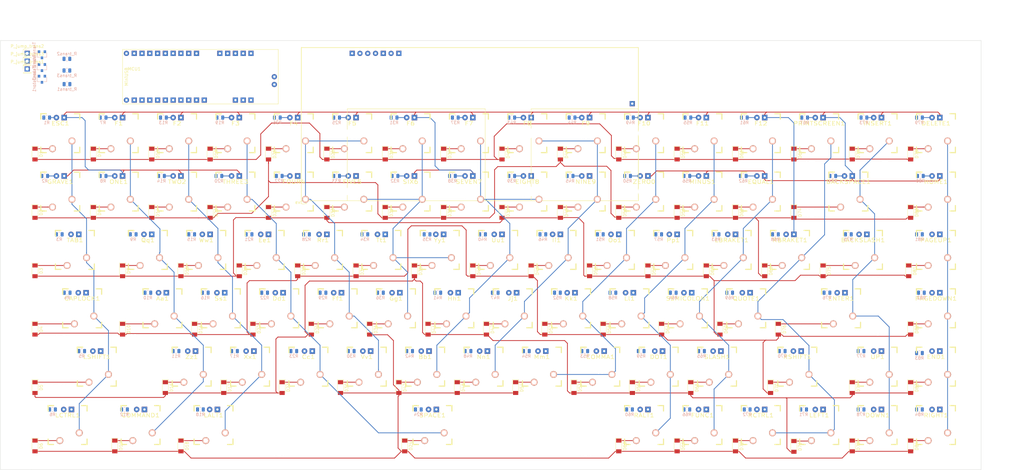
<source format=kicad_pcb>
(kicad_pcb (version 20171130) (host pcbnew "(5.0.0)")
  (title_block (title KJKeyBoard) (date 2018-10-26) (rev 1.4))
  (layers (0 F.Cu signal) (31 B.Cu signal) (34 B.Paste user hide) (35 F.Paste user hide) (36 B.SilkS user hide) (37 F.SilkS user hide) (38 B.Mask user hide) (39 F.Mask user hide) (44 Edge.Cuts user))
  (net 0 "")
  (net 1 "Net-(Aa1-Pad3)")
  (net 2 "Net-(Aa1-Pad4)")
  (net 3 "Net-(Aa1-Pad2)")
  (net 4 "Net-(Aa1-Pad1)")
  (net 5 "Net-(BACKSLASH1-Pad3)")
  (net 6 "Net-(BACKSLASH1-Pad2)")
  (net 7 "Net-(BACKSLASH1-Pad1)")
  (net 8 "Net-(BACKSPACE1-Pad1)")
  (net 9 "Net-(BACKSPACE1-Pad4)")
  (net 10 "Net-(BACKSPACE1-Pad3)")
  (net 11 "Net-(Bb1-Pad3)")
  (net 12 "Net-(Bb1-Pad4)")
  (net 13 "Net-(Bb1-Pad2)")
  (net 14 "Net-(Bb1-Pad1)")
  (net 15 "Net-(CAPLOCK1-Pad1)")
  (net 16 "Net-(CAPLOCK1-Pad2)")
  (net 17 "Net-(CAPLOCK1-Pad3)")
  (net 18 "Net-(Cc1-Pad3)")
  (net 19 "Net-(Cc1-Pad2)")
  (net 20 "Net-(Cc1-Pad1)")
  (net 21 "Net-(COMMA1-Pad1)")
  (net 22 "Net-(COMMA1-Pad2)")
  (net 23 "Net-(COMMA1-Pad3)")
  (net 24 "Net-(COMMAND1-Pad3)")
  (net 25 "Net-(COMMAND1-Pad1)")
  (net 26 "Net-(D1-Pad2)")
  (net 27 "Net-(D1-Pad1)")
  (net 28 "Net-(D2-Pad1)")
  (net 29 "Net-(D14-Pad2)")
  (net 30 "Net-(D15-Pad2)")
  (net 31 "Net-(D3-Pad1)")
  (net 32 "Net-(D10-Pad2)")
  (net 33 "Net-(D11-Pad2)")
  (net 34 "Net-(D5-Pad1)")
  (net 35 "Net-(D6-Pad1)")
  (net 36 "Net-(D12-Pad2)")
  (net 37 "Net-(D7-Pad1)")
  (net 38 "Net-(D8-Pad1)")
  (net 39 "Net-(D9-Pad1)")
  (net 40 "Net-(D11-Pad1)")
  (net 41 "Net-(D13-Pad1)")
  (net 42 "Net-(D14-Pad1)")
  (net 43 "Net-(D15-Pad1)")
  (net 44 "Net-(D16-Pad1)")
  (net 45 "Net-(D17-Pad1)")
  (net 46 "Net-(D18-Pad1)")
  (net 47 "Net-(D19-Pad1)")
  (net 48 "Net-(D20-Pad1)")
  (net 49 "Net-(D21-Pad1)")
  (net 50 "Net-(D22-Pad1)")
  (net 51 "Net-(D24-Pad1)")
  (net 52 "Net-(D25-Pad1)")
  (net 53 "Net-(D26-Pad1)")
  (net 54 "Net-(D27-Pad1)")
  (net 55 "Net-(D28-Pad1)")
  (net 56 "Net-(D29-Pad1)")
  (net 57 "Net-(D30-Pad1)")
  (net 58 "Net-(D31-Pad1)")
  (net 59 "Net-(D32-Pad1)")
  (net 60 "Net-(D33-Pad1)")
  (net 61 "Net-(D34-Pad1)")
  (net 62 "Net-(D35-Pad1)")
  (net 63 "Net-(D36-Pad1)")
  (net 64 "Net-(D37-Pad1)")
  (net 65 "Net-(D38-Pad1)")
  (net 66 "Net-(D39-Pad1)")
  (net 67 "Net-(D40-Pad1)")
  (net 68 "Net-(D41-Pad1)")
  (net 69 "Net-(D43-Pad1)")
  (net 70 "Net-(D44-Pad1)")
  (net 71 "Net-(D45-Pad1)")
  (net 72 "Net-(D46-Pad1)")
  (net 73 "Net-(D47-Pad1)")
  (net 74 "Net-(D48-Pad1)")
  (net 75 "Net-(D49-Pad1)")
  (net 76 "Net-(D50-Pad1)")
  (net 77 "Net-(D51-Pad1)")
  (net 78 "Net-(D52-Pad1)")
  (net 79 "Net-(D54-Pad1)")
  (net 80 "Net-(D55-Pad1)")
  (net 81 "Net-(D56-Pad1)")
  (net 82 "Net-(D57-Pad1)")
  (net 83 "Net-(D58-Pad1)")
  (net 84 "Net-(D59-Pad1)")
  (net 85 "Net-(D60-Pad1)")
  (net 86 "Net-(D61-Pad1)")
  (net 87 "Net-(D62-Pad1)")
  (net 88 "Net-(D63-Pad1)")
  (net 89 "Net-(D64-Pad1)")
  (net 90 "Net-(D65-Pad1)")
  (net 91 "Net-(D66-Pad1)")
  (net 92 "Net-(D67-Pad1)")
  (net 93 "Net-(D68-Pad1)")
  (net 94 "Net-(D69-Pad1)")
  (net 95 "Net-(D70-Pad1)")
  (net 96 "Net-(D71-Pad1)")
  (net 97 "Net-(D72-Pad1)")
  (net 98 "Net-(D73-Pad1)")
  (net 99 "Net-(D76-Pad1)")
  (net 100 "Net-(D77-Pad1)")
  (net 101 "Net-(D78-Pad1)")
  (net 102 "Net-(D79-Pad1)")
  (net 103 "Net-(D80-Pad1)")
  (net 104 "Net-(D81-Pad1)")
  (net 105 "Net-(D82-Pad1)")
  (net 106 "Net-(D83-Pad1)")
  (net 107 "Net-(D84-Pad1)")
  (net 108 "Net-(Dd1-Pad3)")
  (net 109 "Net-(DELETE1-Pad3)")
  (net 110 "Net-(DELETE1-Pad2)")
  (net 111 "Net-(DOT1-Pad2)")
  (net 112 "Net-(DOT1-Pad3)")
  (net 113 "Net-(DOWN1-Pad3)")
  (net 114 "Net-(Ee1-Pad3)")
  (net 115 "Net-(EIGHT8-Pad3)")
  (net 116 "Net-(END1-Pad3)")
  (net 117 "Net-(ENTER1-Pad3)")
  (net 118 "Net-(EQUAL1-Pad2)")
  (net 119 "Net-(EQUAL1-Pad3)")
  (net 120 "Net-(ESC1-Pad3)")
  (net 121 "Net-(MCU1-Pad39)")
  (net 122 "Net-(MCU1-Pad1)")
  (net 123 "Net-(MCU1-Pad0)")
  (net 124 "Net-(MCU1-Pad49)")
  (net 125 "Net-(ext_1-Pad3)")
  (net 126 "Net-(ext_1-Pad2)")
  (net 127 "Net-(MCU1-Pad27)")
  (net 128 "Net-(MCU1-Pad46)")
  (net 129 "Net-(F1-Pad3)")
  (net 130 "Net-(F2-Pad3)")
  (net 131 "Net-(F2-Pad2)")
  (net 132 "Net-(F3-Pad3)")
  (net 133 "Net-(F4-Pad3)")
  (net 134 "Net-(F4-Pad2)")
  (net 135 "Net-(F5-Pad3)")
  (net 136 "Net-(F6-Pad2)")
  (net 137 "Net-(F6-Pad3)")
  (net 138 "Net-(F7-Pad3)")
  (net 139 "Net-(F8-Pad2)")
  (net 140 "Net-(F8-Pad3)")
  (net 141 "Net-(F9-Pad3)")
  (net 142 "Net-(F10-Pad3)")
  (net 143 "Net-(F11-Pad3)")
  (net 144 "Net-(F12-Pad3)")
  (net 145 "Net-(Ff1-Pad3)")
  (net 146 "Net-(FIVE5-Pad3)")
  (net 147 "Net-(FOUR4-Pad3)")
  (net 148 "Net-(FUNC1-Pad3)")
  (net 149 "Net-(Gg1-Pad3)")
  (net 150 "Net-(GRAVE1-Pad3)")
  (net 151 "Net-(Hh1-Pad3)")
  (net 152 "Net-(HOME1-Pad3)")
  (net 153 "Net-(Ii1-Pad3)")
  (net 154 "Net-(INSERT1-Pad3)")
  (net 155 "Net-(Jj1-Pad3)")
  (net 156 "Net-(Kk1-Pad3)")
  (net 157 "Net-(LALT1-Pad3)")
  (net 158 "Net-(LBRAKET1-Pad3)")
  (net 159 "Net-(LCTRL1-Pad3)")
  (net 160 "Net-(LEFT1-Pad2)")
  (net 161 "Net-(LEFT1-Pad3)")
  (net 162 "Net-(Ll1-Pad3)")
  (net 163 "Net-(LSHIFT1-Pad3)")
  (net 164 "Net-(MCU1-Pad26)")
  (net 165 "Net-(MCU1-Pad25)")
  (net 166 "Net-(MCU1-Pad24)")
  (net 167 "Net-(MCU1-Pad51)")
  (net 168 "Net-(MCU1-Pad52)")
  (net 169 "Net-(MINUS1-Pad3)")
  (net 170 "Net-(Mm1-Pad3)")
  (net 171 "Net-(NINE9-Pad3)")
  (net 172 "Net-(Nn1-Pad3)")
  (net 173 "Net-(ONE1-Pad3)")
  (net 174 "Net-(Oo1-Pad3)")
  (net 175 "Net-(PAGEDOWN1-Pad3)")
  (net 176 "Net-(PAGEUP1-Pad3)")
  (net 177 "Net-(Pp1-Pad3)")
  (net 178 "Net-(PRINTSCREEN1-Pad3)")
  (net 179 "Net-(Qq1-Pad3)")
  (net 180 "Net-(QUOTE1-Pad3)")
  (net 181 "Net-(R3-Pad2)")
  (net 182 "Net-(R11-Pad2)")
  (net 183 "Net-(R14-Pad2)")
  (net 184 "Net-(R15-Pad2)")
  (net 185 "Net-(R16-Pad2)")
  (net 186 "Net-(R17-Pad2)")
  (net 187 "Net-(R20-Pad2)")
  (net 188 "Net-(R24-Pad2)")
  (net 189 "Net-(R28-Pad2)")
  (net 190 "Net-(R30-Pad2)")
  (net 191 "Net-(R32-Pad2)")
  (net 192 "Net-(R34-Pad2)")
  (net 193 "Net-(R35-Pad2)")
  (net 194 "Net-(R38-Pad2)")
  (net 195 "Net-(R40-Pad2)")
  (net 196 "Net-(R50-Pad2)")
  (net 197 "Net-(R60-Pad2)")
  (net 198 "Net-(R64-Pad2)")
  (net 199 "Net-(R65-Pad2)")
  (net 200 "Net-(R68-Pad2)")
  (net 201 "Net-(R70-Pad2)")
  (net 202 "Net-(R72-Pad2)")
  (net 203 "Net-(R77-Pad2)")
  (net 204 "Net-(R84-Pad2)")
  (net 205 "Net-(R_trans1-Pad1)")
  (net 206 "Net-(R_trans2-Pad1)")
  (net 207 "Net-(R_trans3-Pad1)")
  (module sw_fprint_wLed:Teensy2.0++_footprint_assigned (layer F.Cu) (at 89.845 67.7)
    (fp_text reference MCU1 (at 3.81 -11.43) (layer F.SilkS))
    (fp_text value Teensy2.0++)
    (fp_text user MiniUSB (at 1.27 -8.89 -270) (layer F.SilkS))
    (pad 46 thru_hole circle (at 1.27 -16.51) (size 1.7 1.7) (drill 0.762) (layers *.Cu *.Mask) (net 128 "Net-(MCU1-Pad46)"))
    (pad 49 thru_hole circle (at 1.27 -1.27) (size 1.7 1.7) (drill 0.762) (layers *.Cu *.Mask) (net 124 "Net-(MCU1-Pad49)"))
    (pad 26 thru_hole rect (at 3.81 -16.51) (size 1.7 1.7) (drill 0.762) (layers *.Cu *.Mask) (net 164 "Net-(MCU1-Pad26)"))
    (pad 25 thru_hole rect (at 6.35 -16.51) (size 1.7 1.7) (drill 0.762) (layers *.Cu *.Mask) (net 165 "Net-(MCU1-Pad25)"))
    (pad 24 thru_hole rect (at 8.89 -16.51) (size 1.7 1.7) (drill 0.762) (layers *.Cu *.Mask) (net 166 "Net-(MCU1-Pad24)"))
    (pad 27 thru_hole rect (at 3.81 -1.27) (size 1.7 1.7) (drill 0.762) (layers *.Cu *.Mask) (net 127 "Net-(MCU1-Pad27)"))
    (pad 0 thru_hole rect (at 6.35 -1.27) (size 1.7 1.7) (drill 0.762) (layers *.Cu *.Mask) (net 123 "Net-(MCU1-Pad0)"))
    (pad 51 thru_hole circle (at 49.53 -6.35) (size 1.7 1.7) (drill 0.762) (layers *.Cu *.Mask) (net 167 "Net-(MCU1-Pad51)"))
    (pad 1 thru_hole rect (at 8.89 -1.27) (size 1.7 1.7) (drill 0.762) (layers *.Cu *.Mask) (net 122 "Net-(MCU1-Pad1)"))
    (pad 2 thru_hole rect (at 11.43 -1.27) (size 1.7 1.7) (drill 0.762) (layers *.Cu *.Mask) (net 16 "Net-(CAPLOCK1-Pad2)"))
    (pad 3 thru_hole rect (at 13.97 -1.27) (size 1.7 1.7) (drill 0.762) (layers *.Cu *.Mask) (net 3 "Net-(Aa1-Pad2)"))
    (pad 4 thru_hole rect (at 16.51 -1.27) (size 1.7 1.7) (drill 0.762) (layers *.Cu *.Mask) (net 131 "Net-(F2-Pad2)"))
    (pad 5 thru_hole rect (at 19.05 -1.27) (size 1.7 1.7) (drill 0.762) (layers *.Cu *.Mask) (net 19 "Net-(Cc1-Pad2)"))
    (pad 6 thru_hole rect (at 21.59 -1.27) (size 1.7 1.7) (drill 0.762) (layers *.Cu *.Mask) (net 134 "Net-(F4-Pad2)"))
    (pad 7 thru_hole rect (at 24.13 -1.27) (size 1.7 1.7) (drill 0.762) (layers *.Cu *.Mask) (net 136 "Net-(F6-Pad2)"))
    (pad 8 thru_hole rect (at 26.67 -1.27) (size 1.7 1.7) (drill 0.762) (layers *.Cu *.Mask) (net 13 "Net-(Bb1-Pad2)"))
    (pad 12 thru_hole rect (at 36.83 -1.27) (size 1.7 1.7) (drill 0.762) (layers *.Cu *.Mask) (net 26 "Net-(D1-Pad2)"))
    (pad 13 thru_hole rect (at 39.37 -1.27) (size 1.7 1.7) (drill 0.762) (layers *.Cu *.Mask) (net 29 "Net-(D14-Pad2)"))
    (pad 14 thru_hole rect (at 41.91 -1.27) (size 1.7 1.7) (drill 0.762) (layers *.Cu *.Mask) (net 30 "Net-(D15-Pad2)"))
    (pad 52 thru_hole circle (at 49.53 -8.89) (size 1.7 1.7) (drill 0.762) (layers *.Cu *.Mask) (net 168 "Net-(MCU1-Pad52)"))
    (pad 42 thru_hole rect (at 41.91 -16.51) (size 1.7 1.7) (drill 0.762) (layers *.Cu *.Mask) (net 32 "Net-(D10-Pad2)"))
    (pad 41 thru_hole rect (at 39.37 -16.51) (size 1.7 1.7) (drill 0.762) (layers *.Cu *.Mask) (net 33 "Net-(D11-Pad2)"))
    (pad 40 thru_hole rect (at 36.83 -16.51) (size 1.7 1.7) (drill 0.762) (layers *.Cu *.Mask) (net 36 "Net-(D12-Pad2)"))
    (pad 39 thru_hole rect (at 34.29 -16.51) (size 1.7 1.7) (drill 0.762) (layers *.Cu *.Mask) (net 121 "Net-(MCU1-Pad39)"))
    (pad 38 thru_hole rect (at 31.75 -16.51) (size 1.7 1.7) (drill 0.762) (layers *.Cu *.Mask) (net 139 "Net-(F8-Pad2)"))
    (pad 18 thru_hole rect (at 24.13 -16.51) (size 1.7 1.7) (drill 0.762) (layers *.Cu *.Mask) (net 22 "Net-(COMMA1-Pad2)"))
    (pad 19 thru_hole rect (at 21.59 -16.51) (size 1.7 1.7) (drill 0.762) (layers *.Cu *.Mask) (net 111 "Net-(DOT1-Pad2)"))
    (pad 20 thru_hole rect (at 19.05 -16.51) (size 1.7 1.7) (drill 0.762) (layers *.Cu *.Mask) (net 118 "Net-(EQUAL1-Pad2)"))
    (pad 21 thru_hole rect (at 16.51 -16.51) (size 1.7 1.7) (drill 0.762) (layers *.Cu *.Mask) (net 160 "Net-(LEFT1-Pad2)"))
    (pad 22 thru_hole rect (at 13.97 -16.51) (size 1.7 1.7) (drill 0.762) (layers *.Cu *.Mask) (net 6 "Net-(BACKSLASH1-Pad2)"))
    (pad 23 thru_hole rect (at 11.43 -16.51) (size 1.7 1.7) (drill 0.762) (layers *.Cu *.Mask) (net 110 "Net-(DELETE1-Pad2)"))
  )
  (module sw_fprint_wLed:D_MiniMELFr (layer F.Cu) (at 113.34 141.205 270)
    (fp_text reference D16 (at 0 -2 270) (layer F.SilkS))
    (fp_text value DIODE)
    (pad 2 smd rect (at 1.75 0 270) (size 1.3 1.7) (layers F.Cu F.Paste F.Mask) (net 32 "Net-(D10-Pad2)"))
    (pad 1 smd rect (at -1.75 0 270) (size 1.3 1.7) (layers F.Cu F.Paste F.Mask) (net 44 "Net-(D16-Pad1)"))
  )
  (module sw_fprint_wLed:D_MiniMELFr (layer F.Cu) (at 122.865 160.255 270)
    (fp_text reference D17 (at 0 -2 270) (layer F.SilkS))
    (fp_text value DIODE)
    (pad 2 smd rect (at 1.75 0 270) (size 1.3 1.7) (layers F.Cu F.Paste F.Mask) (net 33 "Net-(D11-Pad2)"))
    (pad 1 smd rect (at -1.75 0 270) (size 1.3 1.7) (layers F.Cu F.Paste F.Mask) (net 45 "Net-(D17-Pad1)"))
  )
  (module sw_fprint_wLed:D_MiniMELFr (layer F.Cu) (at 108.895 179.305 270)
    (fp_text reference D18 (at 0 -2 270) (layer F.SilkS))
    (fp_text value DIODE)
    (pad 2 smd rect (at 1.75 0 270) (size 1.3 1.7) (layers F.Cu F.Paste F.Mask) (net 36 "Net-(D12-Pad2)"))
    (pad 1 smd rect (at -1.75 0 270) (size 1.3 1.7) (layers F.Cu F.Paste F.Mask) (net 46 "Net-(D18-Pad1)"))
  )
  (module sw_fprint_wLed:D_MiniMELFr (layer F.Cu) (at 118.42 84.055 270)
    (fp_text reference D19 (at 0 -2 270) (layer F.SilkS))
    (fp_text value DIODE)
    (pad 2 smd rect (at 1.75 0 270) (size 1.3 1.7) (layers F.Cu F.Paste F.Mask) (net 26 "Net-(D1-Pad2)"))
    (pad 1 smd rect (at -1.75 0 270) (size 1.3 1.7) (layers F.Cu F.Paste F.Mask) (net 47 "Net-(D19-Pad1)"))
  )
  (module sw_fprint_wLed:D_MiniMELFr (layer F.Cu) (at 118.42 103.105 270)
    (fp_text reference D20 (at 0 -2 270) (layer F.SilkS))
    (fp_text value DIODE)
    (pad 2 smd rect (at 1.75 0 270) (size 1.3 1.7) (layers F.Cu F.Paste F.Mask) (net 29 "Net-(D14-Pad2)"))
    (pad 1 smd rect (at -1.75 0 270) (size 1.3 1.7) (layers F.Cu F.Paste F.Mask) (net 48 "Net-(D20-Pad1)"))
  )
  (module sw_fprint_wLed:D_MiniMELFr (layer F.Cu) (at 127.945 122.155 270)
    (fp_text reference D21 (at 0 -2 270) (layer F.SilkS))
    (fp_text value DIODE)
    (pad 2 smd rect (at 1.75 0 270) (size 1.3 1.7) (layers F.Cu F.Paste F.Mask) (net 30 "Net-(D15-Pad2)"))
    (pad 1 smd rect (at -1.75 0 270) (size 1.3 1.7) (layers F.Cu F.Paste F.Mask) (net 49 "Net-(D21-Pad1)"))
  )
  (module sw_fprint_wLed:D_MiniMELFr (layer F.Cu) (at 132.39 141.205 270)
    (fp_text reference D22 (at 0 -2 270) (layer F.SilkS))
    (fp_text value DIODE)
    (pad 2 smd rect (at 1.75 0 270) (size 1.3 1.7) (layers F.Cu F.Paste F.Mask) (net 32 "Net-(D10-Pad2)"))
    (pad 1 smd rect (at -1.75 0 270) (size 1.3 1.7) (layers F.Cu F.Paste F.Mask) (net 50 "Net-(D22-Pad1)"))
  )
  (module sw_fprint_wLed:D_MiniMELFr (layer F.Cu) (at 141.915 160.255 270)
    (fp_text reference D23 (at 0 -2 270) (layer F.SilkS))
    (fp_text value DIODE)
    (pad 2 smd rect (at 1.75 0 270) (size 1.3 1.7) (layers F.Cu F.Paste F.Mask) (net 33 "Net-(D11-Pad2)"))
    (pad 1 smd rect (at -1.75 0 270) (size 1.3 1.7) (layers F.Cu F.Paste F.Mask) (net 20 "Net-(Cc1-Pad1)"))
  )
  (module sw_fprint_wLed:D_MiniMELFr (layer F.Cu) (at 181.92 179.305 270)
    (fp_text reference D24 (at 0 -2 270) (layer F.SilkS))
    (fp_text value DIODE)
    (pad 2 smd rect (at 1.75 0 270) (size 1.3 1.7) (layers F.Cu F.Paste F.Mask) (net 36 "Net-(D12-Pad2)"))
    (pad 1 smd rect (at -1.75 0 270) (size 1.3 1.7) (layers F.Cu F.Paste F.Mask) (net 51 "Net-(D24-Pad1)"))
  )
  (module sw_fprint_wLed:D_MiniMELFr (layer F.Cu) (at 156.52 84.055 270)
    (fp_text reference D25 (at 0 -2 270) (layer F.SilkS))
    (fp_text value DIODE)
    (pad 2 smd rect (at 1.75 0 270) (size 1.3 1.7) (layers F.Cu F.Paste F.Mask) (net 26 "Net-(D1-Pad2)"))
    (pad 1 smd rect (at -1.75 0 270) (size 1.3 1.7) (layers F.Cu F.Paste F.Mask) (net 52 "Net-(D25-Pad1)"))
  )
  (module sw_fprint_wLed:D_MiniMELFr (layer F.Cu) (at 137.47 84.055 270)
    (fp_text reference D26 (at 0 -2 270) (layer F.SilkS))
    (fp_text value DIODE)
    (pad 2 smd rect (at 1.75 0 270) (size 1.3 1.7) (layers F.Cu F.Paste F.Mask) (net 29 "Net-(D14-Pad2)"))
    (pad 1 smd rect (at -1.75 0 270) (size 1.3 1.7) (layers F.Cu F.Paste F.Mask) (net 53 "Net-(D26-Pad1)"))
  )
  (module sw_fprint_wLed:D_MiniMELFr (layer F.Cu) (at 137.47 103.105 270)
    (fp_text reference D27 (at 0 -2 270) (layer F.SilkS))
    (fp_text value DIODE)
    (pad 2 smd rect (at 1.75 0 270) (size 1.3 1.7) (layers F.Cu F.Paste F.Mask) (net 30 "Net-(D15-Pad2)"))
    (pad 1 smd rect (at -1.75 0 270) (size 1.3 1.7) (layers F.Cu F.Paste F.Mask) (net 54 "Net-(D27-Pad1)"))
  )
  (module sw_fprint_wLed:D_MiniMELFr (layer F.Cu) (at 146.995 122.155 270)
    (fp_text reference D28 (at 0 -2 270) (layer F.SilkS))
    (fp_text value DIODE)
    (pad 2 smd rect (at 1.75 0 270) (size 1.3 1.7) (layers F.Cu F.Paste F.Mask) (net 32 "Net-(D10-Pad2)"))
    (pad 1 smd rect (at -1.75 0 270) (size 1.3 1.7) (layers F.Cu F.Paste F.Mask) (net 55 "Net-(D28-Pad1)"))
  )
  (module sw_fprint_wLed:D_MiniMELFr (layer F.Cu) (at 151.44 141.205 270)
    (fp_text reference D29 (at 0 -2 270) (layer F.SilkS))
    (fp_text value DIODE)
    (pad 2 smd rect (at 1.75 0 270) (size 1.3 1.7) (layers F.Cu F.Paste F.Mask) (net 33 "Net-(D11-Pad2)"))
    (pad 1 smd rect (at -1.75 0 270) (size 1.3 1.7) (layers F.Cu F.Paste F.Mask) (net 56 "Net-(D29-Pad1)"))
  )
  (module sw_fprint_wLed:D_MiniMELFr (layer F.Cu) (at 160.965 160.255 270)
    (fp_text reference D30 (at 0 -2 270) (layer F.SilkS))
    (fp_text value DIODE)
    (pad 2 smd rect (at 1.75 0 270) (size 1.3 1.7) (layers F.Cu F.Paste F.Mask) (net 36 "Net-(D12-Pad2)"))
    (pad 1 smd rect (at -1.75 0 270) (size 1.3 1.7) (layers F.Cu F.Paste F.Mask) (net 57 "Net-(D30-Pad1)"))
  )
  (module sw_fprint_wLed:D_MiniMELFr (layer F.Cu) (at 175.57 84.055 270)
    (fp_text reference D31 (at 0 -2 270) (layer F.SilkS))
    (fp_text value DIODE)
    (pad 2 smd rect (at 1.75 0 270) (size 1.3 1.7) (layers F.Cu F.Paste F.Mask) (net 26 "Net-(D1-Pad2)"))
    (pad 1 smd rect (at -1.75 0 270) (size 1.3 1.7) (layers F.Cu F.Paste F.Mask) (net 58 "Net-(D31-Pad1)"))
  )
  (module sw_fprint_wLed:D_MiniMELFr (layer F.Cu) (at 175.57 103.105 270)
    (fp_text reference D32 (at 0 -2 270) (layer F.SilkS))
    (fp_text value DIODE)
    (pad 2 smd rect (at 1.75 0 270) (size 1.3 1.7) (layers F.Cu F.Paste F.Mask) (net 29 "Net-(D14-Pad2)"))
    (pad 1 smd rect (at -1.75 0 270) (size 1.3 1.7) (layers F.Cu F.Paste F.Mask) (net 59 "Net-(D32-Pad1)"))
  )
  (module sw_fprint_wLed:D_MiniMELFr (layer F.Cu) (at 156.52 103.105 270)
    (fp_text reference D33 (at 0 -2 270) (layer F.SilkS))
    (fp_text value DIODE)
    (pad 2 smd rect (at 1.75 0 270) (size 1.3 1.7) (layers F.Cu F.Paste F.Mask) (net 30 "Net-(D15-Pad2)"))
    (pad 1 smd rect (at -1.75 0 270) (size 1.3 1.7) (layers F.Cu F.Paste F.Mask) (net 60 "Net-(D33-Pad1)"))
  )
  (module sw_fprint_wLed:D_MiniMELFr (layer F.Cu) (at 166.045 122.155 270)
    (fp_text reference D34 (at 0 -2 270) (layer F.SilkS))
    (fp_text value DIODE)
    (pad 2 smd rect (at 1.75 0 270) (size 1.3 1.7) (layers F.Cu F.Paste F.Mask) (net 32 "Net-(D10-Pad2)"))
    (pad 1 smd rect (at -1.75 0 270) (size 1.3 1.7) (layers F.Cu F.Paste F.Mask) (net 61 "Net-(D34-Pad1)"))
  )
  (module sw_fprint_wLed:D_MiniMELFr (layer F.Cu) (at 185.095 122.155 270)
    (fp_text reference D35 (at 0 -2 270) (layer F.SilkS))
    (fp_text value DIODE)
    (pad 2 smd rect (at 1.75 0 270) (size 1.3 1.7) (layers F.Cu F.Paste F.Mask) (net 33 "Net-(D11-Pad2)"))
    (pad 1 smd rect (at -1.75 0 270) (size 1.3 1.7) (layers F.Cu F.Paste F.Mask) (net 62 "Net-(D35-Pad1)"))
  )
  (module sw_fprint_wLed:D_MiniMELFr (layer F.Cu) (at 170.49 141.205 270)
    (fp_text reference D36 (at 0 -2 270) (layer F.SilkS))
    (fp_text value DIODE)
    (pad 2 smd rect (at 1.75 0 270) (size 1.3 1.7) (layers F.Cu F.Paste F.Mask) (net 36 "Net-(D12-Pad2)"))
    (pad 1 smd rect (at -1.75 0 270) (size 1.3 1.7) (layers F.Cu F.Paste F.Mask) (net 63 "Net-(D36-Pad1)"))
  )
  (module sw_fprint_wLed:D_MiniMELFr (layer F.Cu) (at 194.62 84.055 270)
    (fp_text reference D37 (at 0 -2 270) (layer F.SilkS))
    (fp_text value DIODE)
    (pad 2 smd rect (at 1.75 0 270) (size 1.3 1.7) (layers F.Cu F.Paste F.Mask) (net 26 "Net-(D1-Pad2)"))
    (pad 1 smd rect (at -1.75 0 270) (size 1.3 1.7) (layers F.Cu F.Paste F.Mask) (net 64 "Net-(D37-Pad1)"))
  )
  (module sw_fprint_wLed:D_MiniMELFr (layer F.Cu) (at 194.62 103.105 270)
    (fp_text reference D38 (at 0 -2 270) (layer F.SilkS))
    (fp_text value DIODE)
    (pad 2 smd rect (at 1.75 0 270) (size 1.3 1.7) (layers F.Cu F.Paste F.Mask) (net 29 "Net-(D14-Pad2)"))
    (pad 1 smd rect (at -1.75 0 270) (size 1.3 1.7) (layers F.Cu F.Paste F.Mask) (net 65 "Net-(D38-Pad1)"))
  )
  (module sw_fprint_wLed:D_MiniMELFr (layer F.Cu) (at 213.67 103.105 270)
    (fp_text reference D39 (at 0 -2 270) (layer F.SilkS))
    (fp_text value DIODE)
    (pad 2 smd rect (at 1.75 0 270) (size 1.3 1.7) (layers F.Cu F.Paste F.Mask) (net 30 "Net-(D15-Pad2)"))
    (pad 1 smd rect (at -1.75 0 270) (size 1.3 1.7) (layers F.Cu F.Paste F.Mask) (net 66 "Net-(D39-Pad1)"))
  )
  (module sw_fprint_wLed:D_MiniMELFr (layer F.Cu) (at 204.145 122.155 270)
    (fp_text reference D40 (at 0 -2 270) (layer F.SilkS))
    (fp_text value DIODE)
    (pad 2 smd rect (at 1.75 0 270) (size 1.3 1.7) (layers F.Cu F.Paste F.Mask) (net 32 "Net-(D10-Pad2)"))
    (pad 1 smd rect (at -1.75 0 270) (size 1.3 1.7) (layers F.Cu F.Paste F.Mask) (net 67 "Net-(D40-Pad1)"))
  )
  (module sw_fprint_wLed:D_MiniMELFr (layer F.Cu) (at 189.54 141.205 270)
    (fp_text reference D41 (at 0 -2 270) (layer F.SilkS))
    (fp_text value DIODE)
    (pad 2 smd rect (at 1.75 0 270) (size 1.3 1.7) (layers F.Cu F.Paste F.Mask) (net 33 "Net-(D11-Pad2)"))
    (pad 1 smd rect (at -1.75 0 270) (size 1.3 1.7) (layers F.Cu F.Paste F.Mask) (net 68 "Net-(D41-Pad1)"))
  )
  (module sw_fprint_wLed:D_MiniMELFr (layer F.Cu) (at 180.015 160.255 270)
    (fp_text reference D42 (at 0 -2 270) (layer F.SilkS))
    (fp_text value DIODE)
    (pad 2 smd rect (at 1.75 0 270) (size 1.3 1.7) (layers F.Cu F.Paste F.Mask) (net 36 "Net-(D12-Pad2)"))
    (pad 1 smd rect (at -1.75 0 270) (size 1.3 1.7) (layers F.Cu F.Paste F.Mask) (net 14 "Net-(Bb1-Pad1)"))
  )
  (module sw_fprint_wLed:D_MiniMELFr (layer F.Cu) (at 213.67 84.055 270)
    (fp_text reference D43 (at 0 -2 270) (layer F.SilkS))
    (fp_text value DIODE)
    (pad 2 smd rect (at 1.75 0 270) (size 1.3 1.7) (layers F.Cu F.Paste F.Mask) (net 26 "Net-(D1-Pad2)"))
    (pad 1 smd rect (at -1.75 0 270) (size 1.3 1.7) (layers F.Cu F.Paste F.Mask) (net 69 "Net-(D43-Pad1)"))
  )
  (module sw_fprint_wLed:D_MiniMELFr (layer F.Cu) (at 232.72 84.055 270)
    (fp_text reference D44 (at 0 -2 270) (layer F.SilkS))
    (fp_text value DIODE)
    (pad 2 smd rect (at 1.75 0 270) (size 1.3 1.7) (layers F.Cu F.Paste F.Mask) (net 29 "Net-(D14-Pad2)"))
    (pad 1 smd rect (at -1.75 0 270) (size 1.3 1.7) (layers F.Cu F.Paste F.Mask) (net 70 "Net-(D44-Pad1)"))
  )
  (module sw_fprint_wLed:D_MiniMELFr (layer F.Cu) (at 232.72 103.105 270)
    (fp_text reference D45 (at 0 -2 270) (layer F.SilkS))
    (fp_text value DIODE)
    (pad 2 smd rect (at 1.75 0 270) (size 1.3 1.7) (layers F.Cu F.Paste F.Mask) (net 30 "Net-(D15-Pad2)"))
    (pad 1 smd rect (at -1.75 0 270) (size 1.3 1.7) (layers F.Cu F.Paste F.Mask) (net 71 "Net-(D45-Pad1)"))
  )
  (module sw_fprint_wLed:D_MiniMELFr (layer F.Cu) (at 223.195 122.155 270)
    (fp_text reference D46 (at 0 -2 270) (layer F.SilkS))
    (fp_text value DIODE)
    (pad 2 smd rect (at 1.75 0 270) (size 1.3 1.7) (layers F.Cu F.Paste F.Mask) (net 32 "Net-(D10-Pad2)"))
    (pad 1 smd rect (at -1.75 0 270) (size 1.3 1.7) (layers F.Cu F.Paste F.Mask) (net 72 "Net-(D46-Pad1)"))
  )
  (module sw_fprint_wLed:D_MiniMELFr (layer F.Cu) (at 208.59 141.205 270)
    (fp_text reference D47 (at 0 -2 270) (layer F.SilkS))
    (fp_text value DIODE)
    (pad 2 smd rect (at 1.75 0 270) (size 1.3 1.7) (layers F.Cu F.Paste F.Mask) (net 33 "Net-(D11-Pad2)"))
    (pad 1 smd rect (at -1.75 0 270) (size 1.3 1.7) (layers F.Cu F.Paste F.Mask) (net 73 "Net-(D47-Pad1)"))
  )
  (module sw_fprint_wLed:D_MiniMELFr (layer F.Cu) (at 199.065 160.255 270)
    (fp_text reference D48 (at 0 -2 270) (layer F.SilkS))
    (fp_text value DIODE)
    (pad 2 smd rect (at 1.75 0 270) (size 1.3 1.7) (layers F.Cu F.Paste F.Mask) (net 36 "Net-(D12-Pad2)"))
    (pad 1 smd rect (at -1.75 0 270) (size 1.3 1.7) (layers F.Cu F.Paste F.Mask) (net 74 "Net-(D48-Pad1)"))
  )
  (module sw_fprint_wLed:D_MiniMELFr (layer F.Cu) (at 251.77 84.055 270)
    (fp_text reference D49 (at 0 -2 270) (layer F.SilkS))
    (fp_text value DIODE)
    (pad 2 smd rect (at 1.75 0 270) (size 1.3 1.7) (layers F.Cu F.Paste F.Mask) (net 26 "Net-(D1-Pad2)"))
    (pad 1 smd rect (at -1.75 0 270) (size 1.3 1.7) (layers F.Cu F.Paste F.Mask) (net 75 "Net-(D49-Pad1)"))
  )
  (module sw_fprint_wLed:D_MiniMELFr (layer F.Cu) (at 251.77 103.105 270)
    (fp_text reference D50 (at 0 -2 270) (layer F.SilkS))
    (fp_text value DIODE)
    (pad 2 smd rect (at 1.75 0 270) (size 1.3 1.7) (layers F.Cu F.Paste F.Mask) (net 29 "Net-(D14-Pad2)"))
    (pad 1 smd rect (at -1.75 0 270) (size 1.3 1.7) (layers F.Cu F.Paste F.Mask) (net 76 "Net-(D50-Pad1)"))
  )
  (module sw_fprint_wLed:D_MiniMELFr (layer F.Cu) (at 242.245 122.155 270)
    (fp_text reference D51 (at 0 -2 270) (layer F.SilkS))
    (fp_text value DIODE)
    (pad 2 smd rect (at 1.75 0 270) (size 1.3 1.7) (layers F.Cu F.Paste F.Mask) (net 30 "Net-(D15-Pad2)"))
    (pad 1 smd rect (at -1.75 0 270) (size 1.3 1.7) (layers F.Cu F.Paste F.Mask) (net 77 "Net-(D51-Pad1)"))
  )
  (module sw_fprint_wLed:D_MiniMELFr (layer F.Cu) (at 227.64 141.205 270)
    (fp_text reference D52 (at 0 -2 270) (layer F.SilkS))
    (fp_text value DIODE)
    (pad 2 smd rect (at 1.75 0 270) (size 1.3 1.7) (layers F.Cu F.Paste F.Mask) (net 32 "Net-(D10-Pad2)"))
    (pad 1 smd rect (at -1.75 0 270) (size 1.3 1.7) (layers F.Cu F.Paste F.Mask) (net 78 "Net-(D52-Pad1)"))
  )
  (module sw_fprint_wLed:D_MiniMELFr (layer F.Cu) (at 237.165 160.255 270)
    (fp_text reference D53 (at 0 -2 270) (layer F.SilkS))
    (fp_text value DIODE)
    (pad 2 smd rect (at 1.75 0 270) (size 1.3 1.7) (layers F.Cu F.Paste F.Mask) (net 33 "Net-(D11-Pad2)"))
    (pad 1 smd rect (at -1.75 0 270) (size 1.3 1.7) (layers F.Cu F.Paste F.Mask) (net 21 "Net-(COMMA1-Pad1)"))
  )
  (module sw_fprint_wLed:D_MiniMELFr (layer F.Cu) (at 218.115 160.255 270)
    (fp_text reference D54 (at 0 -2 270) (layer F.SilkS))
    (fp_text value DIODE)
    (pad 2 smd rect (at 1.75 0 270) (size 1.3 1.7) (layers F.Cu F.Paste F.Mask) (net 36 "Net-(D12-Pad2)"))
    (pad 1 smd rect (at -1.75 0 270) (size 1.3 1.7) (layers F.Cu F.Paste F.Mask) (net 79 "Net-(D54-Pad1)"))
  )
  (module sw_fprint_wLed:D_MiniMELFr (layer F.Cu) (at 270.82 84.055 270)
    (fp_text reference D55 (at 0 -2 270) (layer F.SilkS))
    (fp_text value DIODE)
    (pad 2 smd rect (at 1.75 0 270) (size 1.3 1.7) (layers F.Cu F.Paste F.Mask) (net 26 "Net-(D1-Pad2)"))
    (pad 1 smd rect (at -1.75 0 270) (size 1.3 1.7) (layers F.Cu F.Paste F.Mask) (net 80 "Net-(D55-Pad1)"))
  )
  (module sw_fprint_wLed:D_MiniMELFr (layer F.Cu) (at 270.82 103.105 270)
    (fp_text reference D56 (at 0 -2 270) (layer F.SilkS))
    (fp_text value DIODE)
    (pad 2 smd rect (at 1.75 0 270) (size 1.3 1.7) (layers F.Cu F.Paste F.Mask) (net 29 "Net-(D14-Pad2)"))
    (pad 1 smd rect (at -1.75 0 270) (size 1.3 1.7) (layers F.Cu F.Paste F.Mask) (net 81 "Net-(D56-Pad1)"))
  )
  (module sw_fprint_wLed:D_MiniMELFr (layer F.Cu) (at 261.295 122.155 270)
    (fp_text reference D57 (at 0 -2 270) (layer F.SilkS))
    (fp_text value DIODE)
    (pad 2 smd rect (at 1.75 0 270) (size 1.3 1.7) (layers F.Cu F.Paste F.Mask) (net 30 "Net-(D15-Pad2)"))
    (pad 1 smd rect (at -1.75 0 270) (size 1.3 1.7) (layers F.Cu F.Paste F.Mask) (net 82 "Net-(D57-Pad1)"))
  )
  (module sw_fprint_wLed:D_MiniMELFr (layer F.Cu) (at 246.69 141.205 270)
    (fp_text reference D58 (at 0 -2 270) (layer F.SilkS))
    (fp_text value DIODE)
    (pad 2 smd rect (at 1.75 0 270) (size 1.3 1.7) (layers F.Cu F.Paste F.Mask) (net 32 "Net-(D10-Pad2)"))
    (pad 1 smd rect (at -1.75 0 270) (size 1.3 1.7) (layers F.Cu F.Paste F.Mask) (net 83 "Net-(D58-Pad1)"))
  )
  (module sw_fprint_wLed:D_MiniMELFr (layer F.Cu) (at 256.215 160.255 270)
    (fp_text reference D59 (at 0 -2 270) (layer F.SilkS))
    (fp_text value DIODE)
    (pad 2 smd rect (at 1.75 0 270) (size 1.3 1.7) (layers F.Cu F.Paste F.Mask) (net 33 "Net-(D11-Pad2)"))
    (pad 1 smd rect (at -1.75 0 270) (size 1.3 1.7) (layers F.Cu F.Paste F.Mask) (net 84 "Net-(D59-Pad1)"))
  )
  (module sw_fprint_wLed:D_MiniMELFr (layer F.Cu) (at 251.77 179.305 270)
    (fp_text reference D60 (at 0 -2 270) (layer F.SilkS))
    (fp_text value DIODE)
    (pad 2 smd rect (at 1.75 0 270) (size 1.3 1.7) (layers F.Cu F.Paste F.Mask) (net 36 "Net-(D12-Pad2)"))
    (pad 1 smd rect (at -1.75 0 270) (size 1.3 1.7) (layers F.Cu F.Paste F.Mask) (net 85 "Net-(D60-Pad1)"))
  )
  (module sw_fprint_wLed:D_MiniMELFr (layer F.Cu) (at 289.87 84.055 270)
    (fp_text reference D61 (at 0 -2 270) (layer F.SilkS))
    (fp_text value DIODE)
    (pad 2 smd rect (at 1.75 0 270) (size 1.3 1.7) (layers F.Cu F.Paste F.Mask) (net 26 "Net-(D1-Pad2)"))
    (pad 1 smd rect (at -1.75 0 270) (size 1.3 1.7) (layers F.Cu F.Paste F.Mask) (net 86 "Net-(D61-Pad1)"))
  )
  (module sw_fprint_wLed:D_MiniMELFr (layer F.Cu) (at 289.87 103.105 270)
    (fp_text reference D62 (at 0 -2 270) (layer F.SilkS))
    (fp_text value DIODE)
    (pad 2 smd rect (at 1.75 0 270) (size 1.3 1.7) (layers F.Cu F.Paste F.Mask) (net 29 "Net-(D14-Pad2)"))
    (pad 1 smd rect (at -1.75 0 270) (size 1.3 1.7) (layers F.Cu F.Paste F.Mask) (net 87 "Net-(D62-Pad1)"))
  )
  (module sw_fprint_wLed:D_MiniMELFr (layer F.Cu) (at 280.345 122.155 270)
    (fp_text reference D63 (at 0 -2 270) (layer F.SilkS))
    (fp_text value DIODE)
    (pad 2 smd rect (at 1.75 0 270) (size 1.3 1.7) (layers F.Cu F.Paste F.Mask) (net 30 "Net-(D15-Pad2)"))
    (pad 1 smd rect (at -1.75 0 270) (size 1.3 1.7) (layers F.Cu F.Paste F.Mask) (net 88 "Net-(D63-Pad1)"))
  )
  (module sw_fprint_wLed:D_MiniMELFr (layer F.Cu) (at 265.74 141.205 270)
    (fp_text reference D64 (at 0 -2 270) (layer F.SilkS))
    (fp_text value DIODE)
    (pad 2 smd rect (at 1.75 0 270) (size 1.3 1.7) (layers F.Cu F.Paste F.Mask) (net 32 "Net-(D10-Pad2)"))
    (pad 1 smd rect (at -1.75 0 270) (size 1.3 1.7) (layers F.Cu F.Paste F.Mask) (net 89 "Net-(D64-Pad1)"))
  )
  (module sw_fprint_wLed:D_MiniMELFr (layer F.Cu) (at 275.265 160.255 270)
    (fp_text reference D65 (at 0 -2 270) (layer F.SilkS))
    (fp_text value DIODE)
    (pad 2 smd rect (at 1.75 0 270) (size 1.3 1.7) (layers F.Cu F.Paste F.Mask) (net 33 "Net-(D11-Pad2)"))
    (pad 1 smd rect (at -1.75 0 270) (size 1.3 1.7) (layers F.Cu F.Paste F.Mask) (net 90 "Net-(D65-Pad1)"))
  )
  (module sw_fprint_wLed:D_MiniMELFr (layer F.Cu) (at 270.82 179.305 270)
    (fp_text reference D66 (at 0 -2 270) (layer F.SilkS))
    (fp_text value DIODE)
    (pad 2 smd rect (at 1.75 0 270) (size 1.3 1.7) (layers F.Cu F.Paste F.Mask) (net 36 "Net-(D12-Pad2)"))
    (pad 1 smd rect (at -1.75 0 270) (size 1.3 1.7) (layers F.Cu F.Paste F.Mask) (net 91 "Net-(D66-Pad1)"))
  )
  (module sw_fprint_wLed:D_MiniMELFr (layer F.Cu) (at 308.92 84.055 270)
    (fp_text reference D67 (at 0 -2 270) (layer F.SilkS))
    (fp_text value DIODE)
    (pad 2 smd rect (at 1.75 0 270) (size 1.3 1.7) (layers F.Cu F.Paste F.Mask) (net 26 "Net-(D1-Pad2)"))
    (pad 1 smd rect (at -1.75 0 270) (size 1.3 1.7) (layers F.Cu F.Paste F.Mask) (net 92 "Net-(D67-Pad1)"))
  )
  (module sw_fprint_wLed:D_MiniMELFr (layer F.Cu) (at 299.395 122.155 270)
    (fp_text reference D68 (at 0 -2 270) (layer F.SilkS))
    (fp_text value DIODE)
    (pad 2 smd rect (at 1.75 0 270) (size 1.3 1.7) (layers F.Cu F.Paste F.Mask) (net 29 "Net-(D14-Pad2)"))
    (pad 1 smd rect (at -1.75 0 270) (size 1.3 1.7) (layers F.Cu F.Paste F.Mask) (net 93 "Net-(D68-Pad1)"))
  )
  (module sw_fprint_wLed:D_MiniMELFr (layer F.Cu) (at 284.79 141.205 270)
    (fp_text reference D69 (at 0 -2 270) (layer F.SilkS))
    (fp_text value DIODE)
    (pad 2 smd rect (at 1.75 0 270) (size 1.3 1.7) (layers F.Cu F.Paste F.Mask) (net 30 "Net-(D15-Pad2)"))
    (pad 1 smd rect (at -1.75 0 270) (size 1.3 1.7) (layers F.Cu F.Paste F.Mask) (net 94 "Net-(D69-Pad1)"))
  )
  (module sw_fprint_wLed:D_MiniMELFr (layer F.Cu) (at 301.3 160.255 270)
    (fp_text reference D70 (at 0 -2 270) (layer F.SilkS))
    (fp_text value DIODE)
    (pad 2 smd rect (at 1.75 0 270) (size 1.3 1.7) (layers F.Cu F.Paste F.Mask) (net 32 "Net-(D10-Pad2)"))
    (pad 1 smd rect (at -1.75 0 270) (size 1.3 1.7) (layers F.Cu F.Paste F.Mask) (net 95 "Net-(D70-Pad1)"))
  )
  (module sw_fprint_wLed:D_MiniMELFr (layer F.Cu) (at 308.92 179.46 270)
    (fp_text reference D71 (at 0 -2 270) (layer F.SilkS))
    (fp_text value DIODE)
    (pad 2 smd rect (at 1.75 0 270) (size 1.3 1.7) (layers F.Cu F.Paste F.Mask) (net 33 "Net-(D11-Pad2)"))
    (pad 1 smd rect (at -1.75 0 270) (size 1.3 1.7) (layers F.Cu F.Paste F.Mask) (net 96 "Net-(D71-Pad1)"))
  )
  (module sw_fprint_wLed:D_MiniMELFr (layer F.Cu) (at 289.87 179.305 270)
    (fp_text reference D72 (at 0 -2 270) (layer F.SilkS))
    (fp_text value DIODE)
    (pad 2 smd rect (at 1.75 0 270) (size 1.3 1.7) (layers F.Cu F.Paste F.Mask) (net 36 "Net-(D12-Pad2)"))
    (pad 1 smd rect (at -1.75 0 270) (size 1.3 1.7) (layers F.Cu F.Paste F.Mask) (net 97 "Net-(D72-Pad1)"))
  )
  (module sw_fprint_wLed:D_MiniMELFr (layer F.Cu) (at 327.97 84.055 270)
    (fp_text reference D73 (at 0 -2 270) (layer F.SilkS))
    (fp_text value DIODE)
    (pad 2 smd rect (at 1.75 0 270) (size 1.3 1.7) (layers F.Cu F.Paste F.Mask) (net 26 "Net-(D1-Pad2)"))
    (pad 1 smd rect (at -1.75 0 270) (size 1.3 1.7) (layers F.Cu F.Paste F.Mask) (net 98 "Net-(D73-Pad1)"))
  )
  (module sw_fprint_wLed:D_MiniMELFr (layer F.Cu) (at 308.92 103.105 270)
    (fp_text reference D74 (at 0 -2 270) (layer F.SilkS))
    (fp_text value DIODE)
    (pad 2 smd rect (at 1.75 0 270) (size 1.3 1.7) (layers F.Cu F.Paste F.Mask) (net 29 "Net-(D14-Pad2)"))
    (pad 1 smd rect (at -1.75 0 270) (size 1.3 1.7) (layers F.Cu F.Paste F.Mask) (net 8 "Net-(BACKSPACE1-Pad1)"))
  )
  (module sw_fprint_wLed:D_MiniMELFr (layer F.Cu) (at 318.445 122.155 270)
    (fp_text reference D75 (at 0 -2 270) (layer F.SilkS))
    (fp_text value DIODE)
    (pad 2 smd rect (at 1.75 0 270) (size 1.3 1.7) (layers F.Cu F.Paste F.Mask) (net 30 "Net-(D15-Pad2)"))
    (pad 1 smd rect (at -1.75 0 270) (size 1.3 1.7) (layers F.Cu F.Paste F.Mask) (net 7 "Net-(BACKSLASH1-Pad1)"))
  )
  (module sw_fprint_wLed:D_MiniMELFr (layer F.Cu) (at 303.84 141.205 270)
    (fp_text reference D76 (at 0 -2 270) (layer F.SilkS))
    (fp_text value DIODE)
    (pad 2 smd rect (at 1.75 0 270) (size 1.3 1.7) (layers F.Cu F.Paste F.Mask) (net 32 "Net-(D10-Pad2)"))
    (pad 1 smd rect (at -1.75 0 270) (size 1.3 1.7) (layers F.Cu F.Paste F.Mask) (net 99 "Net-(D76-Pad1)"))
  )
  (module sw_fprint_wLed:D_MiniMELFr (layer F.Cu) (at 327.97 160.255 270)
    (fp_text reference D77 (at 0 -2 270) (layer F.SilkS))
    (fp_text value DIODE)
    (pad 2 smd rect (at 1.75 0 270) (size 1.3 1.7) (layers F.Cu F.Paste F.Mask) (net 33 "Net-(D11-Pad2)"))
    (pad 1 smd rect (at -1.75 0 270) (size 1.3 1.7) (layers F.Cu F.Paste F.Mask) (net 100 "Net-(D77-Pad1)"))
  )
  (module sw_fprint_wLed:D_MiniMELFr (layer F.Cu) (at 327.97 179.305 270)
    (fp_text reference D78 (at 0 -2 270) (layer F.SilkS))
    (fp_text value DIODE)
    (pad 2 smd rect (at 1.75 0 270) (size 1.3 1.7) (layers F.Cu F.Paste F.Mask) (net 36 "Net-(D12-Pad2)"))
    (pad 1 smd rect (at -1.75 0 270) (size 1.3 1.7) (layers F.Cu F.Paste F.Mask) (net 101 "Net-(D78-Pad1)"))
  )
  (module sw_fprint_wLed:D_MiniMELFr (layer F.Cu) (at 347.02 84.055 270)
    (fp_text reference D79 (at 0 -2 270) (layer F.SilkS))
    (fp_text value DIODE)
    (pad 2 smd rect (at 1.75 0 270) (size 1.3 1.7) (layers F.Cu F.Paste F.Mask) (net 26 "Net-(D1-Pad2)"))
    (pad 1 smd rect (at -1.75 0 270) (size 1.3 1.7) (layers F.Cu F.Paste F.Mask) (net 102 "Net-(D79-Pad1)"))
  )
  (module sw_fprint_wLed:D_MiniMELFr (layer F.Cu) (at 347.02 103.105 270)
    (fp_text reference D80 (at 0 -2 270) (layer F.SilkS))
    (fp_text value DIODE)
    (pad 2 smd rect (at 1.75 0 270) (size 1.3 1.7) (layers F.Cu F.Paste F.Mask) (net 29 "Net-(D14-Pad2)"))
    (pad 1 smd rect (at -1.75 0 270) (size 1.3 1.7) (layers F.Cu F.Paste F.Mask) (net 103 "Net-(D80-Pad1)"))
  )
  (module sw_fprint_wLed:D_MiniMELFr (layer F.Cu) (at 346.385 122.155 270)
    (fp_text reference D81 (at 0 -2 270) (layer F.SilkS))
    (fp_text value DIODE)
    (pad 2 smd rect (at 1.75 0 270) (size 1.3 1.7) (layers F.Cu F.Paste F.Mask) (net 30 "Net-(D15-Pad2)"))
    (pad 1 smd rect (at -1.75 0 270) (size 1.3 1.7) (layers F.Cu F.Paste F.Mask) (net 104 "Net-(D81-Pad1)"))
  )
  (module sw_fprint_wLed:D_MiniMELFr (layer F.Cu) (at 347.02 141.205 270)
    (fp_text reference D82 (at 0 -2 270) (layer F.SilkS))
    (fp_text value DIODE)
    (pad 2 smd rect (at 1.75 0 270) (size 1.3 1.7) (layers F.Cu F.Paste F.Mask) (net 32 "Net-(D10-Pad2)"))
    (pad 1 smd rect (at -1.75 0 270) (size 1.3 1.7) (layers F.Cu F.Paste F.Mask) (net 105 "Net-(D82-Pad1)"))
  )
  (module sw_fprint_wLed:D_MiniMELFr (layer F.Cu) (at 347.02 160.255 270)
    (fp_text reference D83 (at 0 -2 270) (layer F.SilkS))
    (fp_text value DIODE)
    (pad 2 smd rect (at 1.75 0 270) (size 1.3 1.7) (layers F.Cu F.Paste F.Mask) (net 33 "Net-(D11-Pad2)"))
    (pad 1 smd rect (at -1.75 0 270) (size 1.3 1.7) (layers F.Cu F.Paste F.Mask) (net 106 "Net-(D83-Pad1)"))
  )
  (module sw_fprint_wLed:D_MiniMELFr (layer F.Cu) (at 347.02 179.305 270)
    (fp_text reference D84 (at 0 -2 270) (layer F.SilkS))
    (fp_text value DIODE)
    (pad 2 smd rect (at 1.75 0 270) (size 1.3 1.7) (layers F.Cu F.Paste F.Mask) (net 36 "Net-(D12-Pad2)"))
    (pad 1 smd rect (at -1.75 0 270) (size 1.3 1.7) (layers F.Cu F.Paste F.Mask) (net 107 "Net-(D84-Pad1)"))
  )
  (module sw_fprint_wLed:D_MiniMELFr (layer F.Cu) (at 89.845 122.155 270)
    (fp_text reference D9 (at 0 -2 270) (layer F.SilkS))
    (fp_text value DIODE)
    (pad 2 smd rect (at 1.75 0 270) (size 1.3 1.7) (layers F.Cu F.Paste F.Mask) (net 30 "Net-(D15-Pad2)"))
    (pad 1 smd rect (at -1.75 0 270) (size 1.3 1.7) (layers F.Cu F.Paste F.Mask) (net 39 "Net-(D9-Pad1)"))
  )
  (module sw_fprint_wLed:D_MiniMELFr (layer F.Cu) (at 89.845 141.205 270)
    (fp_text reference D10 (at 0 -2 270) (layer F.SilkS))
    (fp_text value DIODE)
    (pad 2 smd rect (at 1.75 0 270) (size 1.3 1.7) (layers F.Cu F.Paste F.Mask) (net 32 "Net-(D10-Pad2)"))
    (pad 1 smd rect (at -1.75 0 270) (size 1.3 1.7) (layers F.Cu F.Paste F.Mask) (net 4 "Net-(Aa1-Pad1)"))
  )
  (module sw_fprint_wLed:D_MiniMELFr (layer F.Cu) (at 103.815 160.255 270)
    (fp_text reference D11 (at 0 -2 270) (layer F.SilkS))
    (fp_text value DIODE)
    (pad 2 smd rect (at 1.75 0 270) (size 1.3 1.7) (layers F.Cu F.Paste F.Mask) (net 33 "Net-(D11-Pad2)"))
    (pad 1 smd rect (at -1.75 0 270) (size 1.3 1.7) (layers F.Cu F.Paste F.Mask) (net 40 "Net-(D11-Pad1)"))
  )
  (module sw_fprint_wLed:D_MiniMELFr (layer F.Cu) (at 87.305 179.305 270)
    (fp_text reference D12 (at 0 -2 270) (layer F.SilkS))
    (fp_text value DIODE)
    (pad 2 smd rect (at 1.75 0 270) (size 1.3 1.7) (layers F.Cu F.Paste F.Mask) (net 36 "Net-(D12-Pad2)"))
    (pad 1 smd rect (at -1.75 0 270) (size 1.3 1.7) (layers F.Cu F.Paste F.Mask) (net 25 "Net-(COMMAND1-Pad1)"))
  )
  (module sw_fprint_wLed:D_MiniMELFr (layer F.Cu) (at 99.37 84.055 270)
    (fp_text reference D13 (at 0 -2 270) (layer F.SilkS))
    (fp_text value DIODE)
    (pad 2 smd rect (at 1.75 0 270) (size 1.3 1.7) (layers F.Cu F.Paste F.Mask) (net 26 "Net-(D1-Pad2)"))
    (pad 1 smd rect (at -1.75 0 270) (size 1.3 1.7) (layers F.Cu F.Paste F.Mask) (net 41 "Net-(D13-Pad1)"))
  )
  (module sw_fprint_wLed:D_MiniMELFr (layer F.Cu) (at 99.37 103.105 270)
    (fp_text reference D14 (at 0 -2 270) (layer F.SilkS))
    (fp_text value DIODE)
    (pad 2 smd rect (at 1.75 0 270) (size 1.3 1.7) (layers F.Cu F.Paste F.Mask) (net 29 "Net-(D14-Pad2)"))
    (pad 1 smd rect (at -1.75 0 270) (size 1.3 1.7) (layers F.Cu F.Paste F.Mask) (net 42 "Net-(D14-Pad1)"))
  )
  (module sw_fprint_wLed:D_MiniMELFr (layer F.Cu) (at 108.895 122.155 270)
    (fp_text reference D15 (at 0 -2 270) (layer F.SilkS))
    (fp_text value DIODE)
    (pad 2 smd rect (at 1.75 0 270) (size 1.3 1.7) (layers F.Cu F.Paste F.Mask) (net 30 "Net-(D15-Pad2)"))
    (pad 1 smd rect (at -1.75 0 270) (size 1.3 1.7) (layers F.Cu F.Paste F.Mask) (net 43 "Net-(D15-Pad1)"))
  )
  (module sw_fprint_wLed:D_MiniMELFr (layer F.Cu) (at 61.27 84.055 270)
    (fp_text reference D1 (at 0 -2 270) (layer F.SilkS))
    (fp_text value DIODE)
    (pad 2 smd rect (at 1.75 0 270) (size 1.3 1.7) (layers F.Cu F.Paste F.Mask) (net 26 "Net-(D1-Pad2)"))
    (pad 1 smd rect (at -1.75 0 270) (size 1.3 1.7) (layers F.Cu F.Paste F.Mask) (net 27 "Net-(D1-Pad1)"))
  )
  (module sw_fprint_wLed:D_MiniMELFr (layer F.Cu) (at 61.27 103.105 270)
    (fp_text reference D2 (at 0 -2 270) (layer F.SilkS))
    (fp_text value DIODE)
    (pad 2 smd rect (at 1.75 0 270) (size 1.3 1.7) (layers F.Cu F.Paste F.Mask) (net 29 "Net-(D14-Pad2)"))
    (pad 1 smd rect (at -1.75 0 270) (size 1.3 1.7) (layers F.Cu F.Paste F.Mask) (net 28 "Net-(D2-Pad1)"))
  )
  (module sw_fprint_wLed:D_MiniMELFr (layer F.Cu) (at 61.27 122.155 270)
    (fp_text reference D3 (at 0 -2 270) (layer F.SilkS))
    (fp_text value DIODE)
    (pad 2 smd rect (at 1.75 0 270) (size 1.3 1.7) (layers F.Cu F.Paste F.Mask) (net 30 "Net-(D15-Pad2)"))
    (pad 1 smd rect (at -1.75 0 270) (size 1.3 1.7) (layers F.Cu F.Paste F.Mask) (net 31 "Net-(D3-Pad1)"))
  )
  (module sw_fprint_wLed:D_MiniMELFr (layer F.Cu) (at 61.27 141.205 270)
    (fp_text reference D4 (at 0 -2 270) (layer F.SilkS))
    (fp_text value DIODE)
    (pad 2 smd rect (at 1.75 0 270) (size 1.3 1.7) (layers F.Cu F.Paste F.Mask) (net 32 "Net-(D10-Pad2)"))
    (pad 1 smd rect (at -1.75 0 270) (size 1.3 1.7) (layers F.Cu F.Paste F.Mask) (net 15 "Net-(CAPLOCK1-Pad1)"))
  )
  (module sw_fprint_wLed:D_MiniMELFr (layer F.Cu) (at 61.27 160.255 270)
    (fp_text reference D5 (at 0 -2 270) (layer F.SilkS))
    (fp_text value DIODE)
    (pad 2 smd rect (at 1.75 0 270) (size 1.3 1.7) (layers F.Cu F.Paste F.Mask) (net 33 "Net-(D11-Pad2)"))
    (pad 1 smd rect (at -1.75 0 270) (size 1.3 1.7) (layers F.Cu F.Paste F.Mask) (net 34 "Net-(D5-Pad1)"))
  )
  (module sw_fprint_wLed:D_MiniMELFr (layer F.Cu) (at 61.27 179.305 270)
    (fp_text reference D6 (at 0 -2 270) (layer F.SilkS))
    (fp_text value DIODE)
    (pad 2 smd rect (at 1.75 0 270) (size 1.3 1.7) (layers F.Cu F.Paste F.Mask) (net 36 "Net-(D12-Pad2)"))
    (pad 1 smd rect (at -1.75 0 270) (size 1.3 1.7) (layers F.Cu F.Paste F.Mask) (net 35 "Net-(D6-Pad1)"))
  )
  (module sw_fprint_wLed:D_MiniMELFr (layer F.Cu) (at 80.32 84.055 270)
    (fp_text reference D7 (at 0 -2 270) (layer F.SilkS))
    (fp_text value DIODE)
    (pad 2 smd rect (at 1.75 0 270) (size 1.3 1.7) (layers F.Cu F.Paste F.Mask) (net 26 "Net-(D1-Pad2)"))
    (pad 1 smd rect (at -1.75 0 270) (size 1.3 1.7) (layers F.Cu F.Paste F.Mask) (net 37 "Net-(D7-Pad1)"))
  )
  (module sw_fprint_wLed:D_MiniMELFr (layer F.Cu) (at 80.32 103.105 270)
    (fp_text reference D8 (at 0 -2 270) (layer F.SilkS))
    (fp_text value DIODE)
    (pad 2 smd rect (at 1.75 0 270) (size 1.3 1.7) (layers F.Cu F.Paste F.Mask) (net 29 "Net-(D14-Pad2)"))
    (pad 1 smd rect (at -1.75 0 270) (size 1.3 1.7) (layers F.Cu F.Paste F.Mask) (net 38 "Net-(D8-Pad1)"))
  )
  (module sw_fprint_wLed:CHERRY_PCB_100H (layer F.Cu) (at 102.8625 134.375 180)
    (fp_text reference Aa1 (at 0 3.175 180) (layer F.SilkS) (effects (font (size 1.27 1.524) (thickness 0.2032))))
    (fp_text value SWITCH_PUSH hide)
    (pad 3 thru_hole circle (at 1.27 5.08 180) (size 1.8 1.8) (drill 0.762) (layers *.Cu *.Mask) (net 1 "Net-(Aa1-Pad3)"))
    (pad 4 thru_hole rect (at -1.27 5.08 180) (size 1.8 1.8) (drill 0.762) (layers *.Cu *.Mask) (net 2 "Net-(Aa1-Pad4)"))
    (pad HOLE np_thru_hole circle (at 0 0 180) (size 3.9878 3.9878) (drill 3.9878) (layers *.Cu))
    (pad 2 thru_hole circle (at -3.81 -2.54 180) (size 2.286 2.286) (drill 1.4986) (layers *.Cu *.SilkS *.Mask) (net 3 "Net-(Aa1-Pad2)"))
    (pad 1 thru_hole circle (at 2.54 -5.08 180) (size 2.286 2.286) (drill 1.4986) (layers *.Cu *.SilkS *.Mask) (net 4 "Net-(Aa1-Pad1)"))
  )
  (module sw_fprint_wLed:CHERRY_PCB_150H (layer F.Cu) (at 331.4625 115.325 180)
    (fp_text reference BACKSLASH1 (at 0 3.175 180) (layer F.SilkS) (effects (font (size 1.27 1.524) (thickness 0.2032))))
    (fp_text value SWITCH_PUSH hide)
    (pad 3 thru_hole circle (at 1.27 5.08 180) (size 1.8 1.8) (drill 0.762) (layers *.Cu *.Mask) (net 5 "Net-(BACKSLASH1-Pad3)"))
    (pad 4 thru_hole rect (at -1.27 5.08 180) (size 1.8 1.8) (drill 0.762) (layers *.Cu *.Mask) (net 2 "Net-(Aa1-Pad4)"))
    (pad HOLE np_thru_hole circle (at 0 0 180) (size 3.9878 3.9878) (drill 3.9878) (layers *.Cu))
    (pad 2 thru_hole circle (at -3.81 -2.54 180) (size 2.286 2.286) (drill 1.4986) (layers *.Cu *.SilkS *.Mask) (net 6 "Net-(BACKSLASH1-Pad2)"))
    (pad 1 thru_hole circle (at 2.54 -5.08 180) (size 2.286 2.286) (drill 1.4986) (layers *.Cu *.SilkS *.Mask) (net 7 "Net-(BACKSLASH1-Pad1)"))
  )
  (module sw_fprint_wLed:CHERRY_PCB_200H (layer F.Cu) (at 326.7 96.275 180)
    (fp_text reference BACKSPACE1 (at 0 3.175 180) (layer F.SilkS) (effects (font (size 1.27 1.524) (thickness 0.2032))))
    (fp_text value SWITCH_PUSH hide)
    (pad 1 thru_hole circle (at 2.54 -5.08 180) (size 2.286 2.286) (drill 1.4986) (layers *.Cu *.SilkS *.Mask) (net 8 "Net-(BACKSPACE1-Pad1)"))
    (pad 2 thru_hole circle (at -3.81 -2.54 180) (size 2.286 2.286) (drill 1.4986) (layers *.Cu *.SilkS *.Mask) (net 6 "Net-(BACKSLASH1-Pad2)"))
    (pad HOLE np_thru_hole circle (at 0 0 180) (size 3.9878 3.9878) (drill 3.9878) (layers *.Cu))
    (pad HOLE np_thru_hole circle (at -11.938 -6.985 180) (size 3.048 3.048) (drill 3.048) (layers *.Cu))
    (pad HOLE np_thru_hole circle (at 11.938 -6.985 180) (size 3.048 3.048) (drill 3.048) (layers *.Cu))
    (pad HOLE np_thru_hole circle (at -11.938 8.255 180) (size 3.9878 3.9878) (drill 3.9878) (layers *.Cu))
    (pad HOLE np_thru_hole circle (at 11.938 8.255 180) (size 3.9878 3.9878) (drill 3.9878) (layers *.Cu))
    (pad 4 thru_hole rect (at -1.27 5.08 180) (size 1.8 1.8) (drill 0.762) (layers *.Cu *.Mask) (net 9 "Net-(BACKSPACE1-Pad4)"))
    (pad 3 thru_hole circle (at 1.27 5.08 180) (size 1.8 1.8) (drill 0.762) (layers *.Cu *.Mask) (net 10 "Net-(BACKSPACE1-Pad3)"))
  )
  (module sw_fprint_wLed:CHERRY_PCB_100H (layer F.Cu) (at 188.5875 153.425 180)
    (fp_text reference Bb1 (at 0 3.175 180) (layer F.SilkS) (effects (font (size 1.27 1.524) (thickness 0.2032))))
    (fp_text value SWITCH_PUSH hide)
    (pad 3 thru_hole circle (at 1.27 5.08 180) (size 1.8 1.8) (drill 0.762) (layers *.Cu *.Mask) (net 11 "Net-(Bb1-Pad3)"))
    (pad 4 thru_hole rect (at -1.27 5.08 180) (size 1.8 1.8) (drill 0.762) (layers *.Cu *.Mask) (net 12 "Net-(Bb1-Pad4)"))
    (pad HOLE np_thru_hole circle (at 0 0 180) (size 3.9878 3.9878) (drill 3.9878) (layers *.Cu))
    (pad 2 thru_hole circle (at -3.81 -2.54 180) (size 2.286 2.286) (drill 1.4986) (layers *.Cu *.SilkS *.Mask) (net 13 "Net-(Bb1-Pad2)"))
    (pad 1 thru_hole circle (at 2.54 -5.08 180) (size 2.286 2.286) (drill 1.4986) (layers *.Cu *.SilkS *.Mask) (net 14 "Net-(Bb1-Pad1)"))
  )
  (module sw_fprint_wLed:CHERRY_PCB_175H (layer F.Cu) (at 76.66875 134.375 180)
    (fp_text reference CAPLOCK1 (at 0 3.175 180) (layer F.SilkS) (effects (font (size 1.27 1.524) (thickness 0.2032))))
    (fp_text value SWITCH_PUSH hide)
    (pad 1 thru_hole circle (at 2.54 -5.08 180) (size 2.286 2.286) (drill 1.4986) (layers *.Cu *.SilkS *.Mask) (net 15 "Net-(CAPLOCK1-Pad1)"))
    (pad 2 thru_hole circle (at -3.81 -2.54 180) (size 2.286 2.286) (drill 1.4986) (layers *.Cu *.SilkS *.Mask) (net 16 "Net-(CAPLOCK1-Pad2)"))
    (pad HOLE np_thru_hole circle (at 0 0 180) (size 3.9878 3.9878) (drill 3.9878) (layers *.Cu))
    (pad 4 thru_hole rect (at -1.27 5.08 180) (size 1.8 1.8) (drill 0.762) (layers *.Cu *.Mask) (net 2 "Net-(Aa1-Pad4)"))
    (pad 3 thru_hole circle (at 1.27 5.08 180) (size 1.8 1.8) (drill 0.762) (layers *.Cu *.Mask) (net 17 "Net-(CAPLOCK1-Pad3)"))
  )
  (module sw_fprint_wLed:CHERRY_PCB_100H (layer F.Cu) (at 150.4875 153.425 180)
    (fp_text reference Cc1 (at 0 3.175 180) (layer F.SilkS) (effects (font (size 1.27 1.524) (thickness 0.2032))))
    (fp_text value SWITCH_PUSH hide)
    (pad 3 thru_hole circle (at 1.27 5.08 180) (size 1.8 1.8) (drill 0.762) (layers *.Cu *.Mask) (net 18 "Net-(Cc1-Pad3)"))
    (pad 4 thru_hole rect (at -1.27 5.08 180) (size 1.8 1.8) (drill 0.762) (layers *.Cu *.Mask) (net 12 "Net-(Bb1-Pad4)"))
    (pad HOLE np_thru_hole circle (at 0 0 180) (size 3.9878 3.9878) (drill 3.9878) (layers *.Cu))
    (pad 2 thru_hole circle (at -3.81 -2.54 180) (size 2.286 2.286) (drill 1.4986) (layers *.Cu *.SilkS *.Mask) (net 19 "Net-(Cc1-Pad2)"))
    (pad 1 thru_hole circle (at 2.54 -5.08 180) (size 2.286 2.286) (drill 1.4986) (layers *.Cu *.SilkS *.Mask) (net 20 "Net-(Cc1-Pad1)"))
  )
  (module sw_fprint_wLed:CHERRY_PCB_100H (layer F.Cu) (at 245.7375 153.425 180)
    (fp_text reference COMMA1 (at 0 3.175 180) (layer F.SilkS) (effects (font (size 1.27 1.524) (thickness 0.2032))))
    (fp_text value SWITCH_PUSH hide)
    (pad 1 thru_hole circle (at 2.54 -5.08 180) (size 2.286 2.286) (drill 1.4986) (layers *.Cu *.SilkS *.Mask) (net 21 "Net-(COMMA1-Pad1)"))
    (pad 2 thru_hole circle (at -3.81 -2.54 180) (size 2.286 2.286) (drill 1.4986) (layers *.Cu *.SilkS *.Mask) (net 22 "Net-(COMMA1-Pad2)"))
    (pad HOLE np_thru_hole circle (at 0 0 180) (size 3.9878 3.9878) (drill 3.9878) (layers *.Cu))
    (pad 4 thru_hole rect (at -1.27 5.08 180) (size 1.8 1.8) (drill 0.762) (layers *.Cu *.Mask) (net 12 "Net-(Bb1-Pad4)"))
    (pad 3 thru_hole circle (at 1.27 5.08 180) (size 1.8 1.8) (drill 0.762) (layers *.Cu *.Mask) (net 23 "Net-(COMMA1-Pad3)"))
  )
  (module sw_fprint_wLed:CHERRY_PCB_125H (layer F.Cu) (at 95.71875 172.475 180)
    (fp_text reference COMMAND1 (at 0 3.175 180) (layer F.SilkS) (effects (font (size 1.27 1.524) (thickness 0.2032))))
    (fp_text value SWITCH_PUSH hide)
    (pad 3 thru_hole circle (at 1.27 5.08 180) (size 1.8 1.8) (drill 0.762) (layers *.Cu *.Mask) (net 24 "Net-(COMMAND1-Pad3)"))
    (pad 4 thru_hole rect (at -1.27 5.08 180) (size 1.8 1.8) (drill 0.762) (layers *.Cu *.Mask) (net 12 "Net-(Bb1-Pad4)"))
    (pad HOLE np_thru_hole circle (at 0 0 180) (size 3.9878 3.9878) (drill 3.9878) (layers *.Cu))
    (pad 2 thru_hole circle (at -3.81 -2.54 180) (size 2.286 2.286) (drill 1.4986) (layers *.Cu *.SilkS *.Mask) (net 3 "Net-(Aa1-Pad2)"))
    (pad 1 thru_hole circle (at 2.54 -5.08 180) (size 2.286 2.286) (drill 1.4986) (layers *.Cu *.SilkS *.Mask) (net 25 "Net-(COMMAND1-Pad1)"))
  )
  (module sw_fprint_wLed:CHERRY_PCB_100H (layer F.Cu) (at 140.9625 134.375 180)
    (fp_text reference Dd1 (at 0 3.175 180) (layer F.SilkS) (effects (font (size 1.27 1.524) (thickness 0.2032))))
    (fp_text value SWITCH_PUSH hide)
    (pad 1 thru_hole circle (at 2.54 -5.08 180) (size 2.286 2.286) (drill 1.4986) (layers *.Cu *.SilkS *.Mask) (net 50 "Net-(D22-Pad1)"))
    (pad 2 thru_hole circle (at -3.81 -2.54 180) (size 2.286 2.286) (drill 1.4986) (layers *.Cu *.SilkS *.Mask) (net 19 "Net-(Cc1-Pad2)"))
    (pad HOLE np_thru_hole circle (at 0 0 180) (size 3.9878 3.9878) (drill 3.9878) (layers *.Cu))
    (pad 4 thru_hole rect (at -1.27 5.08 180) (size 1.8 1.8) (drill 0.762) (layers *.Cu *.Mask) (net 2 "Net-(Aa1-Pad4)"))
    (pad 3 thru_hole circle (at 1.27 5.08 180) (size 1.8 1.8) (drill 0.762) (layers *.Cu *.Mask) (net 108 "Net-(Dd1-Pad3)"))
  )
  (module sw_fprint_wLed:CHERRY_PCB_100H (layer F.Cu) (at 355.275 77.225 180)
    (fp_text reference DELETE1 (at 0 3.175 180) (layer F.SilkS) (effects (font (size 1.27 1.524) (thickness 0.2032))))
    (fp_text value SWITCH_PUSH hide)
    (pad 3 thru_hole circle (at 1.27 5.08 180) (size 1.8 1.8) (drill 0.762) (layers *.Cu *.Mask) (net 109 "Net-(DELETE1-Pad3)"))
    (pad 4 thru_hole rect (at -1.27 5.08 180) (size 1.8 1.8) (drill 0.762) (layers *.Cu *.Mask) (net 9 "Net-(BACKSPACE1-Pad4)"))
    (pad HOLE np_thru_hole circle (at 0 0 180) (size 3.9878 3.9878) (drill 3.9878) (layers *.Cu))
    (pad 2 thru_hole circle (at -3.81 -2.54 180) (size 2.286 2.286) (drill 1.4986) (layers *.Cu *.SilkS *.Mask) (net 110 "Net-(DELETE1-Pad2)"))
    (pad 1 thru_hole circle (at 2.54 -5.08 180) (size 2.286 2.286) (drill 1.4986) (layers *.Cu *.SilkS *.Mask) (net 102 "Net-(D79-Pad1)"))
  )
  (module sw_fprint_wLed:CHERRY_PCB_100H (layer F.Cu) (at 264.7875 153.425 180)
    (fp_text reference DOT1 (at 0 3.175 180) (layer F.SilkS) (effects (font (size 1.27 1.524) (thickness 0.2032))))
    (fp_text value SWITCH_PUSH hide)
    (pad 1 thru_hole circle (at 2.54 -5.08 180) (size 2.286 2.286) (drill 1.4986) (layers *.Cu *.SilkS *.Mask) (net 84 "Net-(D59-Pad1)"))
    (pad 2 thru_hole circle (at -3.81 -2.54 180) (size 2.286 2.286) (drill 1.4986) (layers *.Cu *.SilkS *.Mask) (net 111 "Net-(DOT1-Pad2)"))
    (pad HOLE np_thru_hole circle (at 0 0 180) (size 3.9878 3.9878) (drill 3.9878) (layers *.Cu))
    (pad 4 thru_hole rect (at -1.27 5.08 180) (size 1.8 1.8) (drill 0.762) (layers *.Cu *.Mask) (net 12 "Net-(Bb1-Pad4)"))
    (pad 3 thru_hole circle (at 1.27 5.08 180) (size 1.8 1.8) (drill 0.762) (layers *.Cu *.Mask) (net 112 "Net-(DOT1-Pad3)"))
  )
  (module sw_fprint_wLed:CHERRY_PCB_100H (layer F.Cu) (at 336.225 172.475 180)
    (fp_text reference DOWN1 (at 0 3.175 180) (layer F.SilkS) (effects (font (size 1.27 1.524) (thickness 0.2032))))
    (fp_text value SWITCH_PUSH hide)
    (pad 1 thru_hole circle (at 2.54 -5.08 180) (size 2.286 2.286) (drill 1.4986) (layers *.Cu *.SilkS *.Mask) (net 101 "Net-(D78-Pad1)"))
    (pad 2 thru_hole circle (at -3.81 -2.54 180) (size 2.286 2.286) (drill 1.4986) (layers *.Cu *.SilkS *.Mask) (net 6 "Net-(BACKSLASH1-Pad2)"))
    (pad HOLE np_thru_hole circle (at 0 0 180) (size 3.9878 3.9878) (drill 3.9878) (layers *.Cu))
    (pad 4 thru_hole rect (at -1.27 5.08 180) (size 1.8 1.8) (drill 0.762) (layers *.Cu *.Mask) (net 12 "Net-(Bb1-Pad4)"))
    (pad 3 thru_hole circle (at 1.27 5.08 180) (size 1.8 1.8) (drill 0.762) (layers *.Cu *.Mask) (net 113 "Net-(DOWN1-Pad3)"))
  )
  (module sw_fprint_wLed:CHERRY_PCB_100H (layer F.Cu) (at 136.2 115.325 180)
    (fp_text reference Ee1 (at 0 3.175 180) (layer F.SilkS) (effects (font (size 1.27 1.524) (thickness 0.2032))))
    (fp_text value SWITCH_PUSH hide)
    (pad 1 thru_hole circle (at 2.54 -5.08 180) (size 2.286 2.286) (drill 1.4986) (layers *.Cu *.SilkS *.Mask) (net 49 "Net-(D21-Pad1)"))
    (pad 2 thru_hole circle (at -3.81 -2.54 180) (size 2.286 2.286) (drill 1.4986) (layers *.Cu *.SilkS *.Mask) (net 19 "Net-(Cc1-Pad2)"))
    (pad HOLE np_thru_hole circle (at 0 0 180) (size 3.9878 3.9878) (drill 3.9878) (layers *.Cu))
    (pad 4 thru_hole rect (at -1.27 5.08 180) (size 1.8 1.8) (drill 0.762) (layers *.Cu *.Mask) (net 2 "Net-(Aa1-Pad4)"))
    (pad 3 thru_hole circle (at 1.27 5.08 180) (size 1.8 1.8) (drill 0.762) (layers *.Cu *.Mask) (net 114 "Net-(Ee1-Pad3)"))
  )
  (module sw_fprint_wLed:CHERRY_PCB_100H (layer F.Cu) (at 221.925 96.275 180)
    (fp_text reference EIGHT8 (at 0 3.175 180) (layer F.SilkS) (effects (font (size 1.27 1.524) (thickness 0.2032))))
    (fp_text value SWITCH_PUSH hide)
    (pad 3 thru_hole circle (at 1.27 5.08 180) (size 1.8 1.8) (drill 0.762) (layers *.Cu *.Mask) (net 115 "Net-(EIGHT8-Pad3)"))
    (pad 4 thru_hole rect (at -1.27 5.08 180) (size 1.8 1.8) (drill 0.762) (layers *.Cu *.Mask) (net 2 "Net-(Aa1-Pad4)"))
    (pad HOLE np_thru_hole circle (at 0 0 180) (size 3.9878 3.9878) (drill 3.9878) (layers *.Cu))
    (pad 2 thru_hole circle (at -3.81 -2.54 180) (size 2.286 2.286) (drill 1.4986) (layers *.Cu *.SilkS *.Mask) (net 13 "Net-(Bb1-Pad2)"))
    (pad 1 thru_hole circle (at 2.54 -5.08 180) (size 2.286 2.286) (drill 1.4986) (layers *.Cu *.SilkS *.Mask) (net 66 "Net-(D39-Pad1)"))
  )
  (module sw_fprint_wLed:CHERRY_PCB_100H (layer F.Cu) (at 355.275 153.425 180)
    (fp_text reference END1 (at 0 3.175 180) (layer F.SilkS) (effects (font (size 1.27 1.524) (thickness 0.2032))))
    (fp_text value SWITCH_PUSH hide)
    (pad 1 thru_hole circle (at 2.54 -5.08 180) (size 2.286 2.286) (drill 1.4986) (layers *.Cu *.SilkS *.Mask) (net 106 "Net-(D83-Pad1)"))
    (pad 2 thru_hole circle (at -3.81 -2.54 180) (size 2.286 2.286) (drill 1.4986) (layers *.Cu *.SilkS *.Mask) (net 110 "Net-(DELETE1-Pad2)"))
    (pad HOLE np_thru_hole circle (at 0 0 180) (size 3.9878 3.9878) (drill 3.9878) (layers *.Cu))
    (pad 4 thru_hole rect (at -1.27 5.08 180) (size 1.8 1.8) (drill 0.762) (layers *.Cu *.Mask) (net 12 "Net-(Bb1-Pad4)"))
    (pad 3 thru_hole circle (at 1.27 5.08 180) (size 1.8 1.8) (drill 0.762) (layers *.Cu *.Mask) (net 116 "Net-(END1-Pad3)"))
  )
  (module sw_fprint_wLed:CHERRY_PCB_225H (layer F.Cu) (at 324.31875 134.375 180)
    (fp_text reference ENTER1 (at 0 3.175 180) (layer F.SilkS) (effects (font (size 1.27 1.524) (thickness 0.2032))))
    (fp_text value SWITCH_PUSH hide)
    (pad 3 thru_hole circle (at 1.27 5.08 180) (size 1.8 1.8) (drill 0.762) (layers *.Cu *.Mask) (net 117 "Net-(ENTER1-Pad3)"))
    (pad 4 thru_hole rect (at -1.27 5.08 180) (size 1.8 1.8) (drill 0.762) (layers *.Cu *.Mask) (net 2 "Net-(Aa1-Pad4)"))
    (pad HOLE np_thru_hole circle (at 11.938 8.255 180) (size 3.9878 3.9878) (drill 3.9878) (layers *.Cu))
    (pad HOLE np_thru_hole circle (at -11.938 8.255 180) (size 3.9878 3.9878) (drill 3.9878) (layers *.Cu))
    (pad HOLE np_thru_hole circle (at 11.938 -6.985 180) (size 3.048 3.048) (drill 3.048) (layers *.Cu))
    (pad HOLE np_thru_hole circle (at -11.938 -6.985 180) (size 3.048 3.048) (drill 3.048) (layers *.Cu))
    (pad HOLE np_thru_hole circle (at 0 0 180) (size 3.9878 3.9878) (drill 3.9878) (layers *.Cu))
    (pad 2 thru_hole circle (at -3.81 -2.54 180) (size 2.286 2.286) (drill 1.4986) (layers *.Cu *.SilkS *.Mask) (net 6 "Net-(BACKSLASH1-Pad2)"))
    (pad 1 thru_hole circle (at 2.54 -5.08 180) (size 2.286 2.286) (drill 1.4986) (layers *.Cu *.SilkS *.Mask) (net 99 "Net-(D76-Pad1)"))
  )
  (module sw_fprint_wLed:CHERRY_PCB_100H (layer F.Cu) (at 298.125 96.275 180)
    (fp_text reference EQUAL1 (at 0 3.175 180) (layer F.SilkS) (effects (font (size 1.27 1.524) (thickness 0.2032))))
    (fp_text value SWITCH_PUSH hide)
    (pad 1 thru_hole circle (at 2.54 -5.08 180) (size 2.286 2.286) (drill 1.4986) (layers *.Cu *.SilkS *.Mask) (net 87 "Net-(D62-Pad1)"))
    (pad 2 thru_hole circle (at -3.81 -2.54 180) (size 2.286 2.286) (drill 1.4986) (layers *.Cu *.SilkS *.Mask) (net 118 "Net-(EQUAL1-Pad2)"))
    (pad HOLE np_thru_hole circle (at 0 0 180) (size 3.9878 3.9878) (drill 3.9878) (layers *.Cu))
    (pad 4 thru_hole rect (at -1.27 5.08 180) (size 1.8 1.8) (drill 0.762) (layers *.Cu *.Mask) (net 9 "Net-(BACKSPACE1-Pad4)"))
    (pad 3 thru_hole circle (at 1.27 5.08 180) (size 1.8 1.8) (drill 0.762) (layers *.Cu *.Mask) (net 119 "Net-(EQUAL1-Pad3)"))
  )
  (module sw_fprint_wLed:CHERRY_PCB_100H (layer F.Cu) (at 69.525 77.225 180)
    (fp_text reference ESC1 (at 0 3.175 180) (layer F.SilkS) (effects (font (size 1.27 1.524) (thickness 0.2032))))
    (fp_text value SWITCH_PUSH hide)
    (pad 3 thru_hole circle (at 1.27 5.08 180) (size 1.8 1.8) (drill 0.762) (layers *.Cu *.Mask) (net 120 "Net-(ESC1-Pad3)"))
    (pad 4 thru_hole rect (at -1.27 5.08 180) (size 1.8 1.8) (drill 0.762) (layers *.Cu *.Mask) (net 9 "Net-(BACKSPACE1-Pad4)"))
    (pad HOLE np_thru_hole circle (at 0 0 180) (size 3.9878 3.9878) (drill 3.9878) (layers *.Cu))
    (pad 2 thru_hole circle (at -3.81 -2.54 180) (size 2.286 2.286) (drill 1.4986) (layers *.Cu *.SilkS *.Mask) (net 16 "Net-(CAPLOCK1-Pad2)"))
    (pad 1 thru_hole circle (at 2.54 -5.08 180) (size 2.286 2.286) (drill 1.4986) (layers *.Cu *.SilkS *.Mask) (net 27 "Net-(D1-Pad1)"))
  )
  (module sw_fprint_wLed:ext_module_footprint (layer F.Cu) (at 148.175 99.29)
    (fp_text reference ext_1 (at 0 0.5) (layer F.SilkS))
    (fp_text value ext_module_comp)
    (pad 7 thru_hole rect (at 31.84 -48.1) (size 1.7 1.7) (drill 0.762) (layers *.Cu *.Mask) (net 121 "Net-(MCU1-Pad39)"))
    (pad 6 thru_hole circle (at 29.3 -48.1) (size 1.7 1.7) (drill 0.762) (layers *.Cu *.Mask) (net 122 "Net-(MCU1-Pad1)"))
    (pad 5 thru_hole rect (at 26.76 -48.1) (size 1.7 1.7) (drill 0.762) (layers *.Cu *.Mask) (net 123 "Net-(MCU1-Pad0)"))
    (pad 4 thru_hole circle (at 24.22 -48.1) (size 1.7 1.7) (drill 0.762) (layers *.Cu *.Mask) (net 124 "Net-(MCU1-Pad49)"))
    (pad 3 thru_hole circle (at 21.68 -48.1) (size 1.7 1.7) (drill 0.762) (layers *.Cu *.Mask) (net 125 "Net-(ext_1-Pad3)"))
    (pad 2 thru_hole circle (at 19.14 -48.1) (size 1.7 1.7) (drill 0.762) (layers *.Cu *.Mask) (net 126 "Net-(ext_1-Pad2)"))
    (pad 8 thru_hole rect (at 108 -31.7) (size 1.7 1.7) (drill 0.762) (layers *.Cu *.Mask) (net 127 "Net-(MCU1-Pad27)"))
    (pad 1 thru_hole rect (at 16.6 -48.1) (size 1.7 1.7) (drill 0.762) (layers *.Cu *.Mask) (net 128 "Net-(MCU1-Pad46)"))
  )
  (module sw_fprint_wLed:CHERRY_PCB_100H (layer F.Cu) (at 88.575 77.225 180)
    (fp_text reference F1 (at 0 3.175 180) (layer F.SilkS) (effects (font (size 1.27 1.524) (thickness 0.2032))))
    (fp_text value SWITCH_PUSH hide)
    (pad 1 thru_hole circle (at 2.54 -5.08 180) (size 2.286 2.286) (drill 1.4986) (layers *.Cu *.SilkS *.Mask) (net 37 "Net-(D7-Pad1)"))
    (pad 2 thru_hole circle (at -3.81 -2.54 180) (size 2.286 2.286) (drill 1.4986) (layers *.Cu *.SilkS *.Mask) (net 3 "Net-(Aa1-Pad2)"))
    (pad HOLE np_thru_hole circle (at 0 0 180) (size 3.9878 3.9878) (drill 3.9878) (layers *.Cu))
    (pad 4 thru_hole rect (at -1.27 5.08 180) (size 1.8 1.8) (drill 0.762) (layers *.Cu *.Mask) (net 9 "Net-(BACKSPACE1-Pad4)"))
    (pad 3 thru_hole circle (at 1.27 5.08 180) (size 1.8 1.8) (drill 0.762) (layers *.Cu *.Mask) (net 129 "Net-(F1-Pad3)"))
  )
  (module sw_fprint_wLed:CHERRY_PCB_100H (layer F.Cu) (at 107.625 77.225 180)
    (fp_text reference F2 (at 0 3.175 180) (layer F.SilkS) (effects (font (size 1.27 1.524) (thickness 0.2032))))
    (fp_text value SWITCH_PUSH hide)
    (pad 3 thru_hole circle (at 1.27 5.08 180) (size 1.8 1.8) (drill 0.762) (layers *.Cu *.Mask) (net 130 "Net-(F2-Pad3)"))
    (pad 4 thru_hole rect (at -1.27 5.08 180) (size 1.8 1.8) (drill 0.762) (layers *.Cu *.Mask) (net 9 "Net-(BACKSPACE1-Pad4)"))
    (pad HOLE np_thru_hole circle (at 0 0 180) (size 3.9878 3.9878) (drill 3.9878) (layers *.Cu))
    (pad 2 thru_hole circle (at -3.81 -2.54 180) (size 2.286 2.286) (drill 1.4986) (layers *.Cu *.SilkS *.Mask) (net 131 "Net-(F2-Pad2)"))
    (pad 1 thru_hole circle (at 2.54 -5.08 180) (size 2.286 2.286) (drill 1.4986) (layers *.Cu *.SilkS *.Mask) (net 41 "Net-(D13-Pad1)"))
  )
  (module sw_fprint_wLed:CHERRY_PCB_100H (layer F.Cu) (at 126.675 77.225 180)
    (fp_text reference F3 (at 0 3.175 180) (layer F.SilkS) (effects (font (size 1.27 1.524) (thickness 0.2032))))
    (fp_text value SWITCH_PUSH hide)
    (pad 1 thru_hole circle (at 2.54 -5.08 180) (size 2.286 2.286) (drill 1.4986) (layers *.Cu *.SilkS *.Mask) (net 47 "Net-(D19-Pad1)"))
    (pad 2 thru_hole circle (at -3.81 -2.54 180) (size 2.286 2.286) (drill 1.4986) (layers *.Cu *.SilkS *.Mask) (net 19 "Net-(Cc1-Pad2)"))
    (pad HOLE np_thru_hole circle (at 0 0 180) (size 3.9878 3.9878) (drill 3.9878) (layers *.Cu))
    (pad 4 thru_hole rect (at -1.27 5.08 180) (size 1.8 1.8) (drill 0.762) (layers *.Cu *.Mask) (net 9 "Net-(BACKSPACE1-Pad4)"))
    (pad 3 thru_hole circle (at 1.27 5.08 180) (size 1.8 1.8) (drill 0.762) (layers *.Cu *.Mask) (net 132 "Net-(F3-Pad3)"))
  )
  (module sw_fprint_wLed:CHERRY_PCB_100H (layer F.Cu) (at 145.725 77.225 180)
    (fp_text reference F4 (at 0 3.175 180) (layer F.SilkS) (effects (font (size 1.27 1.524) (thickness 0.2032))))
    (fp_text value SWITCH_PUSH hide)
    (pad 3 thru_hole circle (at 1.27 5.08 180) (size 1.8 1.8) (drill 0.762) (layers *.Cu *.Mask) (net 133 "Net-(F4-Pad3)"))
    (pad 4 thru_hole rect (at -1.27 5.08 180) (size 1.8 1.8) (drill 0.762) (layers *.Cu *.Mask) (net 9 "Net-(BACKSPACE1-Pad4)"))
    (pad HOLE np_thru_hole circle (at 0 0 180) (size 3.9878 3.9878) (drill 3.9878) (layers *.Cu))
    (pad 2 thru_hole circle (at -3.81 -2.54 180) (size 2.286 2.286) (drill 1.4986) (layers *.Cu *.SilkS *.Mask) (net 134 "Net-(F4-Pad2)"))
    (pad 1 thru_hole circle (at 2.54 -5.08 180) (size 2.286 2.286) (drill 1.4986) (layers *.Cu *.SilkS *.Mask) (net 53 "Net-(D26-Pad1)"))
  )
  (module sw_fprint_wLed:CHERRY_PCB_100H (layer F.Cu) (at 164.775 77.225 180)
    (fp_text reference F5 (at 0 3.175 180) (layer F.SilkS) (effects (font (size 1.27 1.524) (thickness 0.2032))))
    (fp_text value SWITCH_PUSH hide)
    (pad 1 thru_hole circle (at 2.54 -5.08 180) (size 2.286 2.286) (drill 1.4986) (layers *.Cu *.SilkS *.Mask) (net 52 "Net-(D25-Pad1)"))
    (pad 2 thru_hole circle (at -3.81 -2.54 180) (size 2.286 2.286) (drill 1.4986) (layers *.Cu *.SilkS *.Mask) (net 134 "Net-(F4-Pad2)"))
    (pad HOLE np_thru_hole circle (at 0 0 180) (size 3.9878 3.9878) (drill 3.9878) (layers *.Cu))
    (pad 4 thru_hole rect (at -1.27 5.08 180) (size 1.8 1.8) (drill 0.762) (layers *.Cu *.Mask) (net 9 "Net-(BACKSPACE1-Pad4)"))
    (pad 3 thru_hole circle (at 1.27 5.08 180) (size 1.8 1.8) (drill 0.762) (layers *.Cu *.Mask) (net 135 "Net-(F5-Pad3)"))
  )
  (module sw_fprint_wLed:CHERRY_PCB_100H (layer F.Cu) (at 183.825 77.225 180)
    (fp_text reference F6 (at 0 3.175 180) (layer F.SilkS) (effects (font (size 1.27 1.524) (thickness 0.2032))))
    (fp_text value SWITCH_PUSH hide)
    (pad 1 thru_hole circle (at 2.54 -5.08 180) (size 2.286 2.286) (drill 1.4986) (layers *.Cu *.SilkS *.Mask) (net 58 "Net-(D31-Pad1)"))
    (pad 2 thru_hole circle (at -3.81 -2.54 180) (size 2.286 2.286) (drill 1.4986) (layers *.Cu *.SilkS *.Mask) (net 136 "Net-(F6-Pad2)"))
    (pad HOLE np_thru_hole circle (at 0 0 180) (size 3.9878 3.9878) (drill 3.9878) (layers *.Cu))
    (pad 4 thru_hole rect (at -1.27 5.08 180) (size 1.8 1.8) (drill 0.762) (layers *.Cu *.Mask) (net 9 "Net-(BACKSPACE1-Pad4)"))
    (pad 3 thru_hole circle (at 1.27 5.08 180) (size 1.8 1.8) (drill 0.762) (layers *.Cu *.Mask) (net 137 "Net-(F6-Pad3)"))
  )
  (module sw_fprint_wLed:CHERRY_PCB_100H (layer F.Cu) (at 202.875 77.225 180)
    (fp_text reference F7 (at 0 3.175 180) (layer F.SilkS) (effects (font (size 1.27 1.524) (thickness 0.2032))))
    (fp_text value SWITCH_PUSH hide)
    (pad 3 thru_hole circle (at 1.27 5.08 180) (size 1.8 1.8) (drill 0.762) (layers *.Cu *.Mask) (net 138 "Net-(F7-Pad3)"))
    (pad 4 thru_hole rect (at -1.27 5.08 180) (size 1.8 1.8) (drill 0.762) (layers *.Cu *.Mask) (net 9 "Net-(BACKSPACE1-Pad4)"))
    (pad HOLE np_thru_hole circle (at 0 0 180) (size 3.9878 3.9878) (drill 3.9878) (layers *.Cu))
    (pad 2 thru_hole circle (at -3.81 -2.54 180) (size 2.286 2.286) (drill 1.4986) (layers *.Cu *.SilkS *.Mask) (net 13 "Net-(Bb1-Pad2)"))
    (pad 1 thru_hole circle (at 2.54 -5.08 180) (size 2.286 2.286) (drill 1.4986) (layers *.Cu *.SilkS *.Mask) (net 64 "Net-(D37-Pad1)"))
  )
  (module sw_fprint_wLed:CHERRY_PCB_100H (layer F.Cu) (at 221.925 77.225 180)
    (fp_text reference F8 (at 0 3.175 180) (layer F.SilkS) (effects (font (size 1.27 1.524) (thickness 0.2032))))
    (fp_text value SWITCH_PUSH hide)
    (pad 1 thru_hole circle (at 2.54 -5.08 180) (size 2.286 2.286) (drill 1.4986) (layers *.Cu *.SilkS *.Mask) (net 69 "Net-(D43-Pad1)"))
    (pad 2 thru_hole circle (at -3.81 -2.54 180) (size 2.286 2.286) (drill 1.4986) (layers *.Cu *.SilkS *.Mask) (net 139 "Net-(F8-Pad2)"))
    (pad HOLE np_thru_hole circle (at 0 0 180) (size 3.9878 3.9878) (drill 3.9878) (layers *.Cu))
    (pad 4 thru_hole rect (at -1.27 5.08 180) (size 1.8 1.8) (drill 0.762) (layers *.Cu *.Mask) (net 9 "Net-(BACKSPACE1-Pad4)"))
    (pad 3 thru_hole circle (at 1.27 5.08 180) (size 1.8 1.8) (drill 0.762) (layers *.Cu *.Mask) (net 140 "Net-(F8-Pad3)"))
  )
  (module sw_fprint_wLed:CHERRY_PCB_100H (layer F.Cu) (at 240.975 77.225 180)
    (fp_text reference F9 (at 0 3.175 180) (layer F.SilkS) (effects (font (size 1.27 1.524) (thickness 0.2032))))
    (fp_text value SWITCH_PUSH hide)
    (pad 3 thru_hole circle (at 1.27 5.08 180) (size 1.8 1.8) (drill 0.762) (layers *.Cu *.Mask) (net 141 "Net-(F9-Pad3)"))
    (pad 4 thru_hole rect (at -1.27 5.08 180) (size 1.8 1.8) (drill 0.762) (layers *.Cu *.Mask) (net 9 "Net-(BACKSPACE1-Pad4)"))
    (pad HOLE np_thru_hole circle (at 0 0 180) (size 3.9878 3.9878) (drill 3.9878) (layers *.Cu))
    (pad 2 thru_hole circle (at -3.81 -2.54 180) (size 2.286 2.286) (drill 1.4986) (layers *.Cu *.SilkS *.Mask) (net 139 "Net-(F8-Pad2)"))
    (pad 1 thru_hole circle (at 2.54 -5.08 180) (size 2.286 2.286) (drill 1.4986) (layers *.Cu *.SilkS *.Mask) (net 70 "Net-(D44-Pad1)"))
  )
  (module sw_fprint_wLed:CHERRY_PCB_100H (layer F.Cu) (at 260.025 77.225 180)
    (fp_text reference F10 (at 0 3.175 180) (layer F.SilkS) (effects (font (size 1.27 1.524) (thickness 0.2032))))
    (fp_text value SWITCH_PUSH hide)
    (pad 3 thru_hole circle (at 1.27 5.08 180) (size 1.8 1.8) (drill 0.762) (layers *.Cu *.Mask) (net 142 "Net-(F10-Pad3)"))
    (pad 4 thru_hole rect (at -1.27 5.08 180) (size 1.8 1.8) (drill 0.762) (layers *.Cu *.Mask) (net 9 "Net-(BACKSPACE1-Pad4)"))
    (pad HOLE np_thru_hole circle (at 0 0 180) (size 3.9878 3.9878) (drill 3.9878) (layers *.Cu))
    (pad 2 thru_hole circle (at -3.81 -2.54 180) (size 2.286 2.286) (drill 1.4986) (layers *.Cu *.SilkS *.Mask) (net 22 "Net-(COMMA1-Pad2)"))
    (pad 1 thru_hole circle (at 2.54 -5.08 180) (size 2.286 2.286) (drill 1.4986) (layers *.Cu *.SilkS *.Mask) (net 75 "Net-(D49-Pad1)"))
  )
  (module sw_fprint_wLed:CHERRY_PCB_100H (layer F.Cu) (at 279.075 77.225 180)
    (fp_text reference F11 (at 0 3.175 180) (layer F.SilkS) (effects (font (size 1.27 1.524) (thickness 0.2032))))
    (fp_text value SWITCH_PUSH hide)
    (pad 1 thru_hole circle (at 2.54 -5.08 180) (size 2.286 2.286) (drill 1.4986) (layers *.Cu *.SilkS *.Mask) (net 80 "Net-(D55-Pad1)"))
    (pad 2 thru_hole circle (at -3.81 -2.54 180) (size 2.286 2.286) (drill 1.4986) (layers *.Cu *.SilkS *.Mask) (net 111 "Net-(DOT1-Pad2)"))
    (pad HOLE np_thru_hole circle (at 0 0 180) (size 3.9878 3.9878) (drill 3.9878) (layers *.Cu))
    (pad 4 thru_hole rect (at -1.27 5.08 180) (size 1.8 1.8) (drill 0.762) (layers *.Cu *.Mask) (net 9 "Net-(BACKSPACE1-Pad4)"))
    (pad 3 thru_hole circle (at 1.27 5.08 180) (size 1.8 1.8) (drill 0.762) (layers *.Cu *.Mask) (net 143 "Net-(F11-Pad3)"))
  )
  (module sw_fprint_wLed:CHERRY_PCB_100H (layer F.Cu) (at 298.125 77.225 180)
    (fp_text reference F12 (at 0 3.175 180) (layer F.SilkS) (effects (font (size 1.27 1.524) (thickness 0.2032))))
    (fp_text value SWITCH_PUSH hide)
    (pad 1 thru_hole circle (at 2.54 -5.08 180) (size 2.286 2.286) (drill 1.4986) (layers *.Cu *.SilkS *.Mask) (net 86 "Net-(D61-Pad1)"))
    (pad 2 thru_hole circle (at -3.81 -2.54 180) (size 2.286 2.286) (drill 1.4986) (layers *.Cu *.SilkS *.Mask) (net 118 "Net-(EQUAL1-Pad2)"))
    (pad HOLE np_thru_hole circle (at 0 0 180) (size 3.9878 3.9878) (drill 3.9878) (layers *.Cu))
    (pad 4 thru_hole rect (at -1.27 5.08 180) (size 1.8 1.8) (drill 0.762) (layers *.Cu *.Mask) (net 9 "Net-(BACKSPACE1-Pad4)"))
    (pad 3 thru_hole circle (at 1.27 5.08 180) (size 1.8 1.8) (drill 0.762) (layers *.Cu *.Mask) (net 144 "Net-(F12-Pad3)"))
  )
  (module sw_fprint_wLed:CHERRY_PCB_100H (layer F.Cu) (at 160.0125 134.375 180)
    (fp_text reference Ff1 (at 0 3.175 180) (layer F.SilkS) (effects (font (size 1.27 1.524) (thickness 0.2032))))
    (fp_text value SWITCH_PUSH hide)
    (pad 1 thru_hole circle (at 2.54 -5.08 180) (size 2.286 2.286) (drill 1.4986) (layers *.Cu *.SilkS *.Mask) (net 56 "Net-(D29-Pad1)"))
    (pad 2 thru_hole circle (at -3.81 -2.54 180) (size 2.286 2.286) (drill 1.4986) (layers *.Cu *.SilkS *.Mask) (net 134 "Net-(F4-Pad2)"))
    (pad HOLE np_thru_hole circle (at 0 0 180) (size 3.9878 3.9878) (drill 3.9878) (layers *.Cu))
    (pad 4 thru_hole rect (at -1.27 5.08 180) (size 1.8 1.8) (drill 0.762) (layers *.Cu *.Mask) (net 12 "Net-(Bb1-Pad4)"))
    (pad 3 thru_hole circle (at 1.27 5.08 180) (size 1.8 1.8) (drill 0.762) (layers *.Cu *.Mask) (net 145 "Net-(Ff1-Pad3)"))
  )
  (module sw_fprint_wLed:CHERRY_PCB_100H (layer F.Cu) (at 164.775 96.275 180)
    (fp_text reference FIVE5 (at 0 3.175 180) (layer F.SilkS) (effects (font (size 1.27 1.524) (thickness 0.2032))))
    (fp_text value SWITCH_PUSH hide)
    (pad 3 thru_hole circle (at 1.27 5.08 180) (size 1.8 1.8) (drill 0.762) (layers *.Cu *.Mask) (net 146 "Net-(FIVE5-Pad3)"))
    (pad 4 thru_hole rect (at -1.27 5.08 180) (size 1.8 1.8) (drill 0.762) (layers *.Cu *.Mask) (net 2 "Net-(Aa1-Pad4)"))
    (pad HOLE np_thru_hole circle (at 0 0 180) (size 3.9878 3.9878) (drill 3.9878) (layers *.Cu))
    (pad 2 thru_hole circle (at -3.81 -2.54 180) (size 2.286 2.286) (drill 1.4986) (layers *.Cu *.SilkS *.Mask) (net 136 "Net-(F6-Pad2)"))
    (pad 1 thru_hole circle (at 2.54 -5.08 180) (size 2.286 2.286) (drill 1.4986) (layers *.Cu *.SilkS *.Mask) (net 60 "Net-(D33-Pad1)"))
  )
  (module sw_fprint_wLed:CHERRY_PCB_100H (layer F.Cu) (at 145.725 96.275 180)
    (fp_text reference FOUR4 (at 0 3.175 180) (layer F.SilkS) (effects (font (size 1.27 1.524) (thickness 0.2032))))
    (fp_text value SWITCH_PUSH hide)
    (pad 3 thru_hole circle (at 1.27 5.08 180) (size 1.8 1.8) (drill 0.762) (layers *.Cu *.Mask) (net 147 "Net-(FOUR4-Pad3)"))
    (pad 4 thru_hole rect (at -1.27 5.08 180) (size 1.8 1.8) (drill 0.762) (layers *.Cu *.Mask) (net 2 "Net-(Aa1-Pad4)"))
    (pad HOLE np_thru_hole circle (at 0 0 180) (size 3.9878 3.9878) (drill 3.9878) (layers *.Cu))
    (pad 2 thru_hole circle (at -3.81 -2.54 180) (size 2.286 2.286) (drill 1.4986) (layers *.Cu *.SilkS *.Mask) (net 134 "Net-(F4-Pad2)"))
    (pad 1 thru_hole circle (at 2.54 -5.08 180) (size 2.286 2.286) (drill 1.4986) (layers *.Cu *.SilkS *.Mask) (net 54 "Net-(D27-Pad1)"))
  )
  (module sw_fprint_wLed:CHERRY_PCB_100H (layer F.Cu) (at 279.075 172.475 180)
    (fp_text reference FUNC1 (at 0 3.175 180) (layer F.SilkS) (effects (font (size 1.27 1.524) (thickness 0.2032))))
    (fp_text value SWITCH_PUSH hide)
    (pad 3 thru_hole circle (at 1.27 5.08 180) (size 1.8 1.8) (drill 0.762) (layers *.Cu *.Mask) (net 148 "Net-(FUNC1-Pad3)"))
    (pad 4 thru_hole rect (at -1.27 5.08 180) (size 1.8 1.8) (drill 0.762) (layers *.Cu *.Mask) (net 12 "Net-(Bb1-Pad4)"))
    (pad HOLE np_thru_hole circle (at 0 0 180) (size 3.9878 3.9878) (drill 3.9878) (layers *.Cu))
    (pad 2 thru_hole circle (at -3.81 -2.54 180) (size 2.286 2.286) (drill 1.4986) (layers *.Cu *.SilkS *.Mask) (net 118 "Net-(EQUAL1-Pad2)"))
    (pad 1 thru_hole circle (at 2.54 -5.08 180) (size 2.286 2.286) (drill 1.4986) (layers *.Cu *.SilkS *.Mask) (net 91 "Net-(D66-Pad1)"))
  )
  (module sw_fprint_wLed:CHERRY_PCB_100H (layer F.Cu) (at 179.0625 134.375 180)
    (fp_text reference Gg1 (at 0 3.175 180) (layer F.SilkS) (effects (font (size 1.27 1.524) (thickness 0.2032))))
    (fp_text value SWITCH_PUSH hide)
    (pad 3 thru_hole circle (at 1.27 5.08 180) (size 1.8 1.8) (drill 0.762) (layers *.Cu *.Mask) (net 149 "Net-(Gg1-Pad3)"))
    (pad 4 thru_hole rect (at -1.27 5.08 180) (size 1.8 1.8) (drill 0.762) (layers *.Cu *.Mask) (net 12 "Net-(Bb1-Pad4)"))
    (pad HOLE np_thru_hole circle (at 0 0 180) (size 3.9878 3.9878) (drill 3.9878) (layers *.Cu))
    (pad 2 thru_hole circle (at -3.81 -2.54 180) (size 2.286 2.286) (drill 1.4986) (layers *.Cu *.SilkS *.Mask) (net 136 "Net-(F6-Pad2)"))
    (pad 1 thru_hole circle (at 2.54 -5.08 180) (size 2.286 2.286) (drill 1.4986) (layers *.Cu *.SilkS *.Mask) (net 63 "Net-(D36-Pad1)"))
  )
  (module sw_fprint_wLed:CHERRY_PCB_100H (layer F.Cu) (at 69.525 96.275 180)
    (fp_text reference GRAVE1 (at 0 3.175 180) (layer F.SilkS) (effects (font (size 1.27 1.524) (thickness 0.2032))))
    (fp_text value SWITCH_PUSH hide)
    (pad 1 thru_hole circle (at 2.54 -5.08 180) (size 2.286 2.286) (drill 1.4986) (layers *.Cu *.SilkS *.Mask) (net 28 "Net-(D2-Pad1)"))
    (pad 2 thru_hole circle (at -3.81 -2.54 180) (size 2.286 2.286) (drill 1.4986) (layers *.Cu *.SilkS *.Mask) (net 16 "Net-(CAPLOCK1-Pad2)"))
    (pad HOLE np_thru_hole circle (at 0 0 180) (size 3.9878 3.9878) (drill 3.9878) (layers *.Cu))
    (pad 4 thru_hole rect (at -1.27 5.08 180) (size 1.8 1.8) (drill 0.762) (layers *.Cu *.Mask) (net 9 "Net-(BACKSPACE1-Pad4)"))
    (pad 3 thru_hole circle (at 1.27 5.08 180) (size 1.8 1.8) (drill 0.762) (layers *.Cu *.Mask) (net 150 "Net-(GRAVE1-Pad3)"))
  )
  (module sw_fprint_wLed:CHERRY_PCB_100H (layer F.Cu) (at 198.1125 134.375 180)
    (fp_text reference Hh1 (at 0 3.175 180) (layer F.SilkS) (effects (font (size 1.27 1.524) (thickness 0.2032))))
    (fp_text value SWITCH_PUSH hide)
    (pad 3 thru_hole circle (at 1.27 5.08 180) (size 1.8 1.8) (drill 0.762) (layers *.Cu *.Mask) (net 151 "Net-(Hh1-Pad3)"))
    (pad 4 thru_hole rect (at -1.27 5.08 180) (size 1.8 1.8) (drill 0.762) (layers *.Cu *.Mask) (net 12 "Net-(Bb1-Pad4)"))
    (pad HOLE np_thru_hole circle (at 0 0 180) (size 3.9878 3.9878) (drill 3.9878) (layers *.Cu))
    (pad 2 thru_hole circle (at -3.81 -2.54 180) (size 2.286 2.286) (drill 1.4986) (layers *.Cu *.SilkS *.Mask) (net 13 "Net-(Bb1-Pad2)"))
    (pad 1 thru_hole circle (at 2.54 -5.08 180) (size 2.286 2.286) (drill 1.4986) (layers *.Cu *.SilkS *.Mask) (net 68 "Net-(D41-Pad1)"))
  )
  (module sw_fprint_wLed:CHERRY_PCB_100H (layer F.Cu) (at 355.275 96.275 180)
    (fp_text reference HOME1 (at 0 3.175 180) (layer F.SilkS) (effects (font (size 1.27 1.524) (thickness 0.2032))))
    (fp_text value SWITCH_PUSH hide)
    (pad 1 thru_hole circle (at 2.54 -5.08 180) (size 2.286 2.286) (drill 1.4986) (layers *.Cu *.SilkS *.Mask) (net 103 "Net-(D80-Pad1)"))
    (pad 2 thru_hole circle (at -3.81 -2.54 180) (size 2.286 2.286) (drill 1.4986) (layers *.Cu *.SilkS *.Mask) (net 110 "Net-(DELETE1-Pad2)"))
    (pad HOLE np_thru_hole circle (at 0 0 180) (size 3.9878 3.9878) (drill 3.9878) (layers *.Cu))
    (pad 4 thru_hole rect (at -1.27 5.08 180) (size 1.8 1.8) (drill 0.762) (layers *.Cu *.Mask) (net 9 "Net-(BACKSPACE1-Pad4)"))
    (pad 3 thru_hole circle (at 1.27 5.08 180) (size 1.8 1.8) (drill 0.762) (layers *.Cu *.Mask) (net 152 "Net-(HOME1-Pad3)"))
  )
  (module sw_fprint_wLed:CHERRY_PCB_100H (layer F.Cu) (at 231.45 115.325 180)
    (fp_text reference Ii1 (at 0 3.175 180) (layer F.SilkS) (effects (font (size 1.27 1.524) (thickness 0.2032))))
    (fp_text value SWITCH_PUSH hide)
    (pad 1 thru_hole circle (at 2.54 -5.08 180) (size 2.286 2.286) (drill 1.4986) (layers *.Cu *.SilkS *.Mask) (net 72 "Net-(D46-Pad1)"))
    (pad 2 thru_hole circle (at -3.81 -2.54 180) (size 2.286 2.286) (drill 1.4986) (layers *.Cu *.SilkS *.Mask) (net 139 "Net-(F8-Pad2)"))
    (pad HOLE np_thru_hole circle (at 0 0 180) (size 3.9878 3.9878) (drill 3.9878) (layers *.Cu))
    (pad 4 thru_hole rect (at -1.27 5.08 180) (size 1.8 1.8) (drill 0.762) (layers *.Cu *.Mask) (net 2 "Net-(Aa1-Pad4)"))
    (pad 3 thru_hole circle (at 1.27 5.08 180) (size 1.8 1.8) (drill 0.762) (layers *.Cu *.Mask) (net 153 "Net-(Ii1-Pad3)"))
  )
  (module sw_fprint_wLed:CHERRY_PCB_100H (layer F.Cu) (at 336.225 77.225 180)
    (fp_text reference INSERT1 (at 0 3.175 180) (layer F.SilkS) (effects (font (size 1.27 1.524) (thickness 0.2032))))
    (fp_text value SWITCH_PUSH hide)
    (pad 3 thru_hole circle (at 1.27 5.08 180) (size 1.8 1.8) (drill 0.762) (layers *.Cu *.Mask) (net 154 "Net-(INSERT1-Pad3)"))
    (pad 4 thru_hole rect (at -1.27 5.08 180) (size 1.8 1.8) (drill 0.762) (layers *.Cu *.Mask) (net 9 "Net-(BACKSPACE1-Pad4)"))
    (pad HOLE np_thru_hole circle (at 0 0 180) (size 3.9878 3.9878) (drill 3.9878) (layers *.Cu))
    (pad 2 thru_hole circle (at -3.81 -2.54 180) (size 2.286 2.286) (drill 1.4986) (layers *.Cu *.SilkS *.Mask) (net 6 "Net-(BACKSLASH1-Pad2)"))
    (pad 1 thru_hole circle (at 2.54 -5.08 180) (size 2.286 2.286) (drill 1.4986) (layers *.Cu *.SilkS *.Mask) (net 98 "Net-(D73-Pad1)"))
  )
  (module sw_fprint_wLed:CHERRY_PCB_100H (layer F.Cu) (at 217.1625 134.375 180)
    (fp_text reference Jj1 (at 0 3.175 180) (layer F.SilkS) (effects (font (size 1.27 1.524) (thickness 0.2032))))
    (fp_text value SWITCH_PUSH hide)
    (pad 3 thru_hole circle (at 1.27 5.08 180) (size 1.8 1.8) (drill 0.762) (layers *.Cu *.Mask) (net 155 "Net-(Jj1-Pad3)"))
    (pad 4 thru_hole rect (at -1.27 5.08 180) (size 1.8 1.8) (drill 0.762) (layers *.Cu *.Mask) (net 12 "Net-(Bb1-Pad4)"))
    (pad HOLE np_thru_hole circle (at 0 0 180) (size 3.9878 3.9878) (drill 3.9878) (layers *.Cu))
    (pad 2 thru_hole circle (at -3.81 -2.54 180) (size 2.286 2.286) (drill 1.4986) (layers *.Cu *.SilkS *.Mask) (net 139 "Net-(F8-Pad2)"))
    (pad 1 thru_hole circle (at 2.54 -5.08 180) (size 2.286 2.286) (drill 1.4986) (layers *.Cu *.SilkS *.Mask) (net 73 "Net-(D47-Pad1)"))
  )
  (module sw_fprint_wLed:CHERRY_PCB_100H (layer F.Cu) (at 236.2125 134.375 180)
    (fp_text reference Kk1 (at 0 3.175 180) (layer F.SilkS) (effects (font (size 1.27 1.524) (thickness 0.2032))))
    (fp_text value SWITCH_PUSH hide)
    (pad 1 thru_hole circle (at 2.54 -5.08 180) (size 2.286 2.286) (drill 1.4986) (layers *.Cu *.SilkS *.Mask) (net 78 "Net-(D52-Pad1)"))
    (pad 2 thru_hole circle (at -3.81 -2.54 180) (size 2.286 2.286) (drill 1.4986) (layers *.Cu *.SilkS *.Mask) (net 22 "Net-(COMMA1-Pad2)"))
    (pad HOLE np_thru_hole circle (at 0 0 180) (size 3.9878 3.9878) (drill 3.9878) (layers *.Cu))
    (pad 4 thru_hole rect (at -1.27 5.08 180) (size 1.8 1.8) (drill 0.762) (layers *.Cu *.Mask) (net 2 "Net-(Aa1-Pad4)"))
    (pad 3 thru_hole circle (at 1.27 5.08 180) (size 1.8 1.8) (drill 0.762) (layers *.Cu *.Mask) (net 156 "Net-(Kk1-Pad3)"))
  )
  (module sw_fprint_wLed:CHERRY_PCB_125H (layer F.Cu) (at 119.53125 172.475 180)
    (fp_text reference LALT1 (at 0 3.175 180) (layer F.SilkS) (effects (font (size 1.27 1.524) (thickness 0.2032))))
    (fp_text value SWITCH_PUSH hide)
    (pad 1 thru_hole circle (at 2.54 -5.08 180) (size 2.286 2.286) (drill 1.4986) (layers *.Cu *.SilkS *.Mask) (net 46 "Net-(D18-Pad1)"))
    (pad 2 thru_hole circle (at -3.81 -2.54 180) (size 2.286 2.286) (drill 1.4986) (layers *.Cu *.SilkS *.Mask) (net 131 "Net-(F2-Pad2)"))
    (pad HOLE np_thru_hole circle (at 0 0 180) (size 3.9878 3.9878) (drill 3.9878) (layers *.Cu))
    (pad 4 thru_hole rect (at -1.27 5.08 180) (size 1.8 1.8) (drill 0.762) (layers *.Cu *.Mask) (net 12 "Net-(Bb1-Pad4)"))
    (pad 3 thru_hole circle (at 1.27 5.08 180) (size 1.8 1.8) (drill 0.762) (layers *.Cu *.Mask) (net 157 "Net-(LALT1-Pad3)"))
  )
  (module sw_fprint_wLed:CHERRY_PCB_100H (layer F.Cu) (at 288.6 115.325 180)
    (fp_text reference LBRAKET1 (at 0 3.175 180) (layer F.SilkS) (effects (font (size 1.27 1.524) (thickness 0.2032))))
    (fp_text value SWITCH_PUSH hide)
    (pad 1 thru_hole circle (at 2.54 -5.08 180) (size 2.286 2.286) (drill 1.4986) (layers *.Cu *.SilkS *.Mask) (net 88 "Net-(D63-Pad1)"))
    (pad 2 thru_hole circle (at -3.81 -2.54 180) (size 2.286 2.286) (drill 1.4986) (layers *.Cu *.SilkS *.Mask) (net 118 "Net-(EQUAL1-Pad2)"))
    (pad HOLE np_thru_hole circle (at 0 0 180) (size 3.9878 3.9878) (drill 3.9878) (layers *.Cu))
    (pad 4 thru_hole rect (at -1.27 5.08 180) (size 1.8 1.8) (drill 0.762) (layers *.Cu *.Mask) (net 2 "Net-(Aa1-Pad4)"))
    (pad 3 thru_hole circle (at 1.27 5.08 180) (size 1.8 1.8) (drill 0.762) (layers *.Cu *.Mask) (net 158 "Net-(LBRAKET1-Pad3)"))
  )
  (module sw_fprint_wLed:CHERRY_PCB_125H (layer F.Cu) (at 71.90625 172.475 180)
    (fp_text reference LCTRL1 (at 0 3.175 180) (layer F.SilkS) (effects (font (size 1.27 1.524) (thickness 0.2032))))
    (fp_text value SWITCH_PUSH hide)
    (pad 1 thru_hole circle (at 2.54 -5.08 180) (size 2.286 2.286) (drill 1.4986) (layers *.Cu *.SilkS *.Mask) (net 35 "Net-(D6-Pad1)"))
    (pad 2 thru_hole circle (at -3.81 -2.54 180) (size 2.286 2.286) (drill 1.4986) (layers *.Cu *.SilkS *.Mask) (net 16 "Net-(CAPLOCK1-Pad2)"))
    (pad HOLE np_thru_hole circle (at 0 0 180) (size 3.9878 3.9878) (drill 3.9878) (layers *.Cu))
    (pad 4 thru_hole rect (at -1.27 5.08 180) (size 1.8 1.8) (drill 0.762) (layers *.Cu *.Mask) (net 12 "Net-(Bb1-Pad4)"))
    (pad 3 thru_hole circle (at 1.27 5.08 180) (size 1.8 1.8) (drill 0.762) (layers *.Cu *.Mask) (net 159 "Net-(LCTRL1-Pad3)"))
  )
  (module sw_fprint_wLed:CHERRY_PCB_100H (layer F.Cu) (at 317.175 172.475 180)
    (fp_text reference LEFT1 (at 0 3.175 180) (layer F.SilkS) (effects (font (size 1.27 1.524) (thickness 0.2032))))
    (fp_text value SWITCH_PUSH hide)
    (pad 1 thru_hole circle (at 2.54 -5.08 180) (size 2.286 2.286) (drill 1.4986) (layers *.Cu *.SilkS *.Mask) (net 96 "Net-(D71-Pad1)"))
    (pad 2 thru_hole circle (at -3.81 -2.54 180) (size 2.286 2.286) (drill 1.4986) (layers *.Cu *.SilkS *.Mask) (net 160 "Net-(LEFT1-Pad2)"))
    (pad HOLE np_thru_hole circle (at 0 0 180) (size 3.9878 3.9878) (drill 3.9878) (layers *.Cu))
    (pad 4 thru_hole rect (at -1.27 5.08 180) (size 1.8 1.8) (drill 0.762) (layers *.Cu *.Mask) (net 12 "Net-(Bb1-Pad4)"))
    (pad 3 thru_hole circle (at 1.27 5.08 180) (size 1.8 1.8) (drill 0.762) (layers *.Cu *.Mask) (net 161 "Net-(LEFT1-Pad3)"))
  )
  (module sw_fprint_wLed:CHERRY_PCB_100H (layer F.Cu) (at 255.2625 134.375 180)
    (fp_text reference Ll1 (at 0 3.175 180) (layer F.SilkS) (effects (font (size 1.27 1.524) (thickness 0.2032))))
    (fp_text value SWITCH_PUSH hide)
    (pad 3 thru_hole circle (at 1.27 5.08 180) (size 1.8 1.8) (drill 0.762) (layers *.Cu *.Mask) (net 162 "Net-(Ll1-Pad3)"))
    (pad 4 thru_hole rect (at -1.27 5.08 180) (size 1.8 1.8) (drill 0.762) (layers *.Cu *.Mask) (net 2 "Net-(Aa1-Pad4)"))
    (pad HOLE np_thru_hole circle (at 0 0 180) (size 3.9878 3.9878) (drill 3.9878) (layers *.Cu))
    (pad 2 thru_hole circle (at -3.81 -2.54 180) (size 2.286 2.286) (drill 1.4986) (layers *.Cu *.SilkS *.Mask) (net 111 "Net-(DOT1-Pad2)"))
    (pad 1 thru_hole circle (at 2.54 -5.08 180) (size 2.286 2.286) (drill 1.4986) (layers *.Cu *.SilkS *.Mask) (net 83 "Net-(D58-Pad1)"))
  )
  (module sw_fprint_wLed:CHERRY_PCB_225H (layer F.Cu) (at 81.43125 153.425 180)
    (fp_text reference LSHIFT1 (at 0 3.175 180) (layer F.SilkS) (effects (font (size 1.27 1.524) (thickness 0.2032))))
    (fp_text value SWITCH_PUSH hide)
    (pad 1 thru_hole circle (at 2.54 -5.08 180) (size 2.286 2.286) (drill 1.4986) (layers *.Cu *.SilkS *.Mask) (net 34 "Net-(D5-Pad1)"))
    (pad 2 thru_hole circle (at -3.81 -2.54 180) (size 2.286 2.286) (drill 1.4986) (layers *.Cu *.SilkS *.Mask) (net 16 "Net-(CAPLOCK1-Pad2)"))
    (pad HOLE np_thru_hole circle (at 0 0 180) (size 3.9878 3.9878) (drill 3.9878) (layers *.Cu))
    (pad HOLE np_thru_hole circle (at -11.938 -6.985 180) (size 3.048 3.048) (drill 3.048) (layers *.Cu))
    (pad HOLE np_thru_hole circle (at 11.938 -6.985 180) (size 3.048 3.048) (drill 3.048) (layers *.Cu))
    (pad HOLE np_thru_hole circle (at -11.938 8.255 180) (size 3.9878 3.9878) (drill 3.9878) (layers *.Cu))
    (pad HOLE np_thru_hole circle (at 11.938 8.255 180) (size 3.9878 3.9878) (drill 3.9878) (layers *.Cu))
    (pad 4 thru_hole rect (at -1.27 5.08 180) (size 1.8 1.8) (drill 0.762) (layers *.Cu *.Mask) (net 12 "Net-(Bb1-Pad4)"))
    (pad 3 thru_hole circle (at 1.27 5.08 180) (size 1.8 1.8) (drill 0.762) (layers *.Cu *.Mask) (net 163 "Net-(LSHIFT1-Pad3)"))
  )
  (module sw_fprint_wLed:CHERRY_PCB_100H (layer F.Cu) (at 279.075 96.275 180)
    (fp_text reference MINUS1 (at 0 3.175 180) (layer F.SilkS) (effects (font (size 1.27 1.524) (thickness 0.2032))))
    (fp_text value SWITCH_PUSH hide)
    (pad 3 thru_hole circle (at 1.27 5.08 180) (size 1.8 1.8) (drill 0.762) (layers *.Cu *.Mask) (net 169 "Net-(MINUS1-Pad3)"))
    (pad 4 thru_hole rect (at -1.27 5.08 180) (size 1.8 1.8) (drill 0.762) (layers *.Cu *.Mask) (net 9 "Net-(BACKSPACE1-Pad4)"))
    (pad HOLE np_thru_hole circle (at 0 0 180) (size 3.9878 3.9878) (drill 3.9878) (layers *.Cu))
    (pad 2 thru_hole circle (at -3.81 -2.54 180) (size 2.286 2.286) (drill 1.4986) (layers *.Cu *.SilkS *.Mask) (net 111 "Net-(DOT1-Pad2)"))
    (pad 1 thru_hole circle (at 2.54 -5.08 180) (size 2.286 2.286) (drill 1.4986) (layers *.Cu *.SilkS *.Mask) (net 81 "Net-(D56-Pad1)"))
  )
  (module sw_fprint_wLed:CHERRY_PCB_100H (layer F.Cu) (at 226.6875 153.425 180)
    (fp_text reference Mm1 (at 0 3.175 180) (layer F.SilkS) (effects (font (size 1.27 1.524) (thickness 0.2032))))
    (fp_text value SWITCH_PUSH hide)
    (pad 3 thru_hole circle (at 1.27 5.08 180) (size 1.8 1.8) (drill 0.762) (layers *.Cu *.Mask) (net 170 "Net-(Mm1-Pad3)"))
    (pad 4 thru_hole rect (at -1.27 5.08 180) (size 1.8 1.8) (drill 0.762) (layers *.Cu *.Mask) (net 12 "Net-(Bb1-Pad4)"))
    (pad HOLE np_thru_hole circle (at 0 0 180) (size 3.9878 3.9878) (drill 3.9878) (layers *.Cu))
    (pad 2 thru_hole circle (at -3.81 -2.54 180) (size 2.286 2.286) (drill 1.4986) (layers *.Cu *.SilkS *.Mask) (net 22 "Net-(COMMA1-Pad2)"))
    (pad 1 thru_hole circle (at 2.54 -5.08 180) (size 2.286 2.286) (drill 1.4986) (layers *.Cu *.SilkS *.Mask) (net 79 "Net-(D54-Pad1)"))
  )
  (module sw_fprint_wLed:CHERRY_PCB_100H (layer F.Cu) (at 240.975 96.275 180)
    (fp_text reference NINE9 (at 0 3.175 180) (layer F.SilkS) (effects (font (size 1.27 1.524) (thickness 0.2032))))
    (fp_text value SWITCH_PUSH hide)
    (pad 3 thru_hole circle (at 1.27 5.08 180) (size 1.8 1.8) (drill 0.762) (layers *.Cu *.Mask) (net 171 "Net-(NINE9-Pad3)"))
    (pad 4 thru_hole rect (at -1.27 5.08 180) (size 1.8 1.8) (drill 0.762) (layers *.Cu *.Mask) (net 2 "Net-(Aa1-Pad4)"))
    (pad HOLE np_thru_hole circle (at 0 0 180) (size 3.9878 3.9878) (drill 3.9878) (layers *.Cu))
    (pad 2 thru_hole circle (at -3.81 -2.54 180) (size 2.286 2.286) (drill 1.4986) (layers *.Cu *.SilkS *.Mask) (net 139 "Net-(F8-Pad2)"))
    (pad 1 thru_hole circle (at 2.54 -5.08 180) (size 2.286 2.286) (drill 1.4986) (layers *.Cu *.SilkS *.Mask) (net 71 "Net-(D45-Pad1)"))
  )
  (module sw_fprint_wLed:CHERRY_PCB_100H (layer F.Cu) (at 207.6375 153.425 180)
    (fp_text reference Nn1 (at 0 3.175 180) (layer F.SilkS) (effects (font (size 1.27 1.524) (thickness 0.2032))))
    (fp_text value SWITCH_PUSH hide)
    (pad 1 thru_hole circle (at 2.54 -5.08 180) (size 2.286 2.286) (drill 1.4986) (layers *.Cu *.SilkS *.Mask) (net 74 "Net-(D48-Pad1)"))
    (pad 2 thru_hole circle (at -3.81 -2.54 180) (size 2.286 2.286) (drill 1.4986) (layers *.Cu *.SilkS *.Mask) (net 139 "Net-(F8-Pad2)"))
    (pad HOLE np_thru_hole circle (at 0 0 180) (size 3.9878 3.9878) (drill 3.9878) (layers *.Cu))
    (pad 4 thru_hole rect (at -1.27 5.08 180) (size 1.8 1.8) (drill 0.762) (layers *.Cu *.Mask) (net 12 "Net-(Bb1-Pad4)"))
    (pad 3 thru_hole circle (at 1.27 5.08 180) (size 1.8 1.8) (drill 0.762) (layers *.Cu *.Mask) (net 172 "Net-(Nn1-Pad3)"))
  )
  (module sw_fprint_wLed:CHERRY_PCB_100H (layer F.Cu) (at 88.575 96.275 180)
    (fp_text reference ONE1 (at 0 3.175 180) (layer F.SilkS) (effects (font (size 1.27 1.524) (thickness 0.2032))))
    (fp_text value SWITCH_PUSH hide)
    (pad 3 thru_hole circle (at 1.27 5.08 180) (size 1.8 1.8) (drill 0.762) (layers *.Cu *.Mask) (net 173 "Net-(ONE1-Pad3)"))
    (pad 4 thru_hole rect (at -1.27 5.08 180) (size 1.8 1.8) (drill 0.762) (layers *.Cu *.Mask) (net 9 "Net-(BACKSPACE1-Pad4)"))
    (pad HOLE np_thru_hole circle (at 0 0 180) (size 3.9878 3.9878) (drill 3.9878) (layers *.Cu))
    (pad 2 thru_hole circle (at -3.81 -2.54 180) (size 2.286 2.286) (drill 1.4986) (layers *.Cu *.SilkS *.Mask) (net 3 "Net-(Aa1-Pad2)"))
    (pad 1 thru_hole circle (at 2.54 -5.08 180) (size 2.286 2.286) (drill 1.4986) (layers *.Cu *.SilkS *.Mask) (net 38 "Net-(D8-Pad1)"))
  )
  (module sw_fprint_wLed:CHERRY_PCB_100H (layer F.Cu) (at 250.5 115.325 180)
    (fp_text reference Oo1 (at 0 3.175 180) (layer F.SilkS) (effects (font (size 1.27 1.524) (thickness 0.2032))))
    (fp_text value SWITCH_PUSH hide)
    (pad 3 thru_hole circle (at 1.27 5.08 180) (size 1.8 1.8) (drill 0.762) (layers *.Cu *.Mask) (net 174 "Net-(Oo1-Pad3)"))
    (pad 4 thru_hole rect (at -1.27 5.08 180) (size 1.8 1.8) (drill 0.762) (layers *.Cu *.Mask) (net 2 "Net-(Aa1-Pad4)"))
    (pad HOLE np_thru_hole circle (at 0 0 180) (size 3.9878 3.9878) (drill 3.9878) (layers *.Cu))
    (pad 2 thru_hole circle (at -3.81 -2.54 180) (size 2.286 2.286) (drill 1.4986) (layers *.Cu *.SilkS *.Mask) (net 22 "Net-(COMMA1-Pad2)"))
    (pad 1 thru_hole circle (at 2.54 -5.08 180) (size 2.286 2.286) (drill 1.4986) (layers *.Cu *.SilkS *.Mask) (net 77 "Net-(D51-Pad1)"))
  )
  (module Connector_PinHeader_2.54mm:PinHeader_1x01_P2.54mm_Vertical (layer F.Cu) (at 58.73 56.27)
    (fp_text reference P_jump_trans1 (at 0 -2.33) (layer F.SilkS))
    (fp_text value CONN_01X01)
    (pad 1 thru_hole rect (at 0 0) (size 1.7 1.7) (drill 1) (layers *.Cu *.Mask) (net 12 "Net-(Bb1-Pad4)"))
  )
  (module Connector_PinHeader_2.54mm:PinHeader_1x01_P2.54mm_Vertical (layer F.Cu) (at 58.73 51.19)
    (fp_text reference P_jump_trans2 (at 0 -2.33) (layer F.SilkS))
    (fp_text value CONN_01X01)
    (pad 1 thru_hole rect (at 0 0) (size 1.7 1.7) (drill 1) (layers *.Cu *.Mask) (net 2 "Net-(Aa1-Pad4)"))
  )
  (module Connector_PinHeader_2.54mm:PinHeader_1x01_P2.54mm_Vertical (layer F.Cu) (at 58.73 53.73)
    (fp_text reference P_jump_trans3 (at 0 -2.33) (layer F.SilkS))
    (fp_text value CONN_01X01)
    (pad 1 thru_hole rect (at 0 0) (size 1.7 1.7) (drill 1) (layers *.Cu *.Mask) (net 9 "Net-(BACKSPACE1-Pad4)"))
  )
  (module sw_fprint_wLed:CHERRY_PCB_100H (layer F.Cu) (at 355.275 134.375 180)
    (fp_text reference PAGEDOWN1 (at 0 3.175 180) (layer F.SilkS) (effects (font (size 1.27 1.524) (thickness 0.2032))))
    (fp_text value SWITCH_PUSH hide)
    (pad 1 thru_hole circle (at 2.54 -5.08 180) (size 2.286 2.286) (drill 1.4986) (layers *.Cu *.SilkS *.Mask) (net 105 "Net-(D82-Pad1)"))
    (pad 2 thru_hole circle (at -3.81 -2.54 180) (size 2.286 2.286) (drill 1.4986) (layers *.Cu *.SilkS *.Mask) (net 110 "Net-(DELETE1-Pad2)"))
    (pad HOLE np_thru_hole circle (at 0 0 180) (size 3.9878 3.9878) (drill 3.9878) (layers *.Cu))
    (pad 4 thru_hole rect (at -1.27 5.08 180) (size 1.8 1.8) (drill 0.762) (layers *.Cu *.Mask) (net 2 "Net-(Aa1-Pad4)"))
    (pad 3 thru_hole circle (at 1.27 5.08 180) (size 1.8 1.8) (drill 0.762) (layers *.Cu *.Mask) (net 175 "Net-(PAGEDOWN1-Pad3)"))
  )
  (module sw_fprint_wLed:CHERRY_PCB_100H (layer F.Cu) (at 355.275 115.325 180)
    (fp_text reference PAGEUP1 (at 0 3.175 180) (layer F.SilkS) (effects (font (size 1.27 1.524) (thickness 0.2032))))
    (fp_text value SWITCH_PUSH hide)
    (pad 3 thru_hole circle (at 1.27 5.08 180) (size 1.8 1.8) (drill 0.762) (layers *.Cu *.Mask) (net 176 "Net-(PAGEUP1-Pad3)"))
    (pad 4 thru_hole rect (at -1.27 5.08 180) (size 1.8 1.8) (drill 0.762) (layers *.Cu *.Mask) (net 2 "Net-(Aa1-Pad4)"))
    (pad HOLE np_thru_hole circle (at 0 0 180) (size 3.9878 3.9878) (drill 3.9878) (layers *.Cu))
    (pad 2 thru_hole circle (at -3.81 -2.54 180) (size 2.286 2.286) (drill 1.4986) (layers *.Cu *.SilkS *.Mask) (net 110 "Net-(DELETE1-Pad2)"))
    (pad 1 thru_hole circle (at 2.54 -5.08 180) (size 2.286 2.286) (drill 1.4986) (layers *.Cu *.SilkS *.Mask) (net 104 "Net-(D81-Pad1)"))
  )
  (module sw_fprint_wLed:CHERRY_PCB_100H (layer F.Cu) (at 269.55 115.325 180)
    (fp_text reference Pp1 (at 0 3.175 180) (layer F.SilkS) (effects (font (size 1.27 1.524) (thickness 0.2032))))
    (fp_text value SWITCH_PUSH hide)
    (pad 1 thru_hole circle (at 2.54 -5.08 180) (size 2.286 2.286) (drill 1.4986) (layers *.Cu *.SilkS *.Mask) (net 82 "Net-(D57-Pad1)"))
    (pad 2 thru_hole circle (at -3.81 -2.54 180) (size 2.286 2.286) (drill 1.4986) (layers *.Cu *.SilkS *.Mask) (net 111 "Net-(DOT1-Pad2)"))
    (pad HOLE np_thru_hole circle (at 0 0 180) (size 3.9878 3.9878) (drill 3.9878) (layers *.Cu))
    (pad 4 thru_hole rect (at -1.27 5.08 180) (size 1.8 1.8) (drill 0.762) (layers *.Cu *.Mask) (net 2 "Net-(Aa1-Pad4)"))
    (pad 3 thru_hole circle (at 1.27 5.08 180) (size 1.8 1.8) (drill 0.762) (layers *.Cu *.Mask) (net 177 "Net-(Pp1-Pad3)"))
  )
  (module sw_fprint_wLed:CHERRY_PCB_100H (layer F.Cu) (at 317.175 77.225 180)
    (fp_text reference PRINTSCREEN1 (at 0 3.175 180) (layer F.SilkS) (effects (font (size 1.27 1.524) (thickness 0.2032))))
    (fp_text value SWITCH_PUSH hide)
    (pad 1 thru_hole circle (at 2.54 -5.08 180) (size 2.286 2.286) (drill 1.4986) (layers *.Cu *.SilkS *.Mask) (net 92 "Net-(D67-Pad1)"))
    (pad 2 thru_hole circle (at -3.81 -2.54 180) (size 2.286 2.286) (drill 1.4986) (layers *.Cu *.SilkS *.Mask) (net 160 "Net-(LEFT1-Pad2)"))
    (pad HOLE np_thru_hole circle (at 0 0 180) (size 3.9878 3.9878) (drill 3.9878) (layers *.Cu))
    (pad 4 thru_hole rect (at -1.27 5.08 180) (size 1.8 1.8) (drill 0.762) (layers *.Cu *.Mask) (net 9 "Net-(BACKSPACE1-Pad4)"))
    (pad 3 thru_hole circle (at 1.27 5.08 180) (size 1.8 1.8) (drill 0.762) (layers *.Cu *.Mask) (net 178 "Net-(PRINTSCREEN1-Pad3)"))
  )
  (module sw_fprint_wLed:CHERRY_PCB_100H (layer F.Cu) (at 98.1 115.325 180)
    (fp_text reference Qq1 (at 0 3.175 180) (layer F.SilkS) (effects (font (size 1.27 1.524) (thickness 0.2032))))
    (fp_text value SWITCH_PUSH hide)
    (pad 1 thru_hole circle (at 2.54 -5.08 180) (size 2.286 2.286) (drill 1.4986) (layers *.Cu *.SilkS *.Mask) (net 39 "Net-(D9-Pad1)"))
    (pad 2 thru_hole circle (at -3.81 -2.54 180) (size 2.286 2.286) (drill 1.4986) (layers *.Cu *.SilkS *.Mask) (net 3 "Net-(Aa1-Pad2)"))
    (pad HOLE np_thru_hole circle (at 0 0 180) (size 3.9878 3.9878) (drill 3.9878) (layers *.Cu))
    (pad 4 thru_hole rect (at -1.27 5.08 180) (size 1.8 1.8) (drill 0.762) (layers *.Cu *.Mask) (net 2 "Net-(Aa1-Pad4)"))
    (pad 3 thru_hole circle (at 1.27 5.08 180) (size 1.8 1.8) (drill 0.762) (layers *.Cu *.Mask) (net 179 "Net-(Qq1-Pad3)"))
  )
  (module sw_fprint_wLed:CHERRY_PCB_100H (layer F.Cu) (at 293.3625 134.375 180)
    (fp_text reference QUOTE1 (at 0 3.175 180) (layer F.SilkS) (effects (font (size 1.27 1.524) (thickness 0.2032))))
    (fp_text value SWITCH_PUSH hide)
    (pad 3 thru_hole circle (at 1.27 5.08 180) (size 1.8 1.8) (drill 0.762) (layers *.Cu *.Mask) (net 180 "Net-(QUOTE1-Pad3)"))
    (pad 4 thru_hole rect (at -1.27 5.08 180) (size 1.8 1.8) (drill 0.762) (layers *.Cu *.Mask) (net 2 "Net-(Aa1-Pad4)"))
    (pad HOLE np_thru_hole circle (at 0 0 180) (size 3.9878 3.9878) (drill 3.9878) (layers *.Cu))
    (pad 2 thru_hole circle (at -3.81 -2.54 180) (size 2.286 2.286) (drill 1.4986) (layers *.Cu *.SilkS *.Mask) (net 160 "Net-(LEFT1-Pad2)"))
    (pad 1 thru_hole circle (at 2.54 -5.08 180) (size 2.286 2.286) (drill 1.4986) (layers *.Cu *.SilkS *.Mask) (net 94 "Net-(D69-Pad1)"))
  )
  (module Resistor_SMD:R_0805_2012Metric (layer B.Cu) (at 65.08 72.145)
    (fp_text reference R1 (at 0 1.65) (layer B.SilkS) (effects (justify mirror)))
    (fp_text value R)
    (pad 1 smd roundrect (at -0.9375 0) (size 0.975 1.4) (layers B.Cu B.Paste B.Mask) (net 128 "Net-(MCU1-Pad46)"))
    (pad 2 smd roundrect (at 0.9375 0) (size 0.975 1.4) (layers B.Cu B.Paste B.Mask) (net 120 "Net-(ESC1-Pad3)"))
  )
  (module Resistor_SMD:R_0805_2012Metric (layer B.Cu) (at 64.445 91.195)
    (fp_text reference R2 (at 0 1.65) (layer B.SilkS) (effects (justify mirror)))
    (fp_text value R)
    (pad 2 smd roundrect (at 0.9375 0) (size 0.975 1.4) (layers B.Cu B.Paste B.Mask) (net 150 "Net-(GRAVE1-Pad3)"))
    (pad 1 smd roundrect (at -0.9375 0) (size 0.975 1.4) (layers B.Cu B.Paste B.Mask) (net 128 "Net-(MCU1-Pad46)"))
  )
  (module Resistor_SMD:R_0805_2012Metric (layer B.Cu) (at 69.1925 110.245)
    (fp_text reference R3 (at 0 1.65) (layer B.SilkS) (effects (justify mirror)))
    (fp_text value R)
    (pad 1 smd roundrect (at -0.9375 0) (size 0.975 1.4) (layers B.Cu B.Paste B.Mask) (net 128 "Net-(MCU1-Pad46)"))
    (pad 2 smd roundrect (at 0.9375 0) (size 0.975 1.4) (layers B.Cu B.Paste B.Mask) (net 181 "Net-(R3-Pad2)"))
  )
  (module Resistor_SMD:R_0805_2012Metric (layer B.Cu) (at 71.7625 129.295)
    (fp_text reference R4 (at 0 1.65) (layer B.SilkS) (effects (justify mirror)))
    (fp_text value R)
    (pad 2 smd roundrect (at 0.9375 0) (size 0.975 1.4) (layers B.Cu B.Paste B.Mask) (net 17 "Net-(CAPLOCK1-Pad3)"))
    (pad 1 smd roundrect (at -0.9375 0) (size 0.975 1.4) (layers B.Cu B.Paste B.Mask) (net 128 "Net-(MCU1-Pad46)"))
  )
  (module Resistor_SMD:R_0805_2012Metric (layer B.Cu) (at 76.51 148.345)
    (fp_text reference R5 (at 0 1.65) (layer B.SilkS) (effects (justify mirror)))
    (fp_text value R)
    (pad 1 smd roundrect (at -0.9375 0) (size 0.975 1.4) (layers B.Cu B.Paste B.Mask) (net 128 "Net-(MCU1-Pad46)"))
    (pad 2 smd roundrect (at 0.9375 0) (size 0.975 1.4) (layers B.Cu B.Paste B.Mask) (net 163 "Net-(LSHIFT1-Pad3)"))
  )
  (module Resistor_SMD:R_0805_2012Metric (layer B.Cu) (at 66.985 167.395)
    (fp_text reference R6 (at 0 1.65) (layer B.SilkS) (effects (justify mirror)))
    (fp_text value R)
    (pad 2 smd roundrect (at 0.9375 0) (size 0.975 1.4) (layers B.Cu B.Paste B.Mask) (net 159 "Net-(LCTRL1-Pad3)"))
    (pad 1 smd roundrect (at -0.9375 0) (size 0.975 1.4) (layers B.Cu B.Paste B.Mask) (net 128 "Net-(MCU1-Pad46)"))
  )
  (module Resistor_SMD:R_0805_2012Metric (layer B.Cu) (at 83.495 72.145)
    (fp_text reference R7 (at 0 1.65) (layer B.SilkS) (effects (justify mirror)))
    (fp_text value R)
    (pad 2 smd roundrect (at 0.9375 0) (size 0.975 1.4) (layers B.Cu B.Paste B.Mask) (net 129 "Net-(F1-Pad3)"))
    (pad 1 smd roundrect (at -0.9375 0) (size 0.975 1.4) (layers B.Cu B.Paste B.Mask) (net 128 "Net-(MCU1-Pad46)"))
  )
  (module Resistor_SMD:R_0805_2012Metric (layer B.Cu) (at 83.495 91.195)
    (fp_text reference R8 (at 0 1.65) (layer B.SilkS) (effects (justify mirror)))
    (fp_text value R)
    (pad 1 smd roundrect (at -0.9375 0) (size 0.975 1.4) (layers B.Cu B.Paste B.Mask) (net 128 "Net-(MCU1-Pad46)"))
    (pad 2 smd roundrect (at 0.9375 0) (size 0.975 1.4) (layers B.Cu B.Paste B.Mask) (net 173 "Net-(ONE1-Pad3)"))
  )
  (module Resistor_SMD:R_0805_2012Metric (layer B.Cu) (at 93.3225 110.245)
    (fp_text reference R9 (at 0 1.65) (layer B.SilkS) (effects (justify mirror)))
    (fp_text value R)
    (pad 2 smd roundrect (at 0.9375 0) (size 0.975 1.4) (layers B.Cu B.Paste B.Mask) (net 179 "Net-(Qq1-Pad3)"))
    (pad 1 smd roundrect (at -0.9375 0) (size 0.975 1.4) (layers B.Cu B.Paste B.Mask) (net 128 "Net-(MCU1-Pad46)"))
  )
  (module Resistor_SMD:R_0805_2012Metric (layer B.Cu) (at 98.1 129.295)
    (fp_text reference R10 (at 0 1.65) (layer B.SilkS) (effects (justify mirror)))
    (fp_text value R)
    (pad 1 smd roundrect (at -0.9375 0) (size 0.975 1.4) (layers B.Cu B.Paste B.Mask) (net 128 "Net-(MCU1-Pad46)"))
    (pad 2 smd roundrect (at 0.9375 0) (size 0.975 1.4) (layers B.Cu B.Paste B.Mask) (net 1 "Net-(Aa1-Pad3)"))
  )
  (module Resistor_SMD:R_0805_2012Metric (layer B.Cu) (at 107.2925 148.345)
    (fp_text reference R11 (at 0 1.65) (layer B.SilkS) (effects (justify mirror)))
    (fp_text value R)
    (pad 2 smd roundrect (at 0.9375 0) (size 0.975 1.4) (layers B.Cu B.Paste B.Mask) (net 182 "Net-(R11-Pad2)"))
    (pad 1 smd roundrect (at -0.9375 0) (size 0.975 1.4) (layers B.Cu B.Paste B.Mask) (net 128 "Net-(MCU1-Pad46)"))
  )
  (module Resistor_SMD:R_0805_2012Metric (layer B.Cu) (at 90.48 167.395)
    (fp_text reference R12 (at 0 1.65) (layer B.SilkS) (effects (justify mirror)))
    (fp_text value R)
    (pad 1 smd roundrect (at -0.9375 0) (size 0.975 1.4) (layers B.Cu B.Paste B.Mask) (net 128 "Net-(MCU1-Pad46)"))
    (pad 2 smd roundrect (at 0.9375 0) (size 0.975 1.4) (layers B.Cu B.Paste B.Mask) (net 24 "Net-(COMMAND1-Pad3)"))
  )
  (module Resistor_SMD:R_0805_2012Metric (layer B.Cu) (at 103.18 72.145)
    (fp_text reference R13 (at 0 1.65) (layer B.SilkS) (effects (justify mirror)))
    (fp_text value R)
    (pad 2 smd roundrect (at 0.9375 0) (size 0.975 1.4) (layers B.Cu B.Paste B.Mask) (net 130 "Net-(F2-Pad3)"))
    (pad 1 smd roundrect (at -0.9375 0) (size 0.975 1.4) (layers B.Cu B.Paste B.Mask) (net 128 "Net-(MCU1-Pad46)"))
  )
  (module Resistor_SMD:R_0805_2012Metric (layer B.Cu) (at 102.545 91.195)
    (fp_text reference R14 (at 0 1.65) (layer B.SilkS) (effects (justify mirror)))
    (fp_text value R)
    (pad 1 smd roundrect (at -0.9375 0) (size 0.975 1.4) (layers B.Cu B.Paste B.Mask) (net 128 "Net-(MCU1-Pad46)"))
    (pad 2 smd roundrect (at 0.9375 0) (size 0.975 1.4) (layers B.Cu B.Paste B.Mask) (net 183 "Net-(R14-Pad2)"))
  )
  (module Resistor_SMD:R_0805_2012Metric (layer B.Cu) (at 112.4025 110.245)
    (fp_text reference R15 (at 0 1.65) (layer B.SilkS) (effects (justify mirror)))
    (fp_text value R)
    (pad 2 smd roundrect (at 0.9375 0) (size 0.975 1.4) (layers B.Cu B.Paste B.Mask) (net 184 "Net-(R15-Pad2)"))
    (pad 1 smd roundrect (at -0.9375 0) (size 0.975 1.4) (layers B.Cu B.Paste B.Mask) (net 128 "Net-(MCU1-Pad46)"))
  )
  (module Resistor_SMD:R_0805_2012Metric (layer B.Cu) (at 116.8475 129.295)
    (fp_text reference R16 (at 0 1.65) (layer B.SilkS) (effects (justify mirror)))
    (fp_text value R)
    (pad 2 smd roundrect (at 0.9375 0) (size 0.975 1.4) (layers B.Cu B.Paste B.Mask) (net 185 "Net-(R16-Pad2)"))
    (pad 1 smd roundrect (at -0.9375 0) (size 0.975 1.4) (layers B.Cu B.Paste B.Mask) (net 128 "Net-(MCU1-Pad46)"))
  )
  (module Resistor_SMD:R_0805_2012Metric (layer B.Cu) (at 126.3725 148.345)
    (fp_text reference R17 (at 0 1.65) (layer B.SilkS) (effects (justify mirror)))
    (fp_text value R)
    (pad 2 smd roundrect (at 0.9375 0) (size 0.975 1.4) (layers B.Cu B.Paste B.Mask) (net 186 "Net-(R17-Pad2)"))
    (pad 1 smd roundrect (at -0.9375 0) (size 0.975 1.4) (layers B.Cu B.Paste B.Mask) (net 128 "Net-(MCU1-Pad46)"))
  )
  (module Resistor_SMD:R_0805_2012Metric (layer B.Cu) (at 115.245 167.395)
    (fp_text reference R18 (at 0 1.65) (layer B.SilkS) (effects (justify mirror)))
    (fp_text value R)
    (pad 1 smd roundrect (at -0.9375 0) (size 0.975 1.4) (layers B.Cu B.Paste B.Mask) (net 128 "Net-(MCU1-Pad46)"))
    (pad 2 smd roundrect (at 0.9375 0) (size 0.975 1.4) (layers B.Cu B.Paste B.Mask) (net 157 "Net-(LALT1-Pad3)"))
  )
  (module Resistor_SMD:R_0805_2012Metric (layer B.Cu) (at 121.595 72.145)
    (fp_text reference R19 (at 0 1.65) (layer B.SilkS) (effects (justify mirror)))
    (fp_text value R)
    (pad 1 smd roundrect (at -0.9375 0) (size 0.975 1.4) (layers B.Cu B.Paste B.Mask) (net 128 "Net-(MCU1-Pad46)"))
    (pad 2 smd roundrect (at 0.9375 0) (size 0.975 1.4) (layers B.Cu B.Paste B.Mask) (net 132 "Net-(F3-Pad3)"))
  )
  (module Resistor_SMD:R_0805_2012Metric (layer B.Cu) (at 121.2925 91.195)
    (fp_text reference R20 (at 0 1.65) (layer B.SilkS) (effects (justify mirror)))
    (fp_text value R)
    (pad 1 smd roundrect (at -0.9375 0) (size 0.975 1.4) (layers B.Cu B.Paste B.Mask) (net 128 "Net-(MCU1-Pad46)"))
    (pad 2 smd roundrect (at 0.9375 0) (size 0.975 1.4) (layers B.Cu B.Paste B.Mask) (net 187 "Net-(R20-Pad2)"))
  )
  (module Resistor_SMD:R_0805_2012Metric (layer B.Cu) (at 131.12 110.245)
    (fp_text reference R21 (at 0 1.65) (layer B.SilkS) (effects (justify mirror)))
    (fp_text value R)
    (pad 2 smd roundrect (at 0.9375 0) (size 0.975 1.4) (layers B.Cu B.Paste B.Mask) (net 114 "Net-(Ee1-Pad3)"))
    (pad 1 smd roundrect (at -0.9375 0) (size 0.975 1.4) (layers B.Cu B.Paste B.Mask) (net 128 "Net-(MCU1-Pad46)"))
  )
  (module Resistor_SMD:R_0805_2012Metric (layer B.Cu) (at 136.2 129.295)
    (fp_text reference R22 (at 0 1.65) (layer B.SilkS) (effects (justify mirror)))
    (fp_text value R)
    (pad 2 smd roundrect (at 0.9375 0) (size 0.975 1.4) (layers B.Cu B.Paste B.Mask) (net 108 "Net-(Dd1-Pad3)"))
    (pad 1 smd roundrect (at -0.9375 0) (size 0.975 1.4) (layers B.Cu B.Paste B.Mask) (net 128 "Net-(MCU1-Pad46)"))
  )
  (module Resistor_SMD:R_0805_2012Metric (layer B.Cu) (at 145.725 148.345)
    (fp_text reference R23 (at 0 1.65) (layer B.SilkS) (effects (justify mirror)))
    (fp_text value R)
    (pad 1 smd roundrect (at -0.9375 0) (size 0.975 1.4) (layers B.Cu B.Paste B.Mask) (net 128 "Net-(MCU1-Pad46)"))
    (pad 2 smd roundrect (at 0.9375 0) (size 0.975 1.4) (layers B.Cu B.Paste B.Mask) (net 18 "Net-(Cc1-Pad3)"))
  )
  (module Resistor_SMD:R_0805_2012Metric (layer B.Cu) (at 186.365 167.395)
    (fp_text reference R24 (at 0 1.65) (layer B.SilkS) (effects (justify mirror)))
    (fp_text value R)
    (pad 2 smd roundrect (at 0.9375 0) (size 0.975 1.4) (layers B.Cu B.Paste B.Mask) (net 188 "Net-(R24-Pad2)"))
    (pad 1 smd roundrect (at -0.9375 0) (size 0.975 1.4) (layers B.Cu B.Paste B.Mask) (net 128 "Net-(MCU1-Pad46)"))
  )
  (module Resistor_SMD:R_0805_2012Metric (layer B.Cu) (at 159.695 72.145)
    (fp_text reference R25 (at 0 1.65) (layer B.SilkS) (effects (justify mirror)))
    (fp_text value R)
    (pad 1 smd roundrect (at -0.9375 0) (size 0.975 1.4) (layers B.Cu B.Paste B.Mask) (net 128 "Net-(MCU1-Pad46)"))
    (pad 2 smd roundrect (at 0.9375 0) (size 0.975 1.4) (layers B.Cu B.Paste B.Mask) (net 135 "Net-(F5-Pad3)"))
  )
  (module Resistor_SMD:R_0805_2012Metric (layer B.Cu) (at 140.3425 72.145)
    (fp_text reference R26 (at 0 1.65) (layer B.SilkS) (effects (justify mirror)))
    (fp_text value R)
    (pad 2 smd roundrect (at 0.9375 0) (size 0.975 1.4) (layers B.Cu B.Paste B.Mask) (net 133 "Net-(F4-Pad3)"))
    (pad 1 smd roundrect (at -0.9375 0) (size 0.975 1.4) (layers B.Cu B.Paste B.Mask) (net 128 "Net-(MCU1-Pad46)"))
  )
  (module Resistor_SMD:R_0805_2012Metric (layer B.Cu) (at 140.9775 91.195)
    (fp_text reference R27 (at 0 1.65) (layer B.SilkS) (effects (justify mirror)))
    (fp_text value R)
    (pad 1 smd roundrect (at -0.9375 0) (size 0.975 1.4) (layers B.Cu B.Paste B.Mask) (net 128 "Net-(MCU1-Pad46)"))
    (pad 2 smd roundrect (at 0.9375 0) (size 0.975 1.4) (layers B.Cu B.Paste B.Mask) (net 147 "Net-(FOUR4-Pad3)"))
  )
  (module Resistor_SMD:R_0805_2012Metric (layer B.Cu) (at 149.8675 110.245)
    (fp_text reference R28 (at 0 1.65) (layer B.SilkS) (effects (justify mirror)))
    (fp_text value R)
    (pad 2 smd roundrect (at 0.9375 0) (size 0.975 1.4) (layers B.Cu B.Paste B.Mask) (net 189 "Net-(R28-Pad2)"))
    (pad 1 smd roundrect (at -0.9375 0) (size 0.975 1.4) (layers B.Cu B.Paste B.Mask) (net 128 "Net-(MCU1-Pad46)"))
  )
  (module Resistor_SMD:R_0805_2012Metric (layer B.Cu) (at 155.25 129.295)
    (fp_text reference R29 (at 0 1.65) (layer B.SilkS) (effects (justify mirror)))
    (fp_text value R)
    (pad 1 smd roundrect (at -0.9375 0) (size 0.975 1.4) (layers B.Cu B.Paste B.Mask) (net 128 "Net-(MCU1-Pad46)"))
    (pad 2 smd roundrect (at 0.9375 0) (size 0.975 1.4) (layers B.Cu B.Paste B.Mask) (net 145 "Net-(Ff1-Pad3)"))
  )
  (module Resistor_SMD:R_0805_2012Metric (layer B.Cu) (at 164.4725 148.345)
    (fp_text reference R30 (at 0 1.65) (layer B.SilkS) (effects (justify mirror)))
    (fp_text value R)
    (pad 2 smd roundrect (at 0.9375 0) (size 0.975 1.4) (layers B.Cu B.Paste B.Mask) (net 190 "Net-(R30-Pad2)"))
    (pad 1 smd roundrect (at -0.9375 0) (size 0.975 1.4) (layers B.Cu B.Paste B.Mask) (net 128 "Net-(MCU1-Pad46)"))
  )
  (module Resistor_SMD:R_0805_2012Metric (layer B.Cu) (at 178.4425 72.145)
    (fp_text reference R31 (at 0 1.65) (layer B.SilkS) (effects (justify mirror)))
    (fp_text value R)
    (pad 2 smd roundrect (at 0.9375 0) (size 0.975 1.4) (layers B.Cu B.Paste B.Mask) (net 137 "Net-(F6-Pad3)"))
    (pad 1 smd roundrect (at -0.9375 0) (size 0.975 1.4) (layers B.Cu B.Paste B.Mask) (net 128 "Net-(MCU1-Pad46)"))
  )
  (module Resistor_SMD:R_0805_2012Metric (layer B.Cu) (at 178.745 91.195)
    (fp_text reference R32 (at 0 1.65) (layer B.SilkS) (effects (justify mirror)))
    (fp_text value R)
    (pad 1 smd roundrect (at -0.9375 0) (size 0.975 1.4) (layers B.Cu B.Paste B.Mask) (net 128 "Net-(MCU1-Pad46)"))
    (pad 2 smd roundrect (at 0.9375 0) (size 0.975 1.4) (layers B.Cu B.Paste B.Mask) (net 191 "Net-(R32-Pad2)"))
  )
  (module Resistor_SMD:R_0805_2012Metric (layer B.Cu) (at 159.695 91.195)
    (fp_text reference R33 (at 0 1.65) (layer B.SilkS) (effects (justify mirror)))
    (fp_text value R)
    (pad 2 smd roundrect (at 0.9375 0) (size 0.975 1.4) (layers B.Cu B.Paste B.Mask) (net 146 "Net-(FIVE5-Pad3)"))
    (pad 1 smd roundrect (at -0.9375 0) (size 0.975 1.4) (layers B.Cu B.Paste B.Mask) (net 128 "Net-(MCU1-Pad46)"))
  )
  (module Resistor_SMD:R_0805_2012Metric (layer B.Cu) (at 168.9175 110.245)
    (fp_text reference R34 (at 0 1.65) (layer B.SilkS) (effects (justify mirror)))
    (fp_text value R)
    (pad 1 smd roundrect (at -0.9375 0) (size 0.975 1.4) (layers B.Cu B.Paste B.Mask) (net 128 "Net-(MCU1-Pad46)"))
    (pad 2 smd roundrect (at 0.9375 0) (size 0.975 1.4) (layers B.Cu B.Paste B.Mask) (net 192 "Net-(R34-Pad2)"))
  )
  (module Resistor_SMD:R_0805_2012Metric (layer B.Cu) (at 189.2075 110.245)
    (fp_text reference R35 (at 0 1.65) (layer B.SilkS) (effects (justify mirror)))
    (fp_text value R)
    (pad 1 smd roundrect (at -0.9375 0) (size 0.975 1.4) (layers B.Cu B.Paste B.Mask) (net 128 "Net-(MCU1-Pad46)"))
    (pad 2 smd roundrect (at 0.9375 0) (size 0.975 1.4) (layers B.Cu B.Paste B.Mask) (net 193 "Net-(R35-Pad2)"))
  )
  (module Resistor_SMD:R_0805_2012Metric (layer B.Cu) (at 173.9975 129.295)
    (fp_text reference R36 (at 0 1.65) (layer B.SilkS) (effects (justify mirror)))
    (fp_text value R)
    (pad 1 smd roundrect (at -0.9375 0) (size 0.975 1.4) (layers B.Cu B.Paste B.Mask) (net 128 "Net-(MCU1-Pad46)"))
    (pad 2 smd roundrect (at 0.9375 0) (size 0.975 1.4) (layers B.Cu B.Paste B.Mask) (net 149 "Net-(Gg1-Pad3)"))
  )
  (module Resistor_SMD:R_0805_2012Metric (layer B.Cu) (at 198.43 72.145)
    (fp_text reference R37 (at 0 1.65) (layer B.SilkS) (effects (justify mirror)))
    (fp_text value R)
    (pad 1 smd roundrect (at -0.9375 0) (size 0.975 1.4) (layers B.Cu B.Paste B.Mask) (net 128 "Net-(MCU1-Pad46)"))
    (pad 2 smd roundrect (at 0.9375 0) (size 0.975 1.4) (layers B.Cu B.Paste B.Mask) (net 138 "Net-(F7-Pad3)"))
  )
  (module Resistor_SMD:R_0805_2012Metric (layer B.Cu) (at 197.4925 91.195)
    (fp_text reference R38 (at 0 1.65) (layer B.SilkS) (effects (justify mirror)))
    (fp_text value R)
    (pad 2 smd roundrect (at 0.9375 0) (size 0.975 1.4) (layers B.Cu B.Paste B.Mask) (net 194 "Net-(R38-Pad2)"))
    (pad 1 smd roundrect (at -0.9375 0) (size 0.975 1.4) (layers B.Cu B.Paste B.Mask) (net 128 "Net-(MCU1-Pad46)"))
  )
  (module Resistor_SMD:R_0805_2012Metric (layer B.Cu) (at 216.845 91.195)
    (fp_text reference R39 (at 0 1.65) (layer B.SilkS) (effects (justify mirror)))
    (fp_text value R)
    (pad 1 smd roundrect (at -0.9375 0) (size 0.975 1.4) (layers B.Cu B.Paste B.Mask) (net 128 "Net-(MCU1-Pad46)"))
    (pad 2 smd roundrect (at 0.9375 0) (size 0.975 1.4) (layers B.Cu B.Paste B.Mask) (net 115 "Net-(EIGHT8-Pad3)"))
  )
  (module Resistor_SMD:R_0805_2012Metric (layer B.Cu) (at 207.32 110.245)
    (fp_text reference R40 (at 0 1.65) (layer B.SilkS) (effects (justify mirror)))
    (fp_text value R)
    (pad 1 smd roundrect (at -0.9375 0) (size 0.975 1.4) (layers B.Cu B.Paste B.Mask) (net 128 "Net-(MCU1-Pad46)"))
    (pad 2 smd roundrect (at 0.9375 0) (size 0.975 1.4) (layers B.Cu B.Paste B.Mask) (net 195 "Net-(R40-Pad2)"))
  )
  (module Resistor_SMD:R_0805_2012Metric (layer B.Cu) (at 192.715 129.295)
    (fp_text reference R41 (at 0 1.65) (layer B.SilkS) (effects (justify mirror)))
    (fp_text value R)
    (pad 2 smd roundrect (at 0.9375 0) (size 0.975 1.4) (layers B.Cu B.Paste B.Mask) (net 151 "Net-(Hh1-Pad3)"))
    (pad 1 smd roundrect (at -0.9375 0) (size 0.975 1.4) (layers B.Cu B.Paste B.Mask) (net 128 "Net-(MCU1-Pad46)"))
  )
  (module Resistor_SMD:R_0805_2012Metric (layer B.Cu) (at 183.5225 148.345)
    (fp_text reference R42 (at 0 1.65) (layer B.SilkS) (effects (justify mirror)))
    (fp_text value R)
    (pad 1 smd roundrect (at -0.9375 0) (size 0.975 1.4) (layers B.Cu B.Paste B.Mask) (net 128 "Net-(MCU1-Pad46)"))
    (pad 2 smd roundrect (at 0.9375 0) (size 0.975 1.4) (layers B.Cu B.Paste B.Mask) (net 11 "Net-(Bb1-Pad3)"))
  )
  (module Resistor_SMD:R_0805_2012Metric (layer B.Cu) (at 216.845 72.145)
    (fp_text reference R43 (at 0 1.65) (layer B.SilkS) (effects (justify mirror)))
    (fp_text value R)
    (pad 2 smd roundrect (at 0.9375 0) (size 0.975 1.4) (layers B.Cu B.Paste B.Mask) (net 140 "Net-(F8-Pad3)"))
    (pad 1 smd roundrect (at -0.9375 0) (size 0.975 1.4) (layers B.Cu B.Paste B.Mask) (net 128 "Net-(MCU1-Pad46)"))
  )
  (module Resistor_SMD:R_0805_2012Metric (layer B.Cu) (at 236.53 72.145)
    (fp_text reference R44 (at 0 1.65) (layer B.SilkS) (effects (justify mirror)))
    (fp_text value R)
    (pad 1 smd roundrect (at -0.9375 0) (size 0.975 1.4) (layers B.Cu B.Paste B.Mask) (net 128 "Net-(MCU1-Pad46)"))
    (pad 2 smd roundrect (at 0.9375 0) (size 0.975 1.4) (layers B.Cu B.Paste B.Mask) (net 141 "Net-(F9-Pad3)"))
  )
  (module Resistor_SMD:R_0805_2012Metric (layer B.Cu) (at 235.895 91.195)
    (fp_text reference R45 (at 0 1.65) (layer B.SilkS) (effects (justify mirror)))
    (fp_text value R)
    (pad 2 smd roundrect (at 0.9375 0) (size 0.975 1.4) (layers B.Cu B.Paste B.Mask) (net 171 "Net-(NINE9-Pad3)"))
    (pad 1 smd roundrect (at -0.9375 0) (size 0.975 1.4) (layers B.Cu B.Paste B.Mask) (net 128 "Net-(MCU1-Pad46)"))
  )
  (module Resistor_SMD:R_0805_2012Metric (layer B.Cu) (at 227.005 110.245)
    (fp_text reference R46 (at 0 1.65) (layer B.SilkS) (effects (justify mirror)))
    (fp_text value R)
    (pad 1 smd roundrect (at -0.9375 0) (size 0.975 1.4) (layers B.Cu B.Paste B.Mask) (net 128 "Net-(MCU1-Pad46)"))
    (pad 2 smd roundrect (at 0.9375 0) (size 0.975 1.4) (layers B.Cu B.Paste B.Mask) (net 153 "Net-(Ii1-Pad3)"))
  )
  (module Resistor_SMD:R_0805_2012Metric (layer B.Cu) (at 211.4625 129.295)
    (fp_text reference R47 (at 0 1.65) (layer B.SilkS) (effects (justify mirror)))
    (fp_text value R)
    (pad 2 smd roundrect (at 0.9375 0) (size 0.975 1.4) (layers B.Cu B.Paste B.Mask) (net 155 "Net-(Jj1-Pad3)"))
    (pad 1 smd roundrect (at -0.9375 0) (size 0.975 1.4) (layers B.Cu B.Paste B.Mask) (net 128 "Net-(MCU1-Pad46)"))
  )
  (module Resistor_SMD:R_0805_2012Metric (layer B.Cu) (at 202.5725 148.345)
    (fp_text reference R48 (at 0 1.65) (layer B.SilkS) (effects (justify mirror)))
    (fp_text value R)
    (pad 1 smd roundrect (at -0.9375 0) (size 0.975 1.4) (layers B.Cu B.Paste B.Mask) (net 128 "Net-(MCU1-Pad46)"))
    (pad 2 smd roundrect (at 0.9375 0) (size 0.975 1.4) (layers B.Cu B.Paste B.Mask) (net 172 "Net-(Nn1-Pad3)"))
  )
  (module Resistor_SMD:R_0805_2012Metric (layer B.Cu) (at 255.58 72.145)
    (fp_text reference R49 (at 0 1.65) (layer B.SilkS) (effects (justify mirror)))
    (fp_text value R)
    (pad 1 smd roundrect (at -0.9375 0) (size 0.975 1.4) (layers B.Cu B.Paste B.Mask) (net 128 "Net-(MCU1-Pad46)"))
    (pad 2 smd roundrect (at 0.9375 0) (size 0.975 1.4) (layers B.Cu B.Paste B.Mask) (net 142 "Net-(F10-Pad3)"))
  )
  (module Resistor_SMD:R_0805_2012Metric (layer B.Cu) (at 254.6425 91.195)
    (fp_text reference R50 (at 0 1.65) (layer B.SilkS) (effects (justify mirror)))
    (fp_text value R)
    (pad 2 smd roundrect (at 0.9375 0) (size 0.975 1.4) (layers B.Cu B.Paste B.Mask) (net 196 "Net-(R50-Pad2)"))
    (pad 1 smd roundrect (at -0.9375 0) (size 0.975 1.4) (layers B.Cu B.Paste B.Mask) (net 128 "Net-(MCU1-Pad46)"))
  )
  (module Resistor_SMD:R_0805_2012Metric (layer B.Cu) (at 245.7525 110.245)
    (fp_text reference R51 (at 0 1.65) (layer B.SilkS) (effects (justify mirror)))
    (fp_text value R)
    (pad 1 smd roundrect (at -0.9375 0) (size 0.975 1.4) (layers B.Cu B.Paste B.Mask) (net 128 "Net-(MCU1-Pad46)"))
    (pad 2 smd roundrect (at 0.9375 0) (size 0.975 1.4) (layers B.Cu B.Paste B.Mask) (net 174 "Net-(Oo1-Pad3)"))
  )
  (module Resistor_SMD:R_0805_2012Metric (layer B.Cu) (at 231.7525 129.295)
    (fp_text reference R52 (at 0 1.65) (layer B.SilkS) (effects (justify mirror)))
    (fp_text value R)
    (pad 2 smd roundrect (at 0.9375 0) (size 0.975 1.4) (layers B.Cu B.Paste B.Mask) (net 156 "Net-(Kk1-Pad3)"))
    (pad 1 smd roundrect (at -0.9375 0) (size 0.975 1.4) (layers B.Cu B.Paste B.Mask) (net 128 "Net-(MCU1-Pad46)"))
  )
  (module Resistor_SMD:R_0805_2012Metric (layer B.Cu) (at 240.6725 148.345)
    (fp_text reference R53 (at 0 1.65) (layer B.SilkS) (effects (justify mirror)))
    (fp_text value R)
    (pad 1 smd roundrect (at -0.9375 0) (size 0.975 1.4) (layers B.Cu B.Paste B.Mask) (net 128 "Net-(MCU1-Pad46)"))
    (pad 2 smd roundrect (at 0.9375 0) (size 0.975 1.4) (layers B.Cu B.Paste B.Mask) (net 23 "Net-(COMMA1-Pad3)"))
  )
  (module Resistor_SMD:R_0805_2012Metric (layer B.Cu) (at 221.6225 148.345)
    (fp_text reference R54 (at 0 1.65) (layer B.SilkS) (effects (justify mirror)))
    (fp_text value R)
    (pad 2 smd roundrect (at 0.9375 0) (size 0.975 1.4) (layers B.Cu B.Paste B.Mask) (net 170 "Net-(Mm1-Pad3)"))
    (pad 1 smd roundrect (at -0.9375 0) (size 0.975 1.4) (layers B.Cu B.Paste B.Mask) (net 128 "Net-(MCU1-Pad46)"))
  )
  (module Resistor_SMD:R_0805_2012Metric (layer B.Cu) (at 274.3275 72.145)
    (fp_text reference R55 (at 0 1.65) (layer B.SilkS) (effects (justify mirror)))
    (fp_text value R)
    (pad 1 smd roundrect (at -0.9375 0) (size 0.975 1.4) (layers B.Cu B.Paste B.Mask) (net 128 "Net-(MCU1-Pad46)"))
    (pad 2 smd roundrect (at 0.9375 0) (size 0.975 1.4) (layers B.Cu B.Paste B.Mask) (net 143 "Net-(F11-Pad3)"))
  )
  (module Resistor_SMD:R_0805_2012Metric (layer B.Cu) (at 273.995 91.195)
    (fp_text reference R56 (at 0 1.65) (layer B.SilkS) (effects (justify mirror)))
    (fp_text value R)
    (pad 2 smd roundrect (at 0.9375 0) (size 0.975 1.4) (layers B.Cu B.Paste B.Mask) (net 169 "Net-(MINUS1-Pad3)"))
    (pad 1 smd roundrect (at -0.9375 0) (size 0.975 1.4) (layers B.Cu B.Paste B.Mask) (net 128 "Net-(MCU1-Pad46)"))
  )
  (module Resistor_SMD:R_0805_2012Metric (layer B.Cu) (at 264.8025 110.245)
    (fp_text reference R57 (at 0 1.65) (layer B.SilkS) (effects (justify mirror)))
    (fp_text value R)
    (pad 1 smd roundrect (at -0.9375 0) (size 0.975 1.4) (layers B.Cu B.Paste B.Mask) (net 128 "Net-(MCU1-Pad46)"))
    (pad 2 smd roundrect (at 0.9375 0) (size 0.975 1.4) (layers B.Cu B.Paste B.Mask) (net 177 "Net-(Pp1-Pad3)"))
  )
  (module Resistor_SMD:R_0805_2012Metric (layer B.Cu) (at 249.865 129.295)
    (fp_text reference R58 (at 0 1.65) (layer B.SilkS) (effects (justify mirror)))
    (fp_text value R)
    (pad 2 smd roundrect (at 0.9375 0) (size 0.975 1.4) (layers B.Cu B.Paste B.Mask) (net 162 "Net-(Ll1-Pad3)"))
    (pad 1 smd roundrect (at -0.9375 0) (size 0.975 1.4) (layers B.Cu B.Paste B.Mask) (net 128 "Net-(MCU1-Pad46)"))
  )
  (module Resistor_SMD:R_0805_2012Metric (layer B.Cu) (at 259.0875 148.345)
    (fp_text reference R59 (at 0 1.65) (layer B.SilkS) (effects (justify mirror)))
    (fp_text value R)
    (pad 2 smd roundrect (at 0.9375 0) (size 0.975 1.4) (layers B.Cu B.Paste B.Mask) (net 112 "Net-(DOT1-Pad3)"))
    (pad 1 smd roundrect (at -0.9375 0) (size 0.975 1.4) (layers B.Cu B.Paste B.Mask) (net 128 "Net-(MCU1-Pad46)"))
  )
  (module Resistor_SMD:R_0805_2012Metric (layer B.Cu) (at 255.2775 167.395)
    (fp_text reference R60 (at 0 1.65) (layer B.SilkS) (effects (justify mirror)))
    (fp_text value R)
    (pad 1 smd roundrect (at -0.9375 0) (size 0.975 1.4) (layers B.Cu B.Paste B.Mask) (net 128 "Net-(MCU1-Pad46)"))
    (pad 2 smd roundrect (at 0.9375 0) (size 0.975 1.4) (layers B.Cu B.Paste B.Mask) (net 197 "Net-(R60-Pad2)"))
  )
  (module Resistor_SMD:R_0805_2012Metric (layer B.Cu) (at 292.7425 72.145)
    (fp_text reference R61 (at 0 1.65) (layer B.SilkS) (effects (justify mirror)))
    (fp_text value R)
    (pad 2 smd roundrect (at 0.9375 0) (size 0.975 1.4) (layers B.Cu B.Paste B.Mask) (net 144 "Net-(F12-Pad3)"))
    (pad 1 smd roundrect (at -0.9375 0) (size 0.975 1.4) (layers B.Cu B.Paste B.Mask) (net 128 "Net-(MCU1-Pad46)"))
  )
  (module Resistor_SMD:R_0805_2012Metric (layer B.Cu) (at 292.41 91.195)
    (fp_text reference R62 (at 0 1.65) (layer B.SilkS) (effects (justify mirror)))
    (fp_text value R)
    (pad 1 smd roundrect (at -0.9375 0) (size 0.975 1.4) (layers B.Cu B.Paste B.Mask) (net 128 "Net-(MCU1-Pad46)"))
    (pad 2 smd roundrect (at 0.9375 0) (size 0.975 1.4) (layers B.Cu B.Paste B.Mask) (net 119 "Net-(EQUAL1-Pad3)"))
  )
  (module Resistor_SMD:R_0805_2012Metric (layer B.Cu) (at 283.52 110.245)
    (fp_text reference R63 (at 0 1.65) (layer B.SilkS) (effects (justify mirror)))
    (fp_text value R)
    (pad 2 smd roundrect (at 0.9375 0) (size 0.975 1.4) (layers B.Cu B.Paste B.Mask) (net 158 "Net-(LBRAKET1-Pad3)"))
    (pad 1 smd roundrect (at -0.9375 0) (size 0.975 1.4) (layers B.Cu B.Paste B.Mask) (net 128 "Net-(MCU1-Pad46)"))
  )
  (module Resistor_SMD:R_0805_2012Metric (layer B.Cu) (at 269.55 129.295)
    (fp_text reference R64 (at 0 1.65) (layer B.SilkS) (effects (justify mirror)))
    (fp_text value R)
    (pad 1 smd roundrect (at -0.9375 0) (size 0.975 1.4) (layers B.Cu B.Paste B.Mask) (net 128 "Net-(MCU1-Pad46)"))
    (pad 2 smd roundrect (at 0.9375 0) (size 0.975 1.4) (layers B.Cu B.Paste B.Mask) (net 198 "Net-(R64-Pad2)"))
  )
  (module Resistor_SMD:R_0805_2012Metric (layer B.Cu) (at 278.7725 148.345)
    (fp_text reference R65 (at 0 1.65) (layer B.SilkS) (effects (justify mirror)))
    (fp_text value R)
    (pad 2 smd roundrect (at 0.9375 0) (size 0.975 1.4) (layers B.Cu B.Paste B.Mask) (net 199 "Net-(R65-Pad2)"))
    (pad 1 smd roundrect (at -0.9375 0) (size 0.975 1.4) (layers B.Cu B.Paste B.Mask) (net 128 "Net-(MCU1-Pad46)"))
  )
  (module Resistor_SMD:R_0805_2012Metric (layer B.Cu) (at 273.995 167.395)
    (fp_text reference R66 (at 0 1.65) (layer B.SilkS) (effects (justify mirror)))
    (fp_text value R)
    (pad 1 smd roundrect (at -0.9375 0) (size 0.975 1.4) (layers B.Cu B.Paste B.Mask) (net 128 "Net-(MCU1-Pad46)"))
    (pad 2 smd roundrect (at 0.9375 0) (size 0.975 1.4) (layers B.Cu B.Paste B.Mask) (net 148 "Net-(FUNC1-Pad3)"))
  )
  (module Resistor_SMD:R_0805_2012Metric (layer B.Cu) (at 312.4275 72.145)
    (fp_text reference R67 (at 0 1.65) (layer B.SilkS) (effects (justify mirror)))
    (fp_text value R)
    (pad 2 smd roundrect (at 0.9375 0) (size 0.975 1.4) (layers B.Cu B.Paste B.Mask) (net 178 "Net-(PRINTSCREEN1-Pad3)"))
    (pad 1 smd roundrect (at -0.9375 0) (size 0.975 1.4) (layers B.Cu B.Paste B.Mask) (net 128 "Net-(MCU1-Pad46)"))
  )
  (module Resistor_SMD:R_0805_2012Metric (layer B.Cu) (at 302.9025 110.245)
    (fp_text reference R68 (at 0 1.65) (layer B.SilkS) (effects (justify mirror)))
    (fp_text value R)
    (pad 1 smd roundrect (at -0.9375 0) (size 0.975 1.4) (layers B.Cu B.Paste B.Mask) (net 128 "Net-(MCU1-Pad46)"))
    (pad 2 smd roundrect (at 0.9375 0) (size 0.975 1.4) (layers B.Cu B.Paste B.Mask) (net 200 "Net-(R68-Pad2)"))
  )
  (module Resistor_SMD:R_0805_2012Metric (layer B.Cu) (at 287.965 129.295)
    (fp_text reference R69 (at 0 1.65) (layer B.SilkS) (effects (justify mirror)))
    (fp_text value R)
    (pad 2 smd roundrect (at 0.9375 0) (size 0.975 1.4) (layers B.Cu B.Paste B.Mask) (net 180 "Net-(QUOTE1-Pad3)"))
    (pad 1 smd roundrect (at -0.9375 0) (size 0.975 1.4) (layers B.Cu B.Paste B.Mask) (net 128 "Net-(MCU1-Pad46)"))
  )
  (module Resistor_SMD:R_0805_2012Metric (layer B.Cu) (at 305.11 148.345)
    (fp_text reference R70 (at 0 1.65) (layer B.SilkS) (effects (justify mirror)))
    (fp_text value R)
    (pad 1 smd roundrect (at -0.9375 0) (size 0.975 1.4) (layers B.Cu B.Paste B.Mask) (net 128 "Net-(MCU1-Pad46)"))
    (pad 2 smd roundrect (at 0.9375 0) (size 0.975 1.4) (layers B.Cu B.Paste B.Mask) (net 201 "Net-(R70-Pad2)"))
  )
  (module Resistor_SMD:R_0805_2012Metric (layer B.Cu) (at 312.095 167.395)
    (fp_text reference R71 (at 0 1.65) (layer B.SilkS) (effects (justify mirror)))
    (fp_text value R)
    (pad 2 smd roundrect (at 0.9375 0) (size 0.975 1.4) (layers B.Cu B.Paste B.Mask) (net 161 "Net-(LEFT1-Pad3)"))
    (pad 1 smd roundrect (at -0.9375 0) (size 0.975 1.4) (layers B.Cu B.Paste B.Mask) (net 128 "Net-(MCU1-Pad46)"))
  )
  (module Resistor_SMD:R_0805_2012Metric (layer B.Cu) (at 293.68 167.395)
    (fp_text reference R72 (at 0 1.65) (layer B.SilkS) (effects (justify mirror)))
    (fp_text value R)
    (pad 2 smd roundrect (at 0.9375 0) (size 0.975 1.4) (layers B.Cu B.Paste B.Mask) (net 202 "Net-(R72-Pad2)"))
    (pad 1 smd roundrect (at -0.9375 0) (size 0.975 1.4) (layers B.Cu B.Paste B.Mask) (net 128 "Net-(MCU1-Pad46)"))
  )
  (module Resistor_SMD:R_0805_2012Metric (layer B.Cu) (at 331.78 72.145)
    (fp_text reference R73 (at 0 1.65) (layer B.SilkS) (effects (justify mirror)))
    (fp_text value R)
    (pad 2 smd roundrect (at 0.9375 0) (size 0.975 1.4) (layers B.Cu B.Paste B.Mask) (net 154 "Net-(INSERT1-Pad3)"))
    (pad 1 smd roundrect (at -0.9375 0) (size 0.975 1.4) (layers B.Cu B.Paste B.Mask) (net 128 "Net-(MCU1-Pad46)"))
  )
  (module Resistor_SMD:R_0805_2012Metric (layer B.Cu) (at 321.62 91.195)
    (fp_text reference R74 (at 0 1.65) (layer B.SilkS) (effects (justify mirror)))
    (fp_text value R)
    (pad 1 smd roundrect (at -0.9375 0) (size 0.975 1.4) (layers B.Cu B.Paste B.Mask) (net 128 "Net-(MCU1-Pad46)"))
    (pad 2 smd roundrect (at 0.9375 0) (size 0.975 1.4) (layers B.Cu B.Paste B.Mask) (net 10 "Net-(BACKSPACE1-Pad3)"))
  )
  (module Resistor_SMD:R_0805_2012Metric (layer B.Cu) (at 326.7 110.245)
    (fp_text reference R75 (at 0 1.65) (layer B.SilkS) (effects (justify mirror)))
    (fp_text value R)
    (pad 2 smd roundrect (at 0.9375 0) (size 0.975 1.4) (layers B.Cu B.Paste B.Mask) (net 5 "Net-(BACKSLASH1-Pad3)"))
    (pad 1 smd roundrect (at -0.9375 0) (size 0.975 1.4) (layers B.Cu B.Paste B.Mask) (net 128 "Net-(MCU1-Pad46)"))
  )
  (module Resistor_SMD:R_0805_2012Metric (layer B.Cu) (at 319.715 129.295)
    (fp_text reference R76 (at 0 1.65) (layer B.SilkS) (effects (justify mirror)))
    (fp_text value R)
    (pad 1 smd roundrect (at -0.9375 0) (size 0.975 1.4) (layers B.Cu B.Paste B.Mask) (net 128 "Net-(MCU1-Pad46)"))
    (pad 2 smd roundrect (at 0.9375 0) (size 0.975 1.4) (layers B.Cu B.Paste B.Mask) (net 117 "Net-(ENTER1-Pad3)"))
  )
  (module Resistor_SMD:R_0805_2012Metric (layer B.Cu) (at 330.8425 148.345)
    (fp_text reference R77 (at 0 1.65) (layer B.SilkS) (effects (justify mirror)))
    (fp_text value R)
    (pad 2 smd roundrect (at 0.9375 0) (size 0.975 1.4) (layers B.Cu B.Paste B.Mask) (net 203 "Net-(R77-Pad2)"))
    (pad 1 smd roundrect (at -0.9375 0) (size 0.975 1.4) (layers B.Cu B.Paste B.Mask) (net 128 "Net-(MCU1-Pad46)"))
  )
  (module Resistor_SMD:R_0805_2012Metric (layer B.Cu) (at 330.8425 167.395)
    (fp_text reference R78 (at 0 1.65) (layer B.SilkS) (effects (justify mirror)))
    (fp_text value R)
    (pad 1 smd roundrect (at -0.9375 0) (size 0.975 1.4) (layers B.Cu B.Paste B.Mask) (net 128 "Net-(MCU1-Pad46)"))
    (pad 2 smd roundrect (at 0.9375 0) (size 0.975 1.4) (layers B.Cu B.Paste B.Mask) (net 113 "Net-(DOWN1-Pad3)"))
  )
  (module Resistor_SMD:R_0805_2012Metric (layer B.Cu) (at 349.8925 72.145)
    (fp_text reference R79 (at 0 1.65) (layer B.SilkS) (effects (justify mirror)))
    (fp_text value R)
    (pad 2 smd roundrect (at 0.9375 0) (size 0.975 1.4) (layers B.Cu B.Paste B.Mask) (net 109 "Net-(DELETE1-Pad3)"))
    (pad 1 smd roundrect (at -0.9375 0) (size 0.975 1.4) (layers B.Cu B.Paste B.Mask) (net 128 "Net-(MCU1-Pad46)"))
  )
  (module Resistor_SMD:R_0805_2012Metric (layer B.Cu) (at 350.195 91.195)
    (fp_text reference R80 (at 0 1.65) (layer B.SilkS) (effects (justify mirror)))
    (fp_text value R)
    (pad 1 smd roundrect (at -0.9375 0) (size 0.975 1.4) (layers B.Cu B.Paste B.Mask) (net 128 "Net-(MCU1-Pad46)"))
    (pad 2 smd roundrect (at 0.9375 0) (size 0.975 1.4) (layers B.Cu B.Paste B.Mask) (net 152 "Net-(HOME1-Pad3)"))
  )
  (module Resistor_SMD:R_0805_2012Metric (layer B.Cu) (at 349.8925 110.245)
    (fp_text reference R81 (at 0 1.65) (layer B.SilkS) (effects (justify mirror)))
    (fp_text value R)
    (pad 2 smd roundrect (at 0.9375 0) (size 0.975 1.4) (layers B.Cu B.Paste B.Mask) (net 176 "Net-(PAGEUP1-Pad3)"))
    (pad 1 smd roundrect (at -0.9375 0) (size 0.975 1.4) (layers B.Cu B.Paste B.Mask) (net 128 "Net-(MCU1-Pad46)"))
  )
  (module Resistor_SMD:R_0805_2012Metric (layer B.Cu) (at 350.5275 129.295)
    (fp_text reference R82 (at 0 1.65) (layer B.SilkS) (effects (justify mirror)))
    (fp_text value R)
    (pad 1 smd roundrect (at -0.9375 0) (size 0.975 1.4) (layers B.Cu B.Paste B.Mask) (net 128 "Net-(MCU1-Pad46)"))
    (pad 2 smd roundrect (at 0.9375 0) (size 0.975 1.4) (layers B.Cu B.Paste B.Mask) (net 175 "Net-(PAGEDOWN1-Pad3)"))
  )
  (module Resistor_SMD:R_0805_2012Metric (layer B.Cu) (at 349.8925 148.98)
    (fp_text reference R83 (at 0 1.65) (layer B.SilkS) (effects (justify mirror)))
    (fp_text value R)
    (pad 2 smd roundrect (at 0.9375 0) (size 0.975 1.4) (layers B.Cu B.Paste B.Mask) (net 116 "Net-(END1-Pad3)"))
    (pad 1 smd roundrect (at -0.9375 0) (size 0.975 1.4) (layers B.Cu B.Paste B.Mask) (net 128 "Net-(MCU1-Pad46)"))
  )
  (module Resistor_SMD:R_0805_2012Metric (layer B.Cu) (at 349.8925 167.395)
    (fp_text reference R84 (at 0 1.65) (layer B.SilkS) (effects (justify mirror)))
    (fp_text value R)
    (pad 1 smd roundrect (at -0.9375 0) (size 0.975 1.4) (layers B.Cu B.Paste B.Mask) (net 128 "Net-(MCU1-Pad46)"))
    (pad 2 smd roundrect (at 0.9375 0) (size 0.975 1.4) (layers B.Cu B.Paste B.Mask) (net 204 "Net-(R84-Pad2)"))
  )
  (module Resistor_SMD:R_0805_2012Metric (layer B.Cu) (at 71.710932 61.229674)
    (fp_text reference R_trans1 (at 0 1.65) (layer B.SilkS) (effects (justify mirror)))
    (fp_text value R)
    (pad 1 smd roundrect (at -0.9375 0) (size 0.975 1.4) (layers B.Cu B.Paste B.Mask) (net 205 "Net-(R_trans1-Pad1)"))
    (pad 2 smd roundrect (at 0.9375 0) (size 0.975 1.4) (layers B.Cu B.Paste B.Mask) (net 164 "Net-(MCU1-Pad26)"))
  )
  (module Resistor_SMD:R_0805_2012Metric (layer B.Cu) (at 71.680932 52.974674 180)
    (fp_text reference R_trans2 (at 0 1.65 180) (layer B.SilkS) (effects (justify mirror)))
    (fp_text value R)
    (pad 1 smd roundrect (at -0.9375 0 180) (size 0.975 1.4) (layers B.Cu B.Paste B.Mask) (net 206 "Net-(R_trans2-Pad1)"))
    (pad 2 smd roundrect (at 0.9375 0 180) (size 0.975 1.4) (layers B.Cu B.Paste B.Mask) (net 165 "Net-(MCU1-Pad25)"))
  )
  (module Resistor_SMD:R_0805_2012Metric (layer B.Cu) (at 71.680932 56.784674)
    (fp_text reference R_trans3 (at 0 1.65) (layer B.SilkS) (effects (justify mirror)))
    (fp_text value R)
    (pad 2 smd roundrect (at 0.9375 0) (size 0.975 1.4) (layers B.Cu B.Paste B.Mask) (net 166 "Net-(MCU1-Pad24)"))
    (pad 1 smd roundrect (at -0.9375 0) (size 0.975 1.4) (layers B.Cu B.Paste B.Mask) (net 207 "Net-(R_trans3-Pad1)"))
  )
  (module sw_fprint_wLed:CHERRY_PCB_100H (layer F.Cu) (at 260.025 172.475 180)
    (fp_text reference RALT1 (at 0 3.175 180) (layer F.SilkS) (effects (font (size 1.27 1.524) (thickness 0.2032))))
    (fp_text value SWITCH_PUSH hide)
    (pad 3 thru_hole circle (at 1.27 5.08 180) (size 1.8 1.8) (drill 0.762) (layers *.Cu *.Mask) (net 197 "Net-(R60-Pad2)"))
    (pad 4 thru_hole rect (at -1.27 5.08 180) (size 1.8 1.8) (drill 0.762) (layers *.Cu *.Mask) (net 12 "Net-(Bb1-Pad4)"))
    (pad HOLE np_thru_hole circle (at 0 0 180) (size 3.9878 3.9878) (drill 3.9878) (layers *.Cu))
    (pad 2 thru_hole circle (at -3.81 -2.54 180) (size 2.286 2.286) (drill 1.4986) (layers *.Cu *.SilkS *.Mask) (net 111 "Net-(DOT1-Pad2)"))
    (pad 1 thru_hole circle (at 2.54 -5.08 180) (size 2.286 2.286) (drill 1.4986) (layers *.Cu *.SilkS *.Mask) (net 85 "Net-(D60-Pad1)"))
  )
  (module sw_fprint_wLed:CHERRY_PCB_100H (layer F.Cu) (at 307.65 115.325 180)
    (fp_text reference RBRAKET1 (at 0 3.175 180) (layer F.SilkS) (effects (font (size 1.27 1.524) (thickness 0.2032))))
    (fp_text value SWITCH_PUSH hide)
    (pad 3 thru_hole circle (at 1.27 5.08 180) (size 1.8 1.8) (drill 0.762) (layers *.Cu *.Mask) (net 200 "Net-(R68-Pad2)"))
    (pad 4 thru_hole rect (at -1.27 5.08 180) (size 1.8 1.8) (drill 0.762) (layers *.Cu *.Mask) (net 9 "Net-(BACKSPACE1-Pad4)"))
    (pad HOLE np_thru_hole circle (at 0 0 180) (size 3.9878 3.9878) (drill 3.9878) (layers *.Cu))
    (pad 2 thru_hole circle (at -3.81 -2.54 180) (size 2.286 2.286) (drill 1.4986) (layers *.Cu *.SilkS *.Mask) (net 160 "Net-(LEFT1-Pad2)"))
    (pad 1 thru_hole circle (at 2.54 -5.08 180) (size 2.286 2.286) (drill 1.4986) (layers *.Cu *.SilkS *.Mask) (net 93 "Net-(D68-Pad1)"))
  )
  (module sw_fprint_wLed:CHERRY_PCB_100H (layer F.Cu) (at 298.125 172.475 180)
    (fp_text reference RCTRL1 (at 0 3.175 180) (layer F.SilkS) (effects (font (size 1.27 1.524) (thickness 0.2032))))
    (fp_text value SWITCH_PUSH hide)
    (pad 3 thru_hole circle (at 1.27 5.08 180) (size 1.8 1.8) (drill 0.762) (layers *.Cu *.Mask) (net 202 "Net-(R72-Pad2)"))
    (pad 4 thru_hole rect (at -1.27 5.08 180) (size 1.8 1.8) (drill 0.762) (layers *.Cu *.Mask) (net 12 "Net-(Bb1-Pad4)"))
    (pad HOLE np_thru_hole circle (at 0 0 180) (size 3.9878 3.9878) (drill 3.9878) (layers *.Cu))
    (pad 2 thru_hole circle (at -3.81 -2.54 180) (size 2.286 2.286) (drill 1.4986) (layers *.Cu *.SilkS *.Mask) (net 160 "Net-(LEFT1-Pad2)"))
    (pad 1 thru_hole circle (at 2.54 -5.08 180) (size 2.286 2.286) (drill 1.4986) (layers *.Cu *.SilkS *.Mask) (net 97 "Net-(D72-Pad1)"))
  )
  (module sw_fprint_wLed:CHERRY_PCB_100H (layer F.Cu) (at 355.275 172.475 180)
    (fp_text reference RIGHT1 (at 0 3.175 180) (layer F.SilkS) (effects (font (size 1.27 1.524) (thickness 0.2032))))
    (fp_text value SWITCH_PUSH hide)
    (pad 3 thru_hole circle (at 1.27 5.08 180) (size 1.8 1.8) (drill 0.762) (layers *.Cu *.Mask) (net 204 "Net-(R84-Pad2)"))
    (pad 4 thru_hole rect (at -1.27 5.08 180) (size 1.8 1.8) (drill 0.762) (layers *.Cu *.Mask) (net 12 "Net-(Bb1-Pad4)"))
    (pad HOLE np_thru_hole circle (at 0 0 180) (size 3.9878 3.9878) (drill 3.9878) (layers *.Cu))
    (pad 2 thru_hole circle (at -3.81 -2.54 180) (size 2.286 2.286) (drill 1.4986) (layers *.Cu *.SilkS *.Mask) (net 110 "Net-(DELETE1-Pad2)"))
    (pad 1 thru_hole circle (at 2.54 -5.08 180) (size 2.286 2.286) (drill 1.4986) (layers *.Cu *.SilkS *.Mask) (net 107 "Net-(D84-Pad1)"))
  )
  (module sw_fprint_wLed:CHERRY_PCB_100H (layer F.Cu) (at 155.25 115.325 180)
    (fp_text reference Rr1 (at 0 3.175 180) (layer F.SilkS) (effects (font (size 1.27 1.524) (thickness 0.2032))))
    (fp_text value SWITCH_PUSH hide)
    (pad 1 thru_hole circle (at 2.54 -5.08 180) (size 2.286 2.286) (drill 1.4986) (layers *.Cu *.SilkS *.Mask) (net 55 "Net-(D28-Pad1)"))
    (pad 2 thru_hole circle (at -3.81 -2.54 180) (size 2.286 2.286) (drill 1.4986) (layers *.Cu *.SilkS *.Mask) (net 134 "Net-(F4-Pad2)"))
    (pad HOLE np_thru_hole circle (at 0 0 180) (size 3.9878 3.9878) (drill 3.9878) (layers *.Cu))
    (pad 4 thru_hole rect (at -1.27 5.08 180) (size 1.8 1.8) (drill 0.762) (layers *.Cu *.Mask) (net 2 "Net-(Aa1-Pad4)"))
    (pad 3 thru_hole circle (at 1.27 5.08 180) (size 1.8 1.8) (drill 0.762) (layers *.Cu *.Mask) (net 189 "Net-(R28-Pad2)"))
  )
  (module sw_fprint_wLed:CHERRY_PCB_175H (layer F.Cu) (at 310.03125 153.425 180)
    (fp_text reference RSHIFT1 (at 0 3.175 180) (layer F.SilkS) (effects (font (size 1.27 1.524) (thickness 0.2032))))
    (fp_text value SWITCH_PUSH hide)
    (pad 3 thru_hole circle (at 1.27 5.08 180) (size 1.8 1.8) (drill 0.762) (layers *.Cu *.Mask) (net 201 "Net-(R70-Pad2)"))
    (pad 4 thru_hole rect (at -1.27 5.08 180) (size 1.8 1.8) (drill 0.762) (layers *.Cu *.Mask) (net 2 "Net-(Aa1-Pad4)"))
    (pad HOLE np_thru_hole circle (at 0 0 180) (size 3.9878 3.9878) (drill 3.9878) (layers *.Cu))
    (pad 2 thru_hole circle (at -3.81 -2.54 180) (size 2.286 2.286) (drill 1.4986) (layers *.Cu *.SilkS *.Mask) (net 160 "Net-(LEFT1-Pad2)"))
    (pad 1 thru_hole circle (at 2.54 -5.08 180) (size 2.286 2.286) (drill 1.4986) (layers *.Cu *.SilkS *.Mask) (net 95 "Net-(D70-Pad1)"))
  )
  (module sw_fprint_wLed:CHERRY_PCB_100H (layer F.Cu) (at 274.3125 134.375 180)
    (fp_text reference SEMICOLON1 (at 0 3.175 180) (layer F.SilkS) (effects (font (size 1.27 1.524) (thickness 0.2032))))
    (fp_text value SWITCH_PUSH hide)
    (pad 3 thru_hole circle (at 1.27 5.08 180) (size 1.8 1.8) (drill 0.762) (layers *.Cu *.Mask) (net 198 "Net-(R64-Pad2)"))
    (pad 4 thru_hole rect (at -1.27 5.08 180) (size 1.8 1.8) (drill 0.762) (layers *.Cu *.Mask) (net 2 "Net-(Aa1-Pad4)"))
    (pad HOLE np_thru_hole circle (at 0 0 180) (size 3.9878 3.9878) (drill 3.9878) (layers *.Cu))
    (pad 2 thru_hole circle (at -3.81 -2.54 180) (size 2.286 2.286) (drill 1.4986) (layers *.Cu *.SilkS *.Mask) (net 118 "Net-(EQUAL1-Pad2)"))
    (pad 1 thru_hole circle (at 2.54 -5.08 180) (size 2.286 2.286) (drill 1.4986) (layers *.Cu *.SilkS *.Mask) (net 89 "Net-(D64-Pad1)"))
  )
  (module sw_fprint_wLed:CHERRY_PCB_100H (layer F.Cu) (at 202.875 96.275 180)
    (fp_text reference SEVEN7 (at 0 3.175 180) (layer F.SilkS) (effects (font (size 1.27 1.524) (thickness 0.2032))))
    (fp_text value SWITCH_PUSH hide)
    (pad 1 thru_hole circle (at 2.54 -5.08 180) (size 2.286 2.286) (drill 1.4986) (layers *.Cu *.SilkS *.Mask) (net 65 "Net-(D38-Pad1)"))
    (pad 2 thru_hole circle (at -3.81 -2.54 180) (size 2.286 2.286) (drill 1.4986) (layers *.Cu *.SilkS *.Mask) (net 13 "Net-(Bb1-Pad2)"))
    (pad HOLE np_thru_hole circle (at 0 0 180) (size 3.9878 3.9878) (drill 3.9878) (layers *.Cu))
    (pad 4 thru_hole rect (at -1.27 5.08 180) (size 1.8 1.8) (drill 0.762) (layers *.Cu *.Mask) (net 9 "Net-(BACKSPACE1-Pad4)"))
    (pad 3 thru_hole circle (at 1.27 5.08 180) (size 1.8 1.8) (drill 0.762) (layers *.Cu *.Mask) (net 194 "Net-(R38-Pad2)"))
  )
  (module sw_fprint_wLed:CHERRY_PCB_100H (layer F.Cu) (at 183.825 96.275 180)
    (fp_text reference SIX6 (at 0 3.175 180) (layer F.SilkS) (effects (font (size 1.27 1.524) (thickness 0.2032))))
    (fp_text value SWITCH_PUSH hide)
    (pad 1 thru_hole circle (at 2.54 -5.08 180) (size 2.286 2.286) (drill 1.4986) (layers *.Cu *.SilkS *.Mask) (net 59 "Net-(D32-Pad1)"))
    (pad 2 thru_hole circle (at -3.81 -2.54 180) (size 2.286 2.286) (drill 1.4986) (layers *.Cu *.SilkS *.Mask) (net 136 "Net-(F6-Pad2)"))
    (pad HOLE np_thru_hole circle (at 0 0 180) (size 3.9878 3.9878) (drill 3.9878) (layers *.Cu))
    (pad 4 thru_hole rect (at -1.27 5.08 180) (size 1.8 1.8) (drill 0.762) (layers *.Cu *.Mask) (net 9 "Net-(BACKSPACE1-Pad4)"))
    (pad 3 thru_hole circle (at 1.27 5.08 180) (size 1.8 1.8) (drill 0.762) (layers *.Cu *.Mask) (net 191 "Net-(R32-Pad2)"))
  )
  (module sw_fprint_wLed:CHERRY_PCB_100H (layer F.Cu) (at 283.8375 153.425 180)
    (fp_text reference SLASH1 (at 0 3.175 180) (layer F.SilkS) (effects (font (size 1.27 1.524) (thickness 0.2032))))
    (fp_text value SWITCH_PUSH hide)
    (pad 1 thru_hole circle (at 2.54 -5.08 180) (size 2.286 2.286) (drill 1.4986) (layers *.Cu *.SilkS *.Mask) (net 90 "Net-(D65-Pad1)"))
    (pad 2 thru_hole circle (at -3.81 -2.54 180) (size 2.286 2.286) (drill 1.4986) (layers *.Cu *.SilkS *.Mask) (net 118 "Net-(EQUAL1-Pad2)"))
    (pad HOLE np_thru_hole circle (at 0 0 180) (size 3.9878 3.9878) (drill 3.9878) (layers *.Cu))
    (pad 4 thru_hole rect (at -1.27 5.08 180) (size 1.8 1.8) (drill 0.762) (layers *.Cu *.Mask) (net 12 "Net-(Bb1-Pad4)"))
    (pad 3 thru_hole circle (at 1.27 5.08 180) (size 1.8 1.8) (drill 0.762) (layers *.Cu *.Mask) (net 199 "Net-(R65-Pad2)"))
  )
  (module sw_fprint_wLed:CHERRY_PCB_625H (layer F.Cu) (at 190.96875 172.475 180)
    (fp_text reference SPACE1 (at 0 3.175 180) (layer F.SilkS) (effects (font (size 1.27 1.524) (thickness 0.2032))))
    (fp_text value SWITCH_PUSH hide)
    (pad 1 thru_hole circle (at 2.54 -5.08 180) (size 2.286 2.286) (drill 1.4986) (layers *.Cu *.SilkS *.Mask) (net 51 "Net-(D24-Pad1)"))
    (pad 2 thru_hole circle (at -3.81 -2.54 180) (size 2.286 2.286) (drill 1.4986) (layers *.Cu *.SilkS *.Mask) (net 19 "Net-(Cc1-Pad2)"))
    (pad HOLE np_thru_hole circle (at 0 0 180) (size 3.9878 3.9878) (drill 3.9878) (layers *.Cu))
    (pad HOLE np_thru_hole circle (at -50.038 6.985 180) (size 3.048 3.048) (drill 3.048) (layers *.Cu))
    (pad HOLE np_thru_hole circle (at 50.038 6.985 180) (size 3.048 3.048) (drill 3.048) (layers *.Cu))
    (pad HOLE np_thru_hole circle (at -50.038 -8.255 180) (size 3.9878 3.9878) (drill 3.9878) (layers *.Cu))
    (pad HOLE np_thru_hole circle (at 50.038 -8.255 180) (size 3.9878 3.9878) (drill 3.9878) (layers *.Cu))
    (pad 4 thru_hole rect (at -1.27 5.08 180) (size 1.8 1.8) (drill 0.762) (layers *.Cu *.Mask) (net 12 "Net-(Bb1-Pad4)"))
    (pad 3 thru_hole circle (at 1.27 5.08 180) (size 1.8 1.8) (drill 0.762) (layers *.Cu *.Mask) (net 188 "Net-(R24-Pad2)"))
  )
  (module sw_fprint_wLed:CHERRY_PCB_100H (layer F.Cu) (at 121.9125 134.375 180)
    (fp_text reference Ss1 (at 0 3.175 180) (layer F.SilkS) (effects (font (size 1.27 1.524) (thickness 0.2032))))
    (fp_text value SWITCH_PUSH hide)
    (pad 1 thru_hole circle (at 2.54 -5.08 180) (size 2.286 2.286) (drill 1.4986) (layers *.Cu *.SilkS *.Mask) (net 44 "Net-(D16-Pad1)"))
    (pad 2 thru_hole circle (at -3.81 -2.54 180) (size 2.286 2.286) (drill 1.4986) (layers *.Cu *.SilkS *.Mask) (net 131 "Net-(F2-Pad2)"))
    (pad HOLE np_thru_hole circle (at 0 0 180) (size 3.9878 3.9878) (drill 3.9878) (layers *.Cu))
    (pad 4 thru_hole rect (at -1.27 5.08 180) (size 1.8 1.8) (drill 0.762) (layers *.Cu *.Mask) (net 2 "Net-(Aa1-Pad4)"))
    (pad 3 thru_hole circle (at 1.27 5.08 180) (size 1.8 1.8) (drill 0.762) (layers *.Cu *.Mask) (net 185 "Net-(R16-Pad2)"))
  )
  (module sw_fprint_wLed:CHERRY_PCB_150H (layer F.Cu) (at 74.2875 115.325 180)
    (fp_text reference TAB1 (at 0 3.175 180) (layer F.SilkS) (effects (font (size 1.27 1.524) (thickness 0.2032))))
    (fp_text value SWITCH_PUSH hide)
    (pad 1 thru_hole circle (at 2.54 -5.08 180) (size 2.286 2.286) (drill 1.4986) (layers *.Cu *.SilkS *.Mask) (net 31 "Net-(D3-Pad1)"))
    (pad 2 thru_hole circle (at -3.81 -2.54 180) (size 2.286 2.286) (drill 1.4986) (layers *.Cu *.SilkS *.Mask) (net 16 "Net-(CAPLOCK1-Pad2)"))
    (pad HOLE np_thru_hole circle (at 0 0 180) (size 3.9878 3.9878) (drill 3.9878) (layers *.Cu))
    (pad 4 thru_hole rect (at -1.27 5.08 180) (size 1.8 1.8) (drill 0.762) (layers *.Cu *.Mask) (net 2 "Net-(Aa1-Pad4)"))
    (pad 3 thru_hole circle (at 1.27 5.08 180) (size 1.8 1.8) (drill 0.762) (layers *.Cu *.Mask) (net 181 "Net-(R3-Pad2)"))
  )
  (module sw_fprint_wLed:CHERRY_PCB_100H (layer F.Cu) (at 126.675 96.275 180)
    (fp_text reference THREE3 (at 0 3.175 180) (layer F.SilkS) (effects (font (size 1.27 1.524) (thickness 0.2032))))
    (fp_text value SWITCH_PUSH hide)
    (pad 3 thru_hole circle (at 1.27 5.08 180) (size 1.8 1.8) (drill 0.762) (layers *.Cu *.Mask) (net 187 "Net-(R20-Pad2)"))
    (pad 4 thru_hole rect (at -1.27 5.08 180) (size 1.8 1.8) (drill 0.762) (layers *.Cu *.Mask) (net 9 "Net-(BACKSPACE1-Pad4)"))
    (pad HOLE np_thru_hole circle (at 0 0 180) (size 3.9878 3.9878) (drill 3.9878) (layers *.Cu))
    (pad 2 thru_hole circle (at -3.81 -2.54 180) (size 2.286 2.286) (drill 1.4986) (layers *.Cu *.SilkS *.Mask) (net 19 "Net-(Cc1-Pad2)"))
    (pad 1 thru_hole circle (at 2.54 -5.08 180) (size 2.286 2.286) (drill 1.4986) (layers *.Cu *.SilkS *.Mask) (net 48 "Net-(D20-Pad1)"))
  )
  (module Package_TO_SOT_SMD:SOT-23 (layer B.Cu) (at 63.544043 59.632015 270)
    (fp_text reference Transistor1 (at 0 2.5 270) (layer B.SilkS) (effects (justify mirror)))
    (fp_text value 2SC1815)
    (pad 3 smd rect (at 1 0 270) (size 0.9 0.8) (layers B.Cu B.Paste B.Mask) (net 205 "Net-(R_trans1-Pad1)"))
    (pad 2 smd rect (at -1 -0.95 270) (size 0.9 0.8) (layers B.Cu B.Paste B.Mask) (net 12 "Net-(Bb1-Pad4)"))
    (pad 1 smd rect (at -1 0.95 270) (size 0.9 0.8) (layers B.Cu B.Paste B.Mask) (net 124 "Net-(MCU1-Pad49)"))
  )
  (module Package_TO_SOT_SMD:SOT-23 (layer B.Cu) (at 63.544043 51.647015 270)
    (fp_text reference Transistor2 (at 0 2.5 270) (layer B.SilkS) (effects (justify mirror)))
    (fp_text value 2SC1815)
    (pad 1 smd rect (at -1 0.95 270) (size 0.9 0.8) (layers B.Cu B.Paste B.Mask) (net 124 "Net-(MCU1-Pad49)"))
    (pad 2 smd rect (at -1 -0.95 270) (size 0.9 0.8) (layers B.Cu B.Paste B.Mask) (net 2 "Net-(Aa1-Pad4)"))
    (pad 3 smd rect (at 1 0 270) (size 0.9 0.8) (layers B.Cu B.Paste B.Mask) (net 206 "Net-(R_trans2-Pad1)"))
  )
  (module Package_TO_SOT_SMD:SOT-23 (layer B.Cu) (at 63.544043 55.822015 270)
    (fp_text reference Transistor3 (at 0 2.5 270) (layer B.SilkS) (effects (justify mirror)))
    (fp_text value 2SC1815)
    (pad 1 smd rect (at -1 0.95 270) (size 0.9 0.8) (layers B.Cu B.Paste B.Mask) (net 124 "Net-(MCU1-Pad49)"))
    (pad 2 smd rect (at -1 -0.95 270) (size 0.9 0.8) (layers B.Cu B.Paste B.Mask) (net 9 "Net-(BACKSPACE1-Pad4)"))
    (pad 3 smd rect (at 1 0 270) (size 0.9 0.8) (layers B.Cu B.Paste B.Mask) (net 207 "Net-(R_trans3-Pad1)"))
  )
  (module sw_fprint_wLed:CHERRY_PCB_100H (layer F.Cu) (at 174.3 115.325 180)
    (fp_text reference Tt1 (at 0 3.175 180) (layer F.SilkS) (effects (font (size 1.27 1.524) (thickness 0.2032))))
    (fp_text value SWITCH_PUSH hide)
    (pad 1 thru_hole circle (at 2.54 -5.08 180) (size 2.286 2.286) (drill 1.4986) (layers *.Cu *.SilkS *.Mask) (net 61 "Net-(D34-Pad1)"))
    (pad 2 thru_hole circle (at -3.81 -2.54 180) (size 2.286 2.286) (drill 1.4986) (layers *.Cu *.SilkS *.Mask) (net 136 "Net-(F6-Pad2)"))
    (pad HOLE np_thru_hole circle (at 0 0 180) (size 3.9878 3.9878) (drill 3.9878) (layers *.Cu))
    (pad 4 thru_hole rect (at -1.27 5.08 180) (size 1.8 1.8) (drill 0.762) (layers *.Cu *.Mask) (net 2 "Net-(Aa1-Pad4)"))
    (pad 3 thru_hole circle (at 1.27 5.08 180) (size 1.8 1.8) (drill 0.762) (layers *.Cu *.Mask) (net 192 "Net-(R34-Pad2)"))
  )
  (module sw_fprint_wLed:CHERRY_PCB_100H (layer F.Cu) (at 107.625 96.275 180)
    (fp_text reference TWO2 (at 0 3.175 180) (layer F.SilkS) (effects (font (size 1.27 1.524) (thickness 0.2032))))
    (fp_text value SWITCH_PUSH hide)
    (pad 1 thru_hole circle (at 2.54 -5.08 180) (size 2.286 2.286) (drill 1.4986) (layers *.Cu *.SilkS *.Mask) (net 42 "Net-(D14-Pad1)"))
    (pad 2 thru_hole circle (at -3.81 -2.54 180) (size 2.286 2.286) (drill 1.4986) (layers *.Cu *.SilkS *.Mask) (net 131 "Net-(F2-Pad2)"))
    (pad HOLE np_thru_hole circle (at 0 0 180) (size 3.9878 3.9878) (drill 3.9878) (layers *.Cu))
    (pad 4 thru_hole rect (at -1.27 5.08 180) (size 1.8 1.8) (drill 0.762) (layers *.Cu *.Mask) (net 9 "Net-(BACKSPACE1-Pad4)"))
    (pad 3 thru_hole circle (at 1.27 5.08 180) (size 1.8 1.8) (drill 0.762) (layers *.Cu *.Mask) (net 183 "Net-(R14-Pad2)"))
  )
  (module sw_fprint_wLed:CHERRY_PCB_100H (layer F.Cu) (at 336.225 153.425 180)
    (fp_text reference UP1 (at 0 3.175 180) (layer F.SilkS) (effects (font (size 1.27 1.524) (thickness 0.2032))))
    (fp_text value SWITCH_PUSH hide)
    (pad 3 thru_hole circle (at 1.27 5.08 180) (size 1.8 1.8) (drill 0.762) (layers *.Cu *.Mask) (net 203 "Net-(R77-Pad2)"))
    (pad 4 thru_hole rect (at -1.27 5.08 180) (size 1.8 1.8) (drill 0.762) (layers *.Cu *.Mask) (net 12 "Net-(Bb1-Pad4)"))
    (pad HOLE np_thru_hole circle (at 0 0 180) (size 3.9878 3.9878) (drill 3.9878) (layers *.Cu))
    (pad 2 thru_hole circle (at -3.81 -2.54 180) (size 2.286 2.286) (drill 1.4986) (layers *.Cu *.SilkS *.Mask) (net 6 "Net-(BACKSLASH1-Pad2)"))
    (pad 1 thru_hole circle (at 2.54 -5.08 180) (size 2.286 2.286) (drill 1.4986) (layers *.Cu *.SilkS *.Mask) (net 100 "Net-(D77-Pad1)"))
  )
  (module sw_fprint_wLed:CHERRY_PCB_100H (layer F.Cu) (at 212.4 115.325 180)
    (fp_text reference Uu1 (at 0 3.175 180) (layer F.SilkS) (effects (font (size 1.27 1.524) (thickness 0.2032))))
    (fp_text value SWITCH_PUSH hide)
    (pad 1 thru_hole circle (at 2.54 -5.08 180) (size 2.286 2.286) (drill 1.4986) (layers *.Cu *.SilkS *.Mask) (net 67 "Net-(D40-Pad1)"))
    (pad 2 thru_hole circle (at -3.81 -2.54 180) (size 2.286 2.286) (drill 1.4986) (layers *.Cu *.SilkS *.Mask) (net 13 "Net-(Bb1-Pad2)"))
    (pad HOLE np_thru_hole circle (at 0 0 180) (size 3.9878 3.9878) (drill 3.9878) (layers *.Cu))
    (pad 4 thru_hole rect (at -1.27 5.08 180) (size 1.8 1.8) (drill 0.762) (layers *.Cu *.Mask) (net 2 "Net-(Aa1-Pad4)"))
    (pad 3 thru_hole circle (at 1.27 5.08 180) (size 1.8 1.8) (drill 0.762) (layers *.Cu *.Mask) (net 195 "Net-(R40-Pad2)"))
  )
  (module sw_fprint_wLed:CHERRY_PCB_100H (layer F.Cu) (at 169.5375 153.425 180)
    (fp_text reference Vv1 (at 0 3.175 180) (layer F.SilkS) (effects (font (size 1.27 1.524) (thickness 0.2032))))
    (fp_text value SWITCH_PUSH hide)
    (pad 3 thru_hole circle (at 1.27 5.08 180) (size 1.8 1.8) (drill 0.762) (layers *.Cu *.Mask) (net 190 "Net-(R30-Pad2)"))
    (pad 4 thru_hole rect (at -1.27 5.08 180) (size 1.8 1.8) (drill 0.762) (layers *.Cu *.Mask) (net 12 "Net-(Bb1-Pad4)"))
    (pad HOLE np_thru_hole circle (at 0 0 180) (size 3.9878 3.9878) (drill 3.9878) (layers *.Cu))
    (pad 2 thru_hole circle (at -3.81 -2.54 180) (size 2.286 2.286) (drill 1.4986) (layers *.Cu *.SilkS *.Mask) (net 134 "Net-(F4-Pad2)"))
    (pad 1 thru_hole circle (at 2.54 -5.08 180) (size 2.286 2.286) (drill 1.4986) (layers *.Cu *.SilkS *.Mask) (net 57 "Net-(D30-Pad1)"))
  )
  (module sw_fprint_wLed:CHERRY_PCB_100H (layer F.Cu) (at 117.15 115.325 180)
    (fp_text reference Ww1 (at 0 3.175 180) (layer F.SilkS) (effects (font (size 1.27 1.524) (thickness 0.2032))))
    (fp_text value SWITCH_PUSH hide)
    (pad 1 thru_hole circle (at 2.54 -5.08 180) (size 2.286 2.286) (drill 1.4986) (layers *.Cu *.SilkS *.Mask) (net 43 "Net-(D15-Pad1)"))
    (pad 2 thru_hole circle (at -3.81 -2.54 180) (size 2.286 2.286) (drill 1.4986) (layers *.Cu *.SilkS *.Mask) (net 131 "Net-(F2-Pad2)"))
    (pad HOLE np_thru_hole circle (at 0 0 180) (size 3.9878 3.9878) (drill 3.9878) (layers *.Cu))
    (pad 4 thru_hole rect (at -1.27 5.08 180) (size 1.8 1.8) (drill 0.762) (layers *.Cu *.Mask) (net 2 "Net-(Aa1-Pad4)"))
    (pad 3 thru_hole circle (at 1.27 5.08 180) (size 1.8 1.8) (drill 0.762) (layers *.Cu *.Mask) (net 184 "Net-(R15-Pad2)"))
  )
  (module sw_fprint_wLed:CHERRY_PCB_100H (layer F.Cu) (at 131.4375 153.425 180)
    (fp_text reference Xx1 (at 0 3.175 180) (layer F.SilkS) (effects (font (size 1.27 1.524) (thickness 0.2032))))
    (fp_text value SWITCH_PUSH hide)
    (pad 3 thru_hole circle (at 1.27 5.08 180) (size 1.8 1.8) (drill 0.762) (layers *.Cu *.Mask) (net 186 "Net-(R17-Pad2)"))
    (pad 4 thru_hole rect (at -1.27 5.08 180) (size 1.8 1.8) (drill 0.762) (layers *.Cu *.Mask) (net 12 "Net-(Bb1-Pad4)"))
    (pad HOLE np_thru_hole circle (at 0 0 180) (size 3.9878 3.9878) (drill 3.9878) (layers *.Cu))
    (pad 2 thru_hole circle (at -3.81 -2.54 180) (size 2.286 2.286) (drill 1.4986) (layers *.Cu *.SilkS *.Mask) (net 131 "Net-(F2-Pad2)"))
    (pad 1 thru_hole circle (at 2.54 -5.08 180) (size 2.286 2.286) (drill 1.4986) (layers *.Cu *.SilkS *.Mask) (net 45 "Net-(D17-Pad1)"))
  )
  (module sw_fprint_wLed:CHERRY_PCB_100H (layer F.Cu) (at 193.35 115.325 180)
    (fp_text reference Yy1 (at 0 3.175 180) (layer F.SilkS) (effects (font (size 1.27 1.524) (thickness 0.2032))))
    (fp_text value SWITCH_PUSH hide)
    (pad 3 thru_hole circle (at 1.27 5.08 180) (size 1.8 1.8) (drill 0.762) (layers *.Cu *.Mask) (net 193 "Net-(R35-Pad2)"))
    (pad 4 thru_hole rect (at -1.27 5.08 180) (size 1.8 1.8) (drill 0.762) (layers *.Cu *.Mask) (net 12 "Net-(Bb1-Pad4)"))
    (pad HOLE np_thru_hole circle (at 0 0 180) (size 3.9878 3.9878) (drill 3.9878) (layers *.Cu))
    (pad 2 thru_hole circle (at -3.81 -2.54 180) (size 2.286 2.286) (drill 1.4986) (layers *.Cu *.SilkS *.Mask) (net 136 "Net-(F6-Pad2)"))
    (pad 1 thru_hole circle (at 2.54 -5.08 180) (size 2.286 2.286) (drill 1.4986) (layers *.Cu *.SilkS *.Mask) (net 62 "Net-(D35-Pad1)"))
  )
  (module sw_fprint_wLed:CHERRY_PCB_100H (layer F.Cu) (at 260.025 96.275 180)
    (fp_text reference ZERO0 (at 0 3.175 180) (layer F.SilkS) (effects (font (size 1.27 1.524) (thickness 0.2032))))
    (fp_text value SWITCH_PUSH hide)
    (pad 1 thru_hole circle (at 2.54 -5.08 180) (size 2.286 2.286) (drill 1.4986) (layers *.Cu *.SilkS *.Mask) (net 76 "Net-(D50-Pad1)"))
    (pad 2 thru_hole circle (at -3.81 -2.54 180) (size 2.286 2.286) (drill 1.4986) (layers *.Cu *.SilkS *.Mask) (net 22 "Net-(COMMA1-Pad2)"))
    (pad HOLE np_thru_hole circle (at 0 0 180) (size 3.9878 3.9878) (drill 3.9878) (layers *.Cu))
    (pad 4 thru_hole rect (at -1.27 5.08 180) (size 1.8 1.8) (drill 0.762) (layers *.Cu *.Mask) (net 9 "Net-(BACKSPACE1-Pad4)"))
    (pad 3 thru_hole circle (at 1.27 5.08 180) (size 1.8 1.8) (drill 0.762) (layers *.Cu *.Mask) (net 196 "Net-(R50-Pad2)"))
  )
  (module sw_fprint_wLed:CHERRY_PCB_100H (layer F.Cu) (at 112.3875 153.425 180)
    (fp_text reference Zz1 (at 0 3.175) (layer F.SilkS) (effects (font (size 1.27 1.524) (thickness 0.2032))))
    (fp_text value SWITCH_PUSH hide)
    (pad 1 thru_hole circle (at 2.54 -5.08 180) (size 2.286 2.286) (drill 1.4986) (layers *.Cu *.SilkS *.Mask) (net 40 "Net-(D11-Pad1)"))
    (pad 2 thru_hole circle (at -3.81 -2.54 180) (size 2.286 2.286) (drill 1.4986) (layers *.Cu *.SilkS *.Mask) (net 3 "Net-(Aa1-Pad2)"))
    (pad HOLE np_thru_hole circle (at 0 0 180) (size 3.9878 3.9878) (drill 3.9878) (layers *.Cu))
    (pad 4 thru_hole rect (at -1.27 5.08 180) (size 1.8 1.8) (drill 0.762) (layers *.Cu *.Mask) (net 12 "Net-(Bb1-Pad4)"))
    (pad 3 thru_hole circle (at 1.27 5.08 180) (size 1.8 1.8) (drill 0.762) (layers *.Cu *.Mask) (net 182 "Net-(R11-Pad2)"))
  )
  (gr_line (start 370 47) (end 370 187) (layer Edge.Cuts) (width 0.1))
  (gr_line (start 50 47) (end 50 187) (layer Edge.Cuts) (width 0.1))
  (gr_line (start 50 47) (end 370 47) (layer Edge.Cuts) (width 0.1))
  (gr_line (start 60 187) (end 370 187) (layer Edge.Cuts) (width 0.1))
  (gr_line (start 60 187) (end 50 187) (layer Edge.Cuts) (width 0.1))
  (segment (start 116.1975 158.34625) (end 116.1975 155.965) (width 0.25) (layer B.Cu) (net 3))
  (segment (start 99.52875 175.015) (end 116.1975 158.34625) (width 0.25) (layer B.Cu) (net 3))
  (segment (start 116.1975 146.44) (end 106.6725 136.915) (width 0.25) (layer B.Cu) (net 3))
  (segment (start 116.1975 155.965) (end 116.1975 146.44) (width 0.25) (layer B.Cu) (net 3))
  (segment (start 106.6725 122.6275) (end 101.91 117.865) (width 0.25) (layer B.Cu) (net 3))
  (segment (start 106.6725 136.915) (end 106.6725 122.6275) (width 0.25) (layer B.Cu) (net 3))
  (segment (start 101.91 116.248554) (end 102.037 116.121554) (width 0.25) (layer B.Cu) (net 3))
  (segment (start 101.91 117.865) (end 101.91 116.248554) (width 0.25) (layer B.Cu) (net 3))
  (segment (start 102.037 108.467) (end 92.385 98.815) (width 0.25) (layer B.Cu) (net 3))
  (segment (start 102.037 116.121554) (end 102.037 108.467) (width 0.25) (layer B.Cu) (net 3))
  (segment (start 92.385 98.815) (end 92.385 79.765) (width 0.25) (layer B.Cu) (net 3))
  (segment (start 100.3225 139.455) (end 89.845 139.455) (width 0.25) (layer F.Cu) (net 4))
  (segment (start 330.51 89.29) (end 330.51 98.815) (width 0.25) (layer B.Cu) (net 6))
  (segment (start 340.035 79.765) (end 330.51 89.29) (width 0.25) (layer B.Cu) (net 6))
  (segment (start 335.2725 103.5775) (end 335.2725 117.865) (width 0.25) (layer B.Cu) (net 6))
  (segment (start 330.51 98.815) (end 335.2725 103.5775) (width 0.25) (layer B.Cu) (net 6))
  (segment (start 328.12875 125.00875) (end 328.12875 136.915) (width 0.25) (layer B.Cu) (net 6))
  (segment (start 335.2725 117.865) (end 328.12875 125.00875) (width 0.25) (layer B.Cu) (net 6))
  (segment (start 340.035 155.965) (end 340.035 140.471) (width 0.25) (layer B.Cu) (net 6))
  (segment (start 336.479 136.915) (end 328.12875 136.915) (width 0.25) (layer B.Cu) (net 6))
  (segment (start 340.035 140.471) (end 336.479 136.915) (width 0.25) (layer B.Cu) (net 6))
  (segment (start 340.035 155.965) (end 340.035 175.015) (width 0.25) (layer B.Cu) (net 6))
  (segment (start 319.545 120.405) (end 328.9225 120.405) (width 0.25) (layer F.Cu) (net 7))
  (segment (start 318.445 120.405) (end 319.545 120.405) (width 0.25) (layer F.Cu) (net 7))
  (segment (start 324.16 101.355) (end 308.92 101.355) (width 0.25) (layer F.Cu) (net 8))
  (segment (start 127.945 70.995) (end 127.945 72.145) (width 0.25) (layer F.Cu) (net 9))
  (segment (start 127.317 70.367) (end 127.945 70.995) (width 0.25) (layer F.Cu) (net 9))
  (segment (start 109.523 70.367) (end 109.53 70.367) (width 0.25) (layer F.Cu) (net 9))
  (segment (start 108.895 72.145) (end 108.895 70.995) (width 0.25) (layer F.Cu) (net 9))
  (segment (start 108.895 70.995) (end 109.523 70.367) (width 0.25) (layer F.Cu) (net 9))
  (segment (start 109.53 70.367) (end 127.317 70.367) (width 0.25) (layer F.Cu) (net 9))
  (segment (start 90.473 70.367) (end 90.734 70.367) (width 0.25) (layer F.Cu) (net 9))
  (segment (start 89.845 70.995) (end 90.473 70.367) (width 0.25) (layer F.Cu) (net 9))
  (segment (start 89.845 72.145) (end 89.845 70.995) (width 0.25) (layer F.Cu) (net 9))
  (segment (start 90.734 70.367) (end 109.53 70.367) (width 0.25) (layer F.Cu) (net 9))
  (segment (start 204.145 70.995) (end 204.145 72.145) (width 0.25) (layer F.Cu) (net 9))
  (segment (start 203.517 70.367) (end 204.145 70.995) (width 0.25) (layer F.Cu) (net 9))
  (segment (start 147.503 70.487) (end 147.503 70.367) (width 0.25) (layer F.Cu) (net 9))
  (segment (start 146.995 70.995) (end 147.503 70.487) (width 0.25) (layer F.Cu) (net 9))
  (segment (start 146.995 72.145) (end 146.995 70.995) (width 0.25) (layer F.Cu) (net 9))
  (segment (start 127.317 70.367) (end 147.503 70.367) (width 0.25) (layer F.Cu) (net 9))
  (segment (start 166.426 70.614) (end 166.426 70.367) (width 0.25) (layer F.Cu) (net 9))
  (segment (start 166.045 70.995) (end 166.426 70.614) (width 0.25) (layer F.Cu) (net 9))
  (segment (start 166.045 72.145) (end 166.045 70.995) (width 0.25) (layer F.Cu) (net 9))
  (segment (start 147.503 70.367) (end 166.426 70.367) (width 0.25) (layer F.Cu) (net 9))
  (segment (start 185.476 70.614) (end 185.476 70.367) (width 0.25) (layer F.Cu) (net 9))
  (segment (start 185.095 70.995) (end 185.476 70.614) (width 0.25) (layer F.Cu) (net 9))
  (segment (start 185.095 72.145) (end 185.095 70.995) (width 0.25) (layer F.Cu) (net 9))
  (segment (start 166.426 70.367) (end 185.476 70.367) (width 0.25) (layer F.Cu) (net 9))
  (segment (start 185.476 70.367) (end 203.517 70.367) (width 0.25) (layer F.Cu) (net 9))
  (segment (start 356.545 70.995) (end 356.545 72.145) (width 0.25) (layer F.Cu) (net 9))
  (segment (start 355.917 70.367) (end 356.545 70.995) (width 0.25) (layer F.Cu) (net 9))
  (segment (start 338.003 70.487) (end 338.003 70.367) (width 0.25) (layer F.Cu) (net 9))
  (segment (start 337.495 70.995) (end 338.003 70.487) (width 0.25) (layer F.Cu) (net 9))
  (segment (start 337.495 72.145) (end 337.495 70.995) (width 0.25) (layer F.Cu) (net 9))
  (segment (start 338.003 70.367) (end 355.917 70.367) (width 0.25) (layer F.Cu) (net 9))
  (segment (start 318.953 70.487) (end 318.953 70.367) (width 0.25) (layer F.Cu) (net 9))
  (segment (start 318.445 70.995) (end 318.953 70.487) (width 0.25) (layer F.Cu) (net 9))
  (segment (start 318.445 72.145) (end 318.445 70.995) (width 0.25) (layer F.Cu) (net 9))
  (segment (start 318.953 70.367) (end 338.003 70.367) (width 0.25) (layer F.Cu) (net 9))
  (segment (start 300.023 70.367) (end 300.03 70.367) (width 0.25) (layer F.Cu) (net 9))
  (segment (start 299.395 70.995) (end 300.023 70.367) (width 0.25) (layer F.Cu) (net 9))
  (segment (start 299.395 72.145) (end 299.395 70.995) (width 0.25) (layer F.Cu) (net 9))
  (segment (start 300.03 70.367) (end 318.953 70.367) (width 0.25) (layer F.Cu) (net 9))
  (segment (start 261.676 70.614) (end 261.676 70.367) (width 0.25) (layer F.Cu) (net 9))
  (segment (start 261.295 70.995) (end 261.676 70.614) (width 0.25) (layer F.Cu) (net 9))
  (segment (start 261.295 72.145) (end 261.295 70.995) (width 0.25) (layer F.Cu) (net 9))
  (segment (start 280.726 70.614) (end 280.726 70.367) (width 0.25) (layer F.Cu) (net 9))
  (segment (start 280.345 70.995) (end 280.726 70.614) (width 0.25) (layer F.Cu) (net 9))
  (segment (start 280.345 72.145) (end 280.345 70.995) (width 0.25) (layer F.Cu) (net 9))
  (segment (start 261.676 70.367) (end 280.726 70.367) (width 0.25) (layer F.Cu) (net 9))
  (segment (start 280.726 70.367) (end 300.03 70.367) (width 0.25) (layer F.Cu) (net 9))
  (segment (start 242.753 70.487) (end 242.753 70.367) (width 0.25) (layer F.Cu) (net 9))
  (segment (start 242.245 70.995) (end 242.753 70.487) (width 0.25) (layer F.Cu) (net 9))
  (segment (start 242.245 72.145) (end 242.245 70.995) (width 0.25) (layer F.Cu) (net 9))
  (segment (start 242.753 70.367) (end 261.676 70.367) (width 0.25) (layer F.Cu) (net 9))
  (segment (start 223.703 70.487) (end 223.703 70.367) (width 0.25) (layer F.Cu) (net 9))
  (segment (start 223.195 70.995) (end 223.703 70.487) (width 0.25) (layer F.Cu) (net 9))
  (segment (start 223.195 72.145) (end 223.195 70.995) (width 0.25) (layer F.Cu) (net 9))
  (segment (start 203.517 70.367) (end 223.703 70.367) (width 0.25) (layer F.Cu) (net 9))
  (segment (start 223.703 70.367) (end 242.753 70.367) (width 0.25) (layer F.Cu) (net 9))
  (segment (start 71.945 91.195) (end 73.85 89.29) (width 0.25) (layer F.Cu) (net 9))
  (segment (start 70.795 91.195) (end 71.945 91.195) (width 0.25) (layer F.Cu) (net 9))
  (segment (start 108.895 90.045) (end 108.895 91.195) (width 0.25) (layer F.Cu) (net 9))
  (segment (start 108.14 89.29) (end 108.895 90.045) (width 0.25) (layer F.Cu) (net 9))
  (segment (start 73.85 89.29) (end 90.226 89.29) (width 0.25) (layer F.Cu) (net 9))
  (segment (start 90.226 89.29) (end 108.14 89.29) (width 0.25) (layer F.Cu) (net 9))
  (segment (start 127.945 90.045) (end 127.945 91.195) (width 0.25) (layer F.Cu) (net 9))
  (segment (start 127.19 89.29) (end 127.945 90.045) (width 0.25) (layer F.Cu) (net 9))
  (segment (start 108.14 89.29) (end 127.19 89.29) (width 0.25) (layer F.Cu) (net 9))
  (segment (start 327.97 92.345) (end 328.471 92.846) (width 0.25) (layer F.Cu) (net 9))
  (segment (start 327.97 91.195) (end 327.97 92.345) (width 0.25) (layer F.Cu) (net 9))
  (segment (start 356.545 92.345) (end 356.545 91.195) (width 0.25) (layer F.Cu) (net 9))
  (segment (start 356.044 92.846) (end 356.545 92.345) (width 0.25) (layer F.Cu) (net 9))
  (segment (start 328.471 92.846) (end 356.044 92.846) (width 0.25) (layer F.Cu) (net 9))
  (segment (start 299.395 92.345) (end 299.395 91.195) (width 0.25) (layer F.Cu) (net 9))
  (segment (start 299.769 92.719) (end 299.395 92.345) (width 0.25) (layer F.Cu) (net 9))
  (segment (start 327.596 92.719) (end 299.769 92.719) (width 0.25) (layer F.Cu) (net 9))
  (segment (start 327.97 92.345) (end 327.596 92.719) (width 0.25) (layer F.Cu) (net 9))
  (segment (start 299.395 90.045) (end 298.894 89.544) (width 0.25) (layer F.Cu) (net 9))
  (segment (start 299.395 91.195) (end 299.395 90.045) (width 0.25) (layer F.Cu) (net 9))
  (segment (start 262.445 91.195) (end 261.295 91.195) (width 0.25) (layer F.Cu) (net 9))
  (segment (start 264.096 89.544) (end 262.445 91.195) (width 0.25) (layer F.Cu) (net 9))
  (segment (start 280.846 89.544) (end 280.98 89.544) (width 0.25) (layer F.Cu) (net 9))
  (segment (start 280.345 90.045) (end 280.846 89.544) (width 0.25) (layer F.Cu) (net 9))
  (segment (start 280.345 91.195) (end 280.345 90.045) (width 0.25) (layer F.Cu) (net 9))
  (segment (start 298.894 89.544) (end 280.98 89.544) (width 0.25) (layer F.Cu) (net 9))
  (segment (start 280.98 89.544) (end 264.096 89.544) (width 0.25) (layer F.Cu) (net 9))
  (segment (start 185.095 90.045) (end 185.85 89.29) (width 0.25) (layer F.Cu) (net 9))
  (segment (start 185.095 91.195) (end 185.095 90.045) (width 0.25) (layer F.Cu) (net 9))
  (segment (start 204.145 90.045) (end 204.145 91.195) (width 0.25) (layer F.Cu) (net 9))
  (segment (start 203.39 89.29) (end 204.145 90.045) (width 0.25) (layer F.Cu) (net 9))
  (segment (start 185.85 89.29) (end 203.39 89.29) (width 0.25) (layer F.Cu) (net 9))
  (segment (start 299.395 72.145) (end 307.142 72.145) (width 0.25) (layer B.Cu) (net 9))
  (segment (start 308.92 73.923) (end 308.92 110.245) (width 0.25) (layer B.Cu) (net 9))
  (segment (start 307.142 72.145) (end 308.92 73.923) (width 0.25) (layer B.Cu) (net 9))
  (segment (start 71.557 70.367) (end 90.734 70.367) (width 0.25) (layer F.Cu) (net 9))
  (segment (start 70.795 72.145) (end 70.795 71.129) (width 0.25) (layer F.Cu) (net 9))
  (segment (start 70.795 71.129) (end 71.557 70.367) (width 0.25) (layer F.Cu) (net 9))
  (segment (start 89.845 90.045) (end 89.845 91.195) (width 0.25) (layer B.Cu) (net 9))
  (segment (start 76.637 72.145) (end 77.653 73.161) (width 0.25) (layer B.Cu) (net 9))
  (segment (start 70.795 72.145) (end 76.637 72.145) (width 0.25) (layer B.Cu) (net 9))
  (segment (start 77.653 73.161) (end 77.653 88.147) (width 0.25) (layer B.Cu) (net 9))
  (segment (start 77.653 88.147) (end 78.796 89.29) (width 0.25) (layer B.Cu) (net 9))
  (segment (start 78.796 89.29) (end 89.09 89.29) (width 0.25) (layer B.Cu) (net 9))
  (segment (start 89.09 89.29) (end 89.845 90.045) (width 0.25) (layer B.Cu) (net 9))
  (segment (start 90.226 89.664) (end 90.226 89.29) (width 0.25) (layer F.Cu) (net 9))
  (segment (start 89.845 91.195) (end 89.845 90.045) (width 0.25) (layer F.Cu) (net 9))
  (segment (start 89.845 90.045) (end 90.226 89.664) (width 0.25) (layer F.Cu) (net 9))
  (segment (start 204.145 90.045) (end 204.145 91.195) (width 0.25) (layer B.Cu) (net 9))
  (segment (start 185.095 72.145) (end 190.175 72.145) (width 0.25) (layer B.Cu) (net 9))
  (segment (start 190.175 72.145) (end 191.826 73.796) (width 0.25) (layer B.Cu) (net 9))
  (segment (start 191.826 73.796) (end 191.826 87.893) (width 0.25) (layer B.Cu) (net 9))
  (segment (start 191.826 87.893) (end 193.223 89.29) (width 0.25) (layer B.Cu) (net 9))
  (segment (start 193.223 89.29) (end 203.39 89.29) (width 0.25) (layer B.Cu) (net 9))
  (segment (start 203.39 89.29) (end 204.145 90.045) (width 0.25) (layer B.Cu) (net 9))
  (segment (start 327.97 90.045) (end 327.97 91.195) (width 0.25) (layer B.Cu) (net 9))
  (segment (start 325.691 87.766) (end 327.97 90.045) (width 0.25) (layer B.Cu) (net 9))
  (segment (start 325.684 87.766) (end 325.691 87.766) (width 0.25) (layer B.Cu) (net 9))
  (segment (start 325.684 73.923) (end 325.684 87.766) (width 0.25) (layer B.Cu) (net 9))
  (segment (start 318.445 72.145) (end 323.906 72.145) (width 0.25) (layer B.Cu) (net 9))
  (segment (start 323.906 72.145) (end 325.684 73.923) (width 0.25) (layer B.Cu) (net 9))
  (segment (start 322.5575 91.195) (end 325.43 91.195) (width 0.25) (layer B.Cu) (net 10))
  (segment (start 206.685 81.381446) (end 206.685 98.815) (width 0.25) (layer B.Cu) (net 13))
  (segment (start 206.685 79.765) (end 206.685 81.381446) (width 0.25) (layer B.Cu) (net 13))
  (segment (start 225.735 98.815) (end 206.685 98.815) (width 0.25) (layer B.Cu) (net 13))
  (segment (start 216.21 116.248554) (end 216.21 117.865) (width 0.25) (layer B.Cu) (net 13))
  (segment (start 216.21 106.723554) (end 216.21 116.248554) (width 0.25) (layer B.Cu) (net 13))
  (segment (start 208.301446 98.815) (end 216.21 106.723554) (width 0.25) (layer B.Cu) (net 13))
  (segment (start 206.685 98.815) (end 208.301446 98.815) (width 0.25) (layer B.Cu) (net 13))
  (segment (start 215.067001 119.007999) (end 216.21 117.865) (width 0.25) (layer B.Cu) (net 13))
  (segment (start 203.065499 131.009501) (end 215.067001 119.007999) (width 0.25) (layer B.Cu) (net 13))
  (segment (start 203.065499 135.772001) (end 203.065499 131.009501) (width 0.25) (layer B.Cu) (net 13))
  (segment (start 201.9225 136.915) (end 203.065499 135.772001) (width 0.25) (layer B.Cu) (net 13))
  (segment (start 192.3975 146.44) (end 201.9225 136.915) (width 0.25) (layer B.Cu) (net 13))
  (segment (start 192.3975 155.965) (end 192.3975 146.44) (width 0.25) (layer B.Cu) (net 13))
  (segment (start 181.115 158.505) (end 186.0475 158.505) (width 0.25) (layer F.Cu) (net 14))
  (segment (start 180.015 158.505) (end 181.115 158.505) (width 0.25) (layer F.Cu) (net 14))
  (segment (start 61.27 139.455) (end 74.12875 139.455) (width 0.25) (layer F.Cu) (net 15))
  (segment (start 73.335 79.765) (end 73.335 98.815) (width 0.25) (layer B.Cu) (net 16))
  (segment (start 78.0975 116.248554) (end 78.0975 117.865) (width 0.25) (layer B.Cu) (net 16))
  (segment (start 78.0975 105.193946) (end 78.0975 116.248554) (width 0.25) (layer B.Cu) (net 16))
  (segment (start 73.335 100.431446) (end 78.0975 105.193946) (width 0.25) (layer B.Cu) (net 16))
  (segment (start 73.335 98.815) (end 73.335 100.431446) (width 0.25) (layer B.Cu) (net 16))
  (segment (start 80.47875 135.298554) (end 80.47875 136.915) (width 0.25) (layer B.Cu) (net 16))
  (segment (start 80.47875 121.862696) (end 80.47875 135.298554) (width 0.25) (layer B.Cu) (net 16))
  (segment (start 78.0975 119.481446) (end 80.47875 121.862696) (width 0.25) (layer B.Cu) (net 16))
  (segment (start 78.0975 117.865) (end 78.0975 119.481446) (width 0.25) (layer B.Cu) (net 16))
  (segment (start 85.24125 141.6775) (end 85.24125 155.965) (width 0.25) (layer B.Cu) (net 16))
  (segment (start 80.47875 136.915) (end 85.24125 141.6775) (width 0.25) (layer B.Cu) (net 16))
  (segment (start 75.71625 165.49) (end 85.24125 155.965) (width 0.25) (layer B.Cu) (net 16))
  (segment (start 75.71625 175.015) (end 75.71625 165.49) (width 0.25) (layer B.Cu) (net 16))
  (segment (start 173.3475 175.015) (end 194.77875 175.015) (width 0.25) (layer B.Cu) (net 19))
  (segment (start 154.2975 155.965) (end 173.3475 175.015) (width 0.25) (layer B.Cu) (net 19))
  (segment (start 154.2975 146.44) (end 144.7725 136.915) (width 0.25) (layer B.Cu) (net 19))
  (segment (start 154.2975 155.965) (end 154.2975 146.44) (width 0.25) (layer B.Cu) (net 19))
  (segment (start 144.7725 122.6275) (end 144.7725 136.915) (width 0.25) (layer B.Cu) (net 19))
  (segment (start 140.01 117.865) (end 144.7725 122.6275) (width 0.25) (layer B.Cu) (net 19))
  (segment (start 140.01 116.248554) (end 140.01 117.865) (width 0.25) (layer B.Cu) (net 19))
  (segment (start 140.01 106.723554) (end 140.01 116.248554) (width 0.25) (layer B.Cu) (net 19))
  (segment (start 132.101446 98.815) (end 140.01 106.723554) (width 0.25) (layer B.Cu) (net 19))
  (segment (start 130.485 98.815) (end 132.101446 98.815) (width 0.25) (layer B.Cu) (net 19))
  (segment (start 130.485 79.765) (end 130.485 98.815) (width 0.25) (layer B.Cu) (net 19))
  (segment (start 143.015 158.505) (end 147.9475 158.505) (width 0.25) (layer F.Cu) (net 20))
  (segment (start 141.915 158.505) (end 143.015 158.505) (width 0.25) (layer F.Cu) (net 20))
  (segment (start 238.265 158.505) (end 243.1975 158.505) (width 0.25) (layer F.Cu) (net 21))
  (segment (start 237.165 158.505) (end 238.265 158.505) (width 0.25) (layer F.Cu) (net 21))
  (segment (start 254.31 108.34) (end 263.835 98.815) (width 0.25) (layer B.Cu) (net 22))
  (segment (start 254.31 117.865) (end 254.31 108.34) (width 0.25) (layer B.Cu) (net 22))
  (segment (start 263.835 97.198554) (end 263.835 79.765) (width 0.25) (layer B.Cu) (net 22))
  (segment (start 263.835 98.815) (end 263.835 97.198554) (width 0.25) (layer B.Cu) (net 22))
  (segment (start 240.0225 132.1525) (end 254.31 117.865) (width 0.25) (layer B.Cu) (net 22))
  (segment (start 240.0225 136.915) (end 240.0225 132.1525) (width 0.25) (layer B.Cu) (net 22))
  (segment (start 241.165499 138.057999) (end 240.0225 136.915) (width 0.25) (layer B.Cu) (net 22))
  (segment (start 250.690499 147.582999) (end 241.165499 138.057999) (width 0.25) (layer B.Cu) (net 22))
  (segment (start 250.690499 154.822001) (end 250.690499 147.582999) (width 0.25) (layer B.Cu) (net 22))
  (segment (start 249.5475 155.965) (end 250.690499 154.822001) (width 0.25) (layer B.Cu) (net 22))
  (segment (start 230.4975 155.965) (end 249.5475 155.965) (width 0.25) (layer B.Cu) (net 22))
  (segment (start 87.305 177.555) (end 93.17875 177.555) (width 0.25) (layer F.Cu) (net 25))
  (segment (start 62.37 85.805) (end 80.32 85.805) (width 0.25) (layer F.Cu) (net 26))
  (segment (start 61.27 85.805) (end 62.37 85.805) (width 0.25) (layer F.Cu) (net 26))
  (segment (start 81.42 85.805) (end 99.37 85.805) (width 0.25) (layer F.Cu) (net 26))
  (segment (start 80.32 85.805) (end 81.42 85.805) (width 0.25) (layer F.Cu) (net 26))
  (segment (start 100.47 85.805) (end 118.42 85.805) (width 0.25) (layer F.Cu) (net 26))
  (segment (start 99.37 85.805) (end 100.47 85.805) (width 0.25) (layer F.Cu) (net 26))
  (segment (start 251.97 85.805) (end 308.92 85.805) (width 0.25) (layer F.Cu) (net 26))
  (segment (start 251.77 85.805) (end 251.97 85.805) (width 0.25) (layer F.Cu) (net 26))
  (segment (start 345.92 85.805) (end 347.02 85.805) (width 0.25) (layer F.Cu) (net 26))
  (segment (start 345.816099 85.701099) (end 345.92 85.805) (width 0.25) (layer F.Cu) (net 26))
  (segment (start 310.123901 85.701099) (end 345.816099 85.701099) (width 0.25) (layer F.Cu) (net 26))
  (segment (start 310.02 85.805) (end 310.123901 85.701099) (width 0.25) (layer F.Cu) (net 26))
  (segment (start 308.92 85.805) (end 310.02 85.805) (width 0.25) (layer F.Cu) (net 26))
  (segment (start 156.52 85.805) (end 212.146 85.805) (width 0.25) (layer F.Cu) (net 26))
  (segment (start 212.146 85.805) (end 213.67 85.805) (width 0.25) (layer F.Cu) (net 26))
  (segment (start 155.067 85.805) (end 156.52 85.805) (width 0.25) (layer F.Cu) (net 26))
  (segment (start 154.234 84.972) (end 155.067 85.805) (width 0.25) (layer F.Cu) (net 26))
  (segment (start 133.462 85.805) (end 134.93 84.337) (width 0.25) (layer F.Cu) (net 26))
  (segment (start 118.42 85.805) (end 133.462 85.805) (width 0.25) (layer F.Cu) (net 26))
  (segment (start 138.486 73.923) (end 150.805 73.923) (width 0.25) (layer F.Cu) (net 26))
  (segment (start 154.234 77.352) (end 150.805 73.923) (width 0.25) (layer F.Cu) (net 26))
  (segment (start 154.234 84.972) (end 154.234 77.352) (width 0.25) (layer F.Cu) (net 26))
  (segment (start 134.93 77.479) (end 138.486 73.923) (width 0.25) (layer F.Cu) (net 26))
  (segment (start 134.93 84.337) (end 134.93 77.479) (width 0.25) (layer F.Cu) (net 26))
  (segment (start 250.246 85.48) (end 249.357 84.591) (width 0.25) (layer F.Cu) (net 26))
  (segment (start 251.245 85.48) (end 250.246 85.48) (width 0.25) (layer F.Cu) (net 26))
  (segment (start 251.77 85.805) (end 251.57 85.805) (width 0.25) (layer F.Cu) (net 26))
  (segment (start 245.547 74.177) (end 215.194 74.177) (width 0.25) (layer F.Cu) (net 26))
  (segment (start 251.57 85.805) (end 251.245 85.48) (width 0.25) (layer F.Cu) (net 26))
  (segment (start 211.13 84.789) (end 212.146 85.805) (width 0.25) (layer F.Cu) (net 26))
  (segment (start 211.13 78.241) (end 215.194 74.177) (width 0.25) (layer F.Cu) (net 26))
  (segment (start 211.13 84.789) (end 211.13 78.241) (width 0.25) (layer F.Cu) (net 26))
  (segment (start 249.357 77.987) (end 245.547 74.177) (width 0.25) (layer F.Cu) (net 26))
  (segment (start 249.357 84.591) (end 249.357 77.987) (width 0.25) (layer F.Cu) (net 26))
  (segment (start 61.27 82.305) (end 66.985 82.305) (width 0.25) (layer F.Cu) (net 27))
  (segment (start 65.368554 101.355) (end 61.27 101.355) (width 0.25) (layer F.Cu) (net 28))
  (segment (start 66.985 101.355) (end 65.368554 101.355) (width 0.25) (layer F.Cu) (net 28))
  (segment (start 176.67 104.855) (end 194.62 104.855) (width 0.25) (layer F.Cu) (net 29))
  (segment (start 175.57 104.855) (end 176.67 104.855) (width 0.25) (layer F.Cu) (net 29))
  (segment (start 309.12 104.855) (end 308.92 104.855) (width 0.25) (layer F.Cu) (net 29))
  (segment (start 309.557 105.292) (end 309.12 104.855) (width 0.25) (layer F.Cu) (net 29))
  (segment (start 345.483 105.292) (end 309.557 105.292) (width 0.25) (layer F.Cu) (net 29))
  (segment (start 347.02 104.855) (end 345.92 104.855) (width 0.25) (layer F.Cu) (net 29))
  (segment (start 345.92 104.855) (end 345.483 105.292) (width 0.25) (layer F.Cu) (net 29))
  (segment (start 299.195 123.905) (end 299.124 123.834) (width 0.25) (layer F.Cu) (net 29))
  (segment (start 299.395 123.905) (end 299.195 123.905) (width 0.25) (layer F.Cu) (net 29))
  (segment (start 299.124 123.834) (end 298.252 123.834) (width 0.25) (layer F.Cu) (net 29))
  (segment (start 298.252 123.834) (end 297.363 122.945) (width 0.25) (layer F.Cu) (net 29))
  (segment (start 297.363 105.871) (end 296.347 104.855) (width 0.25) (layer F.Cu) (net 29))
  (segment (start 297.363 122.945) (end 297.363 105.871) (width 0.25) (layer F.Cu) (net 29))
  (segment (start 251.77 104.855) (end 296.347 104.855) (width 0.25) (layer F.Cu) (net 29))
  (segment (start 296.347 104.855) (end 308.92 104.855) (width 0.25) (layer F.Cu) (net 29))
  (segment (start 114.61 104.855) (end 118.42 104.855) (width 0.25) (layer F.Cu) (net 29))
  (segment (start 61.27 104.855) (end 114.61 104.855) (width 0.25) (layer F.Cu) (net 29))
  (segment (start 174.47 104.855) (end 173.157 103.542) (width 0.25) (layer F.Cu) (net 29))
  (segment (start 175.57 104.855) (end 174.47 104.855) (width 0.25) (layer F.Cu) (net 29))
  (segment (start 194.62 104.855) (end 209.662 104.855) (width 0.25) (layer F.Cu) (net 29))
  (segment (start 209.662 104.855) (end 211.257 103.26) (width 0.25) (layer F.Cu) (net 29))
  (segment (start 211.257 103.26) (end 211.257 89.163) (width 0.25) (layer F.Cu) (net 29))
  (segment (start 211.257 89.163) (end 212.273 88.147) (width 0.25) (layer F.Cu) (net 29))
  (segment (start 212.273 88.147) (end 231.323 88.147) (width 0.25) (layer F.Cu) (net 29))
  (segment (start 232.72 86.75) (end 232.72 85.805) (width 0.25) (layer F.Cu) (net 29))
  (segment (start 231.323 88.147) (end 232.72 86.75) (width 0.25) (layer F.Cu) (net 29))
  (segment (start 251.57 104.855) (end 251.372 104.657) (width 0.25) (layer F.Cu) (net 29))
  (segment (start 251.77 104.855) (end 251.57 104.855) (width 0.25) (layer F.Cu) (net 29))
  (segment (start 251.372 104.657) (end 250.5 104.657) (width 0.25) (layer F.Cu) (net 29))
  (segment (start 250.5 104.657) (end 249.23 103.387) (width 0.25) (layer F.Cu) (net 29))
  (segment (start 249.23 103.387) (end 249.23 89.417) (width 0.25) (layer F.Cu) (net 29))
  (segment (start 249.23 89.417) (end 247.833 88.02) (width 0.25) (layer F.Cu) (net 29))
  (segment (start 233.99 88.02) (end 232.72 86.75) (width 0.25) (layer F.Cu) (net 29))
  (segment (start 247.833 88.02) (end 233.99 88.02) (width 0.25) (layer F.Cu) (net 29))
  (segment (start 119.52 104.855) (end 120.988 103.387) (width 0.25) (layer F.Cu) (net 29))
  (segment (start 118.42 104.855) (end 119.52 104.855) (width 0.25) (layer F.Cu) (net 29))
  (segment (start 120.988 103.387) (end 132.009 103.387) (width 0.25) (layer F.Cu) (net 29))
  (segment (start 132.009 103.387) (end 137.47 97.926) (width 0.25) (layer F.Cu) (net 29))
  (segment (start 137.47 87.131) (end 137.47 86.75) (width 0.25) (layer F.Cu) (net 29))
  (segment (start 137.47 86.75) (end 137.47 85.805) (width 0.25) (layer F.Cu) (net 29))
  (segment (start 173.157 103.542) (end 173.157 94.116) (width 0.25) (layer F.Cu) (net 29))
  (segment (start 173.157 94.116) (end 172.395 93.354) (width 0.25) (layer F.Cu) (net 29))
  (segment (start 138.105 93.354) (end 137.47 92.719) (width 0.25) (layer F.Cu) (net 29))
  (segment (start 172.395 93.354) (end 138.105 93.354) (width 0.25) (layer F.Cu) (net 29))
  (segment (start 137.47 97.926) (end 137.47 92.719) (width 0.25) (layer F.Cu) (net 29))
  (segment (start 137.47 92.719) (end 137.47 86.75) (width 0.25) (layer F.Cu) (net 29))
  (segment (start 156.52 104.855) (end 137.47 104.855) (width 0.25) (layer F.Cu) (net 30))
  (segment (start 345.285 123.905) (end 344.96 123.58) (width 0.25) (layer F.Cu) (net 30))
  (segment (start 346.385 123.905) (end 345.285 123.905) (width 0.25) (layer F.Cu) (net 30))
  (segment (start 319.545 123.905) (end 318.445 123.905) (width 0.25) (layer F.Cu) (net 30))
  (segment (start 319.87 123.58) (end 319.545 123.905) (width 0.25) (layer F.Cu) (net 30))
  (segment (start 344.96 123.58) (end 319.87 123.58) (width 0.25) (layer F.Cu) (net 30))
  (segment (start 280.345 123.905) (end 242.245 123.905) (width 0.25) (layer F.Cu) (net 30))
  (segment (start 317.345 123.905) (end 317.02 123.58) (width 0.25) (layer F.Cu) (net 30))
  (segment (start 318.445 123.905) (end 317.345 123.905) (width 0.25) (layer F.Cu) (net 30))
  (segment (start 317.02 123.58) (end 311.079 123.58) (width 0.25) (layer F.Cu) (net 30))
  (segment (start 311.079 123.58) (end 309.301 125.358) (width 0.25) (layer F.Cu) (net 30))
  (segment (start 281.445 123.905) (end 280.345 123.905) (width 0.25) (layer F.Cu) (net 30))
  (segment (start 282.898 125.358) (end 281.445 123.905) (width 0.25) (layer F.Cu) (net 30))
  (segment (start 309.301 125.358) (end 282.898 125.358) (width 0.25) (layer F.Cu) (net 30))
  (segment (start 213.67 104.855) (end 232.72 104.855) (width 0.25) (layer F.Cu) (net 30))
  (segment (start 126.04 122.889) (end 127.056 123.905) (width 0.25) (layer F.Cu) (net 30))
  (segment (start 126.04 105.546) (end 126.04 122.889) (width 0.25) (layer F.Cu) (net 30))
  (segment (start 127.056 123.905) (end 127.945 123.905) (width 0.25) (layer F.Cu) (net 30))
  (segment (start 61.27 123.905) (end 127.056 123.905) (width 0.25) (layer F.Cu) (net 30))
  (segment (start 136.37 104.855) (end 136.299 104.784) (width 0.25) (layer F.Cu) (net 30))
  (segment (start 136.299 104.784) (end 126.802 104.784) (width 0.25) (layer F.Cu) (net 30))
  (segment (start 137.47 104.855) (end 136.37 104.855) (width 0.25) (layer F.Cu) (net 30))
  (segment (start 126.802 104.784) (end 126.04 105.546) (width 0.25) (layer F.Cu) (net 30))
  (segment (start 156.52 105.755) (end 156.52 104.855) (width 0.25) (layer F.Cu) (net 30))
  (segment (start 157.2 106.435) (end 156.52 105.755) (width 0.25) (layer F.Cu) (net 30))
  (segment (start 212.99 106.435) (end 157.2 106.435) (width 0.25) (layer F.Cu) (net 30))
  (segment (start 213.67 105.755) (end 212.99 106.435) (width 0.25) (layer F.Cu) (net 30))
  (segment (start 213.67 104.855) (end 213.67 105.755) (width 0.25) (layer F.Cu) (net 30))
  (segment (start 240.777 123.905) (end 242.245 123.905) (width 0.25) (layer F.Cu) (net 30))
  (segment (start 233.82 104.855) (end 233.891 104.784) (width 0.25) (layer F.Cu) (net 30))
  (segment (start 240.721 123.961) (end 240.777 123.905) (width 0.25) (layer F.Cu) (net 30))
  (segment (start 232.72 104.855) (end 233.82 104.855) (width 0.25) (layer F.Cu) (net 30))
  (segment (start 233.891 104.784) (end 238.562 104.784) (width 0.25) (layer F.Cu) (net 30))
  (segment (start 238.562 104.784) (end 240.34 106.562) (width 0.25) (layer F.Cu) (net 30))
  (segment (start 240.34 106.562) (end 240.34 123.58) (width 0.25) (layer F.Cu) (net 30))
  (segment (start 240.34 123.58) (end 240.721 123.961) (width 0.25) (layer F.Cu) (net 30))
  (segment (start 282.898 142.163) (end 282.898 125.358) (width 0.25) (layer F.Cu) (net 30))
  (segment (start 283.69 142.955) (end 282.898 142.163) (width 0.25) (layer F.Cu) (net 30))
  (segment (start 284.79 142.955) (end 283.69 142.955) (width 0.25) (layer F.Cu) (net 30))
  (segment (start 71.7475 120.405) (end 61.27 120.405) (width 0.25) (layer F.Cu) (net 31))
  (segment (start 148.095 123.905) (end 166.045 123.905) (width 0.25) (layer F.Cu) (net 32))
  (segment (start 146.995 123.905) (end 148.095 123.905) (width 0.25) (layer F.Cu) (net 32))
  (segment (start 205.245 123.905) (end 223.195 123.905) (width 0.25) (layer F.Cu) (net 32))
  (segment (start 204.145 123.905) (end 205.245 123.905) (width 0.25) (layer F.Cu) (net 32))
  (segment (start 228.74 142.955) (end 265.74 142.955) (width 0.25) (layer F.Cu) (net 32))
  (segment (start 227.64 142.955) (end 228.74 142.955) (width 0.25) (layer F.Cu) (net 32))
  (segment (start 345.92 142.955) (end 345.356 143.519) (width 0.25) (layer F.Cu) (net 32))
  (segment (start 347.02 142.955) (end 345.92 142.955) (width 0.25) (layer F.Cu) (net 32))
  (segment (start 304.94 142.955) (end 303.84 142.955) (width 0.25) (layer F.Cu) (net 32))
  (segment (start 305.504 143.519) (end 304.94 142.955) (width 0.25) (layer F.Cu) (net 32))
  (segment (start 345.356 143.519) (end 305.504 143.519) (width 0.25) (layer F.Cu) (net 32))
  (segment (start 62.37 142.955) (end 62.822 142.503) (width 0.25) (layer F.Cu) (net 32))
  (segment (start 61.27 142.955) (end 62.37 142.955) (width 0.25) (layer F.Cu) (net 32))
  (segment (start 88.745 142.955) (end 89.845 142.955) (width 0.25) (layer F.Cu) (net 32))
  (segment (start 88.293 142.503) (end 88.745 142.955) (width 0.25) (layer F.Cu) (net 32))
  (segment (start 62.822 142.503) (end 88.293 142.503) (width 0.25) (layer F.Cu) (net 32))
  (segment (start 90.945 142.955) (end 91.27 142.63) (width 0.25) (layer F.Cu) (net 32))
  (segment (start 89.845 142.955) (end 90.945 142.955) (width 0.25) (layer F.Cu) (net 32))
  (segment (start 112.24 142.955) (end 113.34 142.955) (width 0.25) (layer F.Cu) (net 32))
  (segment (start 111.915 142.63) (end 112.24 142.955) (width 0.25) (layer F.Cu) (net 32))
  (segment (start 91.27 142.63) (end 111.915 142.63) (width 0.25) (layer F.Cu) (net 32))
  (segment (start 114.44 142.955) (end 132.39 142.955) (width 0.25) (layer F.Cu) (net 32))
  (segment (start 113.34 142.955) (end 114.44 142.955) (width 0.25) (layer F.Cu) (net 32))
  (segment (start 146.995 124.85) (end 146.995 123.905) (width 0.25) (layer F.Cu) (net 32))
  (segment (start 131.29 142.955) (end 130.485 142.15) (width 0.25) (layer F.Cu) (net 32))
  (segment (start 132.39 142.955) (end 131.29 142.955) (width 0.25) (layer F.Cu) (net 32))
  (segment (start 130.485 142.15) (end 130.485 126.12) (width 0.25) (layer F.Cu) (net 32))
  (segment (start 130.485 126.12) (end 131.247 125.358) (width 0.25) (layer F.Cu) (net 32))
  (segment (start 131.247 125.358) (end 146.487 125.358) (width 0.25) (layer F.Cu) (net 32))
  (segment (start 146.487 125.358) (end 146.995 124.85) (width 0.25) (layer F.Cu) (net 32))
  (segment (start 223.395 123.905) (end 223.451 123.961) (width 0.25) (layer F.Cu) (net 32))
  (segment (start 223.195 123.905) (end 223.395 123.905) (width 0.25) (layer F.Cu) (net 32))
  (segment (start 223.451 123.961) (end 223.83 123.961) (width 0.25) (layer F.Cu) (net 32))
  (segment (start 223.83 123.961) (end 225.227 125.358) (width 0.25) (layer F.Cu) (net 32))
  (segment (start 225.227 125.358) (end 225.227 141.995) (width 0.25) (layer F.Cu) (net 32))
  (segment (start 226.187 142.955) (end 227.64 142.955) (width 0.25) (layer F.Cu) (net 32))
  (segment (start 225.227 141.995) (end 226.187 142.955) (width 0.25) (layer F.Cu) (net 32))
  (segment (start 202.438 123.905) (end 204.145 123.905) (width 0.25) (layer F.Cu) (net 32))
  (segment (start 201.986 123.453) (end 202.438 123.905) (width 0.25) (layer F.Cu) (net 32))
  (segment (start 201.986 108.848) (end 201.986 123.453) (width 0.25) (layer F.Cu) (net 32))
  (segment (start 166.045 123.905) (end 181.849 123.905) (width 0.25) (layer F.Cu) (net 32))
  (segment (start 181.849 123.905) (end 182.936 122.818) (width 0.25) (layer F.Cu) (net 32))
  (segment (start 182.936 122.818) (end 182.936 108.594) (width 0.25) (layer F.Cu) (net 32))
  (segment (start 182.936 108.594) (end 184.079 107.451) (width 0.25) (layer F.Cu) (net 32))
  (segment (start 184.079 107.451) (end 200.589 107.451) (width 0.25) (layer F.Cu) (net 32))
  (segment (start 200.589 107.451) (end 201.986 108.848) (width 0.25) (layer F.Cu) (net 32))
  (segment (start 301.3 162.005) (end 300.2 162.005) (width 0.25) (layer F.Cu) (net 32))
  (segment (start 300.2 162.005) (end 298.887 160.692) (width 0.25) (layer F.Cu) (net 32))
  (segment (start 265.94 142.955) (end 265.74 142.955) (width 0.25) (layer F.Cu) (net 32))
  (segment (start 267.774 144.789) (end 265.94 142.955) (width 0.25) (layer F.Cu) (net 32))
  (segment (start 303.205 144.789) (end 299.903 144.789) (width 0.25) (layer F.Cu) (net 32))
  (segment (start 303.84 142.955) (end 303.84 144.154) (width 0.25) (layer F.Cu) (net 32))
  (segment (start 303.84 144.154) (end 303.205 144.789) (width 0.25) (layer F.Cu) (net 32))
  (segment (start 298.887 145.551) (end 299.649 144.789) (width 0.25) (layer F.Cu) (net 32))
  (segment (start 299.649 144.789) (end 267.774 144.789) (width 0.25) (layer F.Cu) (net 32))
  (segment (start 299.903 144.789) (end 299.649 144.789) (width 0.25) (layer F.Cu) (net 32))
  (segment (start 298.887 160.692) (end 298.887 145.551) (width 0.25) (layer F.Cu) (net 32))
  (segment (start 347.02 162.005) (end 327.97 162.005) (width 0.25) (layer F.Cu) (net 33))
  (segment (start 237.165 162.005) (end 275.265 162.005) (width 0.25) (layer F.Cu) (net 33))
  (segment (start 275.265 162.905) (end 275.265 162.005) (width 0.25) (layer F.Cu) (net 33))
  (segment (start 275.945 163.585) (end 275.265 162.905) (width 0.25) (layer F.Cu) (net 33))
  (segment (start 327.97 162.905) (end 327.29 163.585) (width 0.25) (layer F.Cu) (net 33))
  (segment (start 327.97 162.005) (end 327.97 162.905) (width 0.25) (layer F.Cu) (net 33))
  (segment (start 307.82 181.21) (end 306.634 180.024) (width 0.25) (layer F.Cu) (net 33))
  (segment (start 308.92 181.21) (end 307.82 181.21) (width 0.25) (layer F.Cu) (net 33))
  (segment (start 306.634 163.839) (end 306.38 163.585) (width 0.25) (layer F.Cu) (net 33))
  (segment (start 306.634 180.024) (end 306.634 163.839) (width 0.25) (layer F.Cu) (net 33))
  (segment (start 327.29 163.585) (end 306.38 163.585) (width 0.25) (layer F.Cu) (net 33))
  (segment (start 306.38 163.585) (end 275.945 163.585) (width 0.25) (layer F.Cu) (net 33))
  (segment (start 103.815 162.905) (end 103.262 163.458) (width 0.25) (layer F.Cu) (net 33))
  (segment (start 103.815 162.005) (end 103.815 162.905) (width 0.25) (layer F.Cu) (net 33))
  (segment (start 103.262 163.458) (end 61.524 163.458) (width 0.25) (layer F.Cu) (net 33))
  (segment (start 61.27 163.204) (end 61.27 162.005) (width 0.25) (layer F.Cu) (net 33))
  (segment (start 61.524 163.458) (end 61.27 163.204) (width 0.25) (layer F.Cu) (net 33))
  (segment (start 150.34 142.955) (end 149.408 142.023) (width 0.25) (layer F.Cu) (net 33))
  (segment (start 151.44 142.955) (end 150.34 142.955) (width 0.25) (layer F.Cu) (net 33))
  (segment (start 149.408 142.023) (end 149.408 126.882) (width 0.25) (layer F.Cu) (net 33))
  (segment (start 185.095 124.85) (end 185.095 123.905) (width 0.25) (layer F.Cu) (net 33))
  (segment (start 149.408 126.882) (end 150.805 125.485) (width 0.25) (layer F.Cu) (net 33))
  (segment (start 150.805 125.485) (end 184.46 125.485) (width 0.25) (layer F.Cu) (net 33))
  (segment (start 184.46 125.485) (end 185.095 124.85) (width 0.25) (layer F.Cu) (net 33))
  (segment (start 188.44 142.955) (end 189.54 142.955) (width 0.25) (layer F.Cu) (net 33))
  (segment (start 185.603 125.485) (end 187 125.485) (width 0.25) (layer F.Cu) (net 33))
  (segment (start 187 125.485) (end 187.762 126.247) (width 0.25) (layer F.Cu) (net 33))
  (segment (start 187.762 126.247) (end 187.762 142.277) (width 0.25) (layer F.Cu) (net 33))
  (segment (start 185.095 124.85) (end 185.095 124.977) (width 0.25) (layer F.Cu) (net 33))
  (segment (start 185.095 124.977) (end 185.603 125.485) (width 0.25) (layer F.Cu) (net 33))
  (segment (start 187.762 142.277) (end 188.44 142.955) (width 0.25) (layer F.Cu) (net 33))
  (segment (start 139.883 161.497) (end 140.391 162.005) (width 0.25) (layer F.Cu) (net 33))
  (segment (start 140.391 162.005) (end 141.915 162.005) (width 0.25) (layer F.Cu) (net 33))
  (segment (start 103.815 162.005) (end 140.391 162.005) (width 0.25) (layer F.Cu) (net 33))
  (segment (start 150.34 142.955) (end 149.522 143.773) (width 0.25) (layer F.Cu) (net 33))
  (segment (start 149.522 143.773) (end 140.518 143.773) (width 0.25) (layer F.Cu) (net 33))
  (segment (start 140.518 143.773) (end 139.883 144.408) (width 0.25) (layer F.Cu) (net 33))
  (segment (start 139.883 144.408) (end 139.883 161.497) (width 0.25) (layer F.Cu) (net 33))
  (segment (start 189.54 142.955) (end 208.59 142.955) (width 0.25) (layer F.Cu) (net 33))
  (segment (start 208.79 142.955) (end 210.751 144.916) (width 0.25) (layer F.Cu) (net 33))
  (segment (start 208.59 142.955) (end 208.79 142.955) (width 0.25) (layer F.Cu) (net 33))
  (segment (start 210.751 144.916) (end 234.117 144.916) (width 0.25) (layer F.Cu) (net 33))
  (segment (start 234.117 144.916) (end 235.006 145.805) (width 0.25) (layer F.Cu) (net 33))
  (segment (start 235.006 145.805) (end 235.006 161.299) (width 0.25) (layer F.Cu) (net 33))
  (segment (start 235.712 162.005) (end 237.165 162.005) (width 0.25) (layer F.Cu) (net 33))
  (segment (start 235.006 161.299) (end 235.712 162.005) (width 0.25) (layer F.Cu) (net 33))
  (segment (start 61.27 158.505) (end 78.89125 158.505) (width 0.25) (layer F.Cu) (net 34))
  (segment (start 61.27 177.555) (end 69.36625 177.555) (width 0.25) (layer F.Cu) (net 35))
  (segment (start 199.065 162.005) (end 218.115 162.005) (width 0.25) (layer F.Cu) (net 36))
  (segment (start 199.065 162.005) (end 160.965 162.005) (width 0.25) (layer F.Cu) (net 36))
  (segment (start 107.795 181.055) (end 61.27 181.055) (width 0.25) (layer F.Cu) (net 36))
  (segment (start 108.895 181.055) (end 107.795 181.055) (width 0.25) (layer F.Cu) (net 36))
  (segment (start 109.995 181.055) (end 112.21 183.27) (width 0.25) (layer F.Cu) (net 36))
  (segment (start 108.895 181.055) (end 109.995 181.055) (width 0.25) (layer F.Cu) (net 36))
  (segment (start 180.82 181.055) (end 181.92 181.055) (width 0.25) (layer F.Cu) (net 36))
  (segment (start 178.605 183.27) (end 180.82 181.055) (width 0.25) (layer F.Cu) (net 36))
  (segment (start 112.21 183.27) (end 178.605 183.27) (width 0.25) (layer F.Cu) (net 36))
  (segment (start 180.015 162.905) (end 179.761 163.159) (width 0.25) (layer F.Cu) (net 36))
  (segment (start 180.015 162.005) (end 180.015 162.905) (width 0.25) (layer F.Cu) (net 36))
  (segment (start 179.761 179.996) (end 180.82 181.055) (width 0.25) (layer F.Cu) (net 36))
  (segment (start 179.761 163.159) (end 179.761 179.996) (width 0.25) (layer F.Cu) (net 36))
  (segment (start 183.02 181.055) (end 185.235 183.27) (width 0.25) (layer F.Cu) (net 36))
  (segment (start 181.92 181.055) (end 183.02 181.055) (width 0.25) (layer F.Cu) (net 36))
  (segment (start 250.67 181.055) (end 251.77 181.055) (width 0.25) (layer F.Cu) (net 36))
  (segment (start 248.455 183.27) (end 250.67 181.055) (width 0.25) (layer F.Cu) (net 36))
  (segment (start 185.235 183.27) (end 248.455 183.27) (width 0.25) (layer F.Cu) (net 36))
  (segment (start 270.82 181.055) (end 251.77 181.055) (width 0.25) (layer F.Cu) (net 36))
  (segment (start 270.82 181.055) (end 289.87 181.055) (width 0.25) (layer F.Cu) (net 36))
  (segment (start 329.07 181.055) (end 347.02 181.055) (width 0.25) (layer F.Cu) (net 36))
  (segment (start 327.97 181.055) (end 329.07 181.055) (width 0.25) (layer F.Cu) (net 36))
  (segment (start 326.87 181.055) (end 324.655 183.27) (width 0.25) (layer F.Cu) (net 36))
  (segment (start 327.97 181.055) (end 326.87 181.055) (width 0.25) (layer F.Cu) (net 36))
  (segment (start 290.97 181.055) (end 289.87 181.055) (width 0.25) (layer F.Cu) (net 36))
  (segment (start 293.185 183.27) (end 290.97 181.055) (width 0.25) (layer F.Cu) (net 36))
  (segment (start 324.655 183.27) (end 293.185 183.27) (width 0.25) (layer F.Cu) (net 36))
  (segment (start 171.59 142.955) (end 171.646 143.011) (width 0.25) (layer F.Cu) (net 36))
  (segment (start 170.49 142.955) (end 171.59 142.955) (width 0.25) (layer F.Cu) (net 36))
  (segment (start 171.646 143.011) (end 176.332 143.011) (width 0.25) (layer F.Cu) (net 36))
  (segment (start 176.332 143.011) (end 178.237 144.916) (width 0.25) (layer F.Cu) (net 36))
  (segment (start 180.015 161.105) (end 180.015 162.005) (width 0.25) (layer F.Cu) (net 36))
  (segment (start 178.237 159.327) (end 180.015 161.105) (width 0.25) (layer F.Cu) (net 36))
  (segment (start 178.237 144.916) (end 178.237 159.327) (width 0.25) (layer F.Cu) (net 36))
  (segment (start 80.32 82.305) (end 86.035 82.305) (width 0.25) (layer F.Cu) (net 37))
  (segment (start 80.32 101.355) (end 86.035 101.355) (width 0.25) (layer F.Cu) (net 38))
  (segment (start 95.56 120.405) (end 89.845 120.405) (width 0.25) (layer F.Cu) (net 39))
  (segment (start 109.8475 158.505) (end 103.815 158.505) (width 0.25) (layer F.Cu) (net 40))
  (segment (start 99.37 82.305) (end 105.085 82.305) (width 0.25) (layer F.Cu) (net 41))
  (segment (start 99.37 101.355) (end 105.085 101.355) (width 0.25) (layer F.Cu) (net 42))
  (segment (start 114.61 120.405) (end 108.895 120.405) (width 0.25) (layer F.Cu) (net 43))
  (segment (start 119.3725 139.455) (end 113.34 139.455) (width 0.25) (layer F.Cu) (net 44))
  (segment (start 128.8975 158.505) (end 122.865 158.505) (width 0.25) (layer F.Cu) (net 45))
  (segment (start 108.895 177.555) (end 116.99125 177.555) (width 0.25) (layer F.Cu) (net 46))
  (segment (start 118.42 82.305) (end 124.135 82.305) (width 0.25) (layer F.Cu) (net 47))
  (segment (start 118.42 101.355) (end 124.135 101.355) (width 0.25) (layer F.Cu) (net 48))
  (segment (start 133.66 120.405) (end 127.945 120.405) (width 0.25) (layer F.Cu) (net 49))
  (segment (start 132.39 139.455) (end 138.4225 139.455) (width 0.25) (layer F.Cu) (net 50))
  (segment (start 181.92 177.555) (end 188.42875 177.555) (width 0.25) (layer F.Cu) (net 51))
  (segment (start 160.618554 82.305) (end 156.52 82.305) (width 0.25) (layer F.Cu) (net 52))
  (segment (start 162.235 82.305) (end 160.618554 82.305) (width 0.25) (layer F.Cu) (net 52))
  (segment (start 141.568554 82.305) (end 137.47 82.305) (width 0.25) (layer F.Cu) (net 53))
  (segment (start 143.185 82.305) (end 141.568554 82.305) (width 0.25) (layer F.Cu) (net 53))
  (segment (start 143.185 101.355) (end 137.47 101.355) (width 0.25) (layer F.Cu) (net 54))
  (segment (start 152.71 120.405) (end 146.995 120.405) (width 0.25) (layer F.Cu) (net 55))
  (segment (start 151.44 139.455) (end 157.4725 139.455) (width 0.25) (layer F.Cu) (net 56))
  (segment (start 160.965 158.505) (end 166.9975 158.505) (width 0.25) (layer F.Cu) (net 57))
  (segment (start 181.285 82.305) (end 175.57 82.305) (width 0.25) (layer F.Cu) (net 58))
  (segment (start 175.57 101.355) (end 181.285 101.355) (width 0.25) (layer F.Cu) (net 59))
  (segment (start 156.52 101.355) (end 162.235 101.355) (width 0.25) (layer F.Cu) (net 60))
  (segment (start 167.145 120.405) (end 171.76 120.405) (width 0.25) (layer F.Cu) (net 61))
  (segment (start 166.045 120.405) (end 167.145 120.405) (width 0.25) (layer F.Cu) (net 61))
  (segment (start 185.095 120.405) (end 190.81 120.405) (width 0.25) (layer F.Cu) (net 62))
  (segment (start 174.906054 139.455) (end 170.49 139.455) (width 0.25) (layer F.Cu) (net 63))
  (segment (start 176.5225 139.455) (end 174.906054 139.455) (width 0.25) (layer F.Cu) (net 63))
  (segment (start 198.718554 82.305) (end 194.62 82.305) (width 0.25) (layer F.Cu) (net 64))
  (segment (start 200.335 82.305) (end 198.718554 82.305) (width 0.25) (layer F.Cu) (net 64))
  (segment (start 195.72 101.355) (end 200.335 101.355) (width 0.25) (layer F.Cu) (net 65))
  (segment (start 194.62 101.355) (end 195.72 101.355) (width 0.25) (layer F.Cu) (net 65))
  (segment (start 213.67 101.355) (end 219.385 101.355) (width 0.25) (layer F.Cu) (net 66))
  (segment (start 205.245 120.405) (end 209.86 120.405) (width 0.25) (layer F.Cu) (net 67))
  (segment (start 204.145 120.405) (end 205.245 120.405) (width 0.25) (layer F.Cu) (net 67))
  (segment (start 189.54 139.455) (end 195.5725 139.455) (width 0.25) (layer F.Cu) (net 68))
  (segment (start 217.768554 82.305) (end 213.67 82.305) (width 0.25) (layer F.Cu) (net 69))
  (segment (start 219.385 82.305) (end 217.768554 82.305) (width 0.25) (layer F.Cu) (net 69))
  (segment (start 236.818554 82.305) (end 232.72 82.305) (width 0.25) (layer F.Cu) (net 70))
  (segment (start 238.435 82.305) (end 236.818554 82.305) (width 0.25) (layer F.Cu) (net 70))
  (segment (start 232.72 101.355) (end 238.435 101.355) (width 0.25) (layer F.Cu) (net 71))
  (segment (start 224.295 120.405) (end 228.91 120.405) (width 0.25) (layer F.Cu) (net 72))
  (segment (start 223.195 120.405) (end 224.295 120.405) (width 0.25) (layer F.Cu) (net 72))
  (segment (start 208.59 139.455) (end 214.6225 139.455) (width 0.25) (layer F.Cu) (net 73))
  (segment (start 199.065 158.505) (end 205.0975 158.505) (width 0.25) (layer F.Cu) (net 74))
  (segment (start 251.77 82.305) (end 257.485 82.305) (width 0.25) (layer F.Cu) (net 75))
  (segment (start 251.77 101.355) (end 257.485 101.355) (width 0.25) (layer F.Cu) (net 76))
  (segment (start 242.245 120.405) (end 247.96 120.405) (width 0.25) (layer F.Cu) (net 77))
  (segment (start 227.64 139.455) (end 233.6725 139.455) (width 0.25) (layer F.Cu) (net 78))
  (segment (start 218.115 158.505) (end 224.1475 158.505) (width 0.25) (layer F.Cu) (net 79))
  (segment (start 270.82 82.305) (end 276.535 82.305) (width 0.25) (layer F.Cu) (net 80))
  (segment (start 274.918554 101.355) (end 270.82 101.355) (width 0.25) (layer F.Cu) (net 81))
  (segment (start 276.535 101.355) (end 274.918554 101.355) (width 0.25) (layer F.Cu) (net 81))
  (segment (start 267.01 120.405) (end 261.295 120.405) (width 0.25) (layer F.Cu) (net 82))
  (segment (start 246.69 139.455) (end 252.7225 139.455) (width 0.25) (layer F.Cu) (net 83))
  (segment (start 256.215 158.505) (end 262.2475 158.505) (width 0.25) (layer F.Cu) (net 84))
  (segment (start 251.77 177.555) (end 257.485 177.555) (width 0.25) (layer F.Cu) (net 85))
  (segment (start 289.87 82.305) (end 295.585 82.305) (width 0.25) (layer F.Cu) (net 86))
  (segment (start 295.585 101.355) (end 289.87 101.355) (width 0.25) (layer F.Cu) (net 87))
  (segment (start 280.345 120.405) (end 286.06 120.405) (width 0.25) (layer F.Cu) (net 88))
  (segment (start 265.74 139.455) (end 271.7725 139.455) (width 0.25) (layer F.Cu) (net 89))
  (segment (start 275.265 158.505) (end 281.2975 158.505) (width 0.25) (layer F.Cu) (net 90))
  (segment (start 270.82 177.555) (end 276.535 177.555) (width 0.25) (layer F.Cu) (net 91))
  (segment (start 308.92 82.305) (end 314.635 82.305) (width 0.25) (layer F.Cu) (net 92))
  (segment (start 299.395 120.405) (end 305.11 120.405) (width 0.25) (layer F.Cu) (net 93))
  (segment (start 284.79 139.455) (end 290.8225 139.455) (width 0.25) (layer F.Cu) (net 94))
  (segment (start 301.3 158.505) (end 307.49125 158.505) (width 0.25) (layer F.Cu) (net 95))
  (segment (start 314.48 177.71) (end 314.635 177.555) (width 0.25) (layer F.Cu) (net 96))
  (segment (start 308.92 177.71) (end 314.48 177.71) (width 0.25) (layer F.Cu) (net 96))
  (segment (start 289.87 177.555) (end 295.585 177.555) (width 0.25) (layer F.Cu) (net 97))
  (segment (start 327.97 82.305) (end 333.685 82.305) (width 0.25) (layer F.Cu) (net 98))
  (segment (start 303.84 139.455) (end 321.77875 139.455) (width 0.25) (layer F.Cu) (net 99))
  (segment (start 327.97 158.505) (end 333.685 158.505) (width 0.25) (layer F.Cu) (net 100))
  (segment (start 327.97 177.555) (end 333.685 177.555) (width 0.25) (layer F.Cu) (net 101))
  (segment (start 351.118554 82.305) (end 347.02 82.305) (width 0.25) (layer F.Cu) (net 102))
  (segment (start 352.735 82.305) (end 351.118554 82.305) (width 0.25) (layer F.Cu) (net 102))
  (segment (start 351.118554 101.355) (end 347.02 101.355) (width 0.25) (layer F.Cu) (net 103))
  (segment (start 352.735 101.355) (end 351.118554 101.355) (width 0.25) (layer F.Cu) (net 103))
  (segment (start 346.385 120.405) (end 352.735 120.405) (width 0.25) (layer F.Cu) (net 104))
  (segment (start 347.02 139.455) (end 352.735 139.455) (width 0.25) (layer F.Cu) (net 105))
  (segment (start 352.735 158.505) (end 347.02 158.505) (width 0.25) (layer F.Cu) (net 106))
  (segment (start 347.02 177.555) (end 352.735 177.555) (width 0.25) (layer F.Cu) (net 107))
  (segment (start 350.83 72.145) (end 354.005 72.145) (width 0.25) (layer B.Cu) (net 109))
  (segment (start 359.085 79.765) (end 359.085 175.015) (width 0.25) (layer B.Cu) (net 110))
  (segment (start 282.885 97.198554) (end 282.885 79.765) (width 0.25) (layer B.Cu) (net 111))
  (segment (start 282.885 98.815) (end 282.885 97.198554) (width 0.25) (layer B.Cu) (net 111))
  (segment (start 268.5975 170.2525) (end 268.5975 155.965) (width 0.25) (layer B.Cu) (net 111))
  (segment (start 263.835 175.015) (end 268.5975 170.2525) (width 0.25) (layer B.Cu) (net 111))
  (segment (start 268.5975 146.44) (end 259.0725 136.915) (width 0.25) (layer B.Cu) (net 111))
  (segment (start 268.5975 155.965) (end 268.5975 146.44) (width 0.25) (layer B.Cu) (net 111))
  (segment (start 260.215499 131.009501) (end 273.36 117.865) (width 0.25) (layer B.Cu) (net 111))
  (segment (start 259.0725 136.915) (end 260.215499 135.772001) (width 0.25) (layer B.Cu) (net 111))
  (segment (start 260.215499 135.772001) (end 260.215499 131.009501) (width 0.25) (layer B.Cu) (net 111))
  (segment (start 273.36 108.34) (end 282.885 98.815) (width 0.25) (layer B.Cu) (net 111))
  (segment (start 273.36 117.865) (end 273.36 108.34) (width 0.25) (layer B.Cu) (net 111))
  (segment (start 217.7825 91.195) (end 220.655 91.195) (width 0.25) (layer B.Cu) (net 115))
  (segment (start 301.935 79.765) (end 301.935 98.815) (width 0.25) (layer B.Cu) (net 118))
  (segment (start 292.41 108.34) (end 301.935 98.815) (width 0.25) (layer B.Cu) (net 118))
  (segment (start 292.41 117.865) (end 292.41 108.34) (width 0.25) (layer B.Cu) (net 118))
  (segment (start 282.885 160.7275) (end 287.6475 155.965) (width 0.25) (layer B.Cu) (net 118))
  (segment (start 282.885 175.015) (end 282.885 160.7275) (width 0.25) (layer B.Cu) (net 118))
  (segment (start 287.6475 146.44) (end 278.1225 136.915) (width 0.25) (layer B.Cu) (net 118))
  (segment (start 287.6475 155.965) (end 287.6475 146.44) (width 0.25) (layer B.Cu) (net 118))
  (segment (start 278.1225 132.1525) (end 292.41 117.865) (width 0.25) (layer B.Cu) (net 118))
  (segment (start 278.1225 136.915) (end 278.1225 132.1525) (width 0.25) (layer B.Cu) (net 118))
  (segment (start 293.935 91.195) (end 296.855 91.195) (width 0.25) (layer B.Cu) (net 119))
  (segment (start 293.3475 91.195) (end 293.935 91.195) (width 0.25) (layer B.Cu) (net 119))
  (segment (start 66.0175 72.145) (end 68.255 72.145) (width 0.25) (layer B.Cu) (net 120))
  (segment (start 84.4325 72.145) (end 87.305 72.145) (width 0.25) (layer B.Cu) (net 129))
  (segment (start 104.1175 72.145) (end 106.355 72.145) (width 0.25) (layer B.Cu) (net 130))
  (segment (start 111.435 79.765) (end 111.435 98.815) (width 0.25) (layer B.Cu) (net 131))
  (segment (start 120.96 108.34) (end 120.96 117.865) (width 0.25) (layer B.Cu) (net 131))
  (segment (start 111.435 98.815) (end 120.96 108.34) (width 0.25) (layer B.Cu) (net 131))
  (segment (start 125.7225 135.298554) (end 125.7225 136.915) (width 0.25) (layer B.Cu) (net 131))
  (segment (start 125.7225 124.243946) (end 125.7225 135.298554) (width 0.25) (layer B.Cu) (net 131))
  (segment (start 120.96 119.481446) (end 125.7225 124.243946) (width 0.25) (layer B.Cu) (net 131))
  (segment (start 120.96 117.865) (end 120.96 119.481446) (width 0.25) (layer B.Cu) (net 131))
  (segment (start 135.2475 146.44) (end 135.2475 155.965) (width 0.25) (layer B.Cu) (net 131))
  (segment (start 125.7225 136.915) (end 135.2475 146.44) (width 0.25) (layer B.Cu) (net 131))
  (segment (start 123.34125 167.87125) (end 135.2475 155.965) (width 0.25) (layer B.Cu) (net 131))
  (segment (start 123.34125 175.015) (end 123.34125 167.87125) (width 0.25) (layer B.Cu) (net 131))
  (segment (start 122.5325 72.145) (end 125.405 72.145) (width 0.25) (layer B.Cu) (net 132))
  (segment (start 141.28 72.145) (end 144.455 72.145) (width 0.25) (layer B.Cu) (net 133))
  (segment (start 149.535 79.765) (end 149.535 98.815) (width 0.25) (layer B.Cu) (net 134))
  (segment (start 159.06 116.248554) (end 159.06 117.865) (width 0.25) (layer B.Cu) (net 134))
  (segment (start 159.06 106.723554) (end 159.06 116.248554) (width 0.25) (layer B.Cu) (net 134))
  (segment (start 151.151446 98.815) (end 159.06 106.723554) (width 0.25) (layer B.Cu) (net 134))
  (segment (start 149.535 98.815) (end 151.151446 98.815) (width 0.25) (layer B.Cu) (net 134))
  (segment (start 163.8225 122.6275) (end 163.8225 136.915) (width 0.25) (layer B.Cu) (net 134))
  (segment (start 159.06 117.865) (end 163.8225 122.6275) (width 0.25) (layer B.Cu) (net 134))
  (segment (start 173.3475 154.348554) (end 173.3475 155.965) (width 0.25) (layer B.Cu) (net 134))
  (segment (start 173.3475 144.823554) (end 173.3475 154.348554) (width 0.25) (layer B.Cu) (net 134))
  (segment (start 165.438946 136.915) (end 173.3475 144.823554) (width 0.25) (layer B.Cu) (net 134))
  (segment (start 163.8225 136.915) (end 165.438946 136.915) (width 0.25) (layer B.Cu) (net 134))
  (segment (start 168.585 79.765) (end 149.535 79.765) (width 0.25) (layer B.Cu) (net 134))
  (segment (start 160.6325 72.145) (end 163.505 72.145) (width 0.25) (layer B.Cu) (net 135))
  (segment (start 182.8725 122.6275) (end 178.11 117.865) (width 0.25) (layer B.Cu) (net 136))
  (segment (start 182.8725 136.915) (end 182.8725 122.6275) (width 0.25) (layer B.Cu) (net 136))
  (segment (start 197.16 117.865) (end 178.11 117.865) (width 0.25) (layer B.Cu) (net 136))
  (segment (start 178.11 108.34) (end 187.635 98.815) (width 0.25) (layer B.Cu) (net 136))
  (segment (start 178.11 117.865) (end 178.11 108.34) (width 0.25) (layer B.Cu) (net 136))
  (segment (start 168.585 98.815) (end 187.635 98.815) (width 0.25) (layer B.Cu) (net 136))
  (segment (start 187.635 79.765) (end 187.635 98.815) (width 0.25) (layer B.Cu) (net 136))
  (segment (start 179.38 72.145) (end 182.555 72.145) (width 0.25) (layer B.Cu) (net 137))
  (segment (start 199.3675 72.145) (end 201.605 72.145) (width 0.25) (layer B.Cu) (net 138))
  (segment (start 225.735 79.765) (end 244.785 79.765) (width 0.25) (layer B.Cu) (net 139))
  (segment (start 244.785 79.765) (end 244.785 98.815) (width 0.25) (layer B.Cu) (net 139))
  (segment (start 235.26 108.34) (end 244.785 98.815) (width 0.25) (layer B.Cu) (net 139))
  (segment (start 235.26 117.865) (end 235.26 108.34) (width 0.25) (layer B.Cu) (net 139))
  (segment (start 211.4475 146.44) (end 211.4475 155.965) (width 0.25) (layer B.Cu) (net 139))
  (segment (start 220.9725 136.915) (end 211.4475 146.44) (width 0.25) (layer B.Cu) (net 139))
  (segment (start 220.9725 132.1525) (end 235.26 117.865) (width 0.25) (layer B.Cu) (net 139))
  (segment (start 220.9725 136.915) (end 220.9725 132.1525) (width 0.25) (layer B.Cu) (net 139))
  (segment (start 217.7825 72.145) (end 220.655 72.145) (width 0.25) (layer B.Cu) (net 140))
  (segment (start 237.4675 72.145) (end 239.705 72.145) (width 0.25) (layer B.Cu) (net 141))
  (segment (start 256.5175 72.145) (end 258.755 72.145) (width 0.25) (layer B.Cu) (net 142))
  (segment (start 275.265 72.145) (end 277.805 72.145) (width 0.25) (layer B.Cu) (net 143))
  (segment (start 293.68 72.145) (end 296.855 72.145) (width 0.25) (layer B.Cu) (net 144))
  (segment (start 160.6325 91.195) (end 163.505 91.195) (width 0.25) (layer B.Cu) (net 146))
  (segment (start 141.915 91.195) (end 144.455 91.195) (width 0.25) (layer B.Cu) (net 147))
  (segment (start 65.97 91.195) (end 68.255 91.195) (width 0.25) (layer B.Cu) (net 150))
  (segment (start 65.3825 91.195) (end 65.97 91.195) (width 0.25) (layer B.Cu) (net 150))
  (segment (start 351.72 91.195) (end 354.005 91.195) (width 0.25) (layer B.Cu) (net 152))
  (segment (start 351.1325 91.195) (end 351.72 91.195) (width 0.25) (layer B.Cu) (net 152))
  (segment (start 332.7175 72.145) (end 334.955 72.145) (width 0.25) (layer B.Cu) (net 154))
  (segment (start 314.984249 157.107999) (end 313.84125 155.965) (width 0.25) (layer B.Cu) (net 160))
  (segment (start 322.127999 164.251749) (end 314.984249 157.107999) (width 0.25) (layer B.Cu) (net 160))
  (segment (start 322.127999 173.872001) (end 322.127999 164.251749) (width 0.25) (layer B.Cu) (net 160))
  (segment (start 320.985 175.015) (end 322.127999 173.872001) (width 0.25) (layer B.Cu) (net 160))
  (segment (start 301.935 175.015) (end 320.985 175.015) (width 0.25) (layer B.Cu) (net 160))
  (segment (start 298.315499 138.057999) (end 305.363999 138.057999) (width 0.25) (layer B.Cu) (net 160))
  (segment (start 297.1725 136.915) (end 298.315499 138.057999) (width 0.25) (layer B.Cu) (net 160))
  (segment (start 313.84125 146.53525) (end 313.84125 155.965) (width 0.25) (layer B.Cu) (net 160))
  (segment (start 305.363999 138.057999) (end 313.84125 146.53525) (width 0.25) (layer B.Cu) (net 160))
  (segment (start 297.1725 132.1525) (end 311.46 117.865) (width 0.25) (layer B.Cu) (net 160))
  (segment (start 297.1725 136.915) (end 297.1725 132.1525) (width 0.25) (layer B.Cu) (net 160))
  (segment (start 320.985 85.228974) (end 318.953 87.260974) (width 0.25) (layer B.Cu) (net 160))
  (segment (start 320.985 79.765) (end 320.985 85.228974) (width 0.25) (layer B.Cu) (net 160))
  (segment (start 318.953 110.372) (end 311.46 117.865) (width 0.25) (layer B.Cu) (net 160))
  (segment (start 318.953 87.260974) (end 318.953 110.372) (width 0.25) (layer B.Cu) (net 160))
  (segment (start 275.52 91.195) (end 277.805 91.195) (width 0.25) (layer B.Cu) (net 169))
  (segment (start 274.9325 91.195) (end 275.52 91.195) (width 0.25) (layer B.Cu) (net 169))
  (segment (start 236.8325 91.195) (end 239.705 91.195) (width 0.25) (layer B.Cu) (net 171))
  (segment (start 84.4325 91.195) (end 87.305 91.195) (width 0.25) (layer B.Cu) (net 173))
  (segment (start 313.365 72.145) (end 315.905 72.145) (width 0.25) (layer B.Cu) (net 178))
  (segment (start 103.4825 91.195) (end 106.355 91.195) (width 0.25) (layer B.Cu) (net 183))
  (segment (start 122.8175 91.195) (end 125.405 91.195) (width 0.25) (layer B.Cu) (net 187))
  (segment (start 122.23 91.195) (end 122.8175 91.195) (width 0.25) (layer B.Cu) (net 187))
  (segment (start 179.6825 91.195) (end 182.555 91.195) (width 0.25) (layer B.Cu) (net 191))
  (segment (start 198.43 91.195) (end 201.605 91.195) (width 0.25) (layer B.Cu) (net 194))
  (segment (start 255.58 91.195) (end 258.755 91.195) (width 0.25) (layer B.Cu) (net 196))
)
</source>
